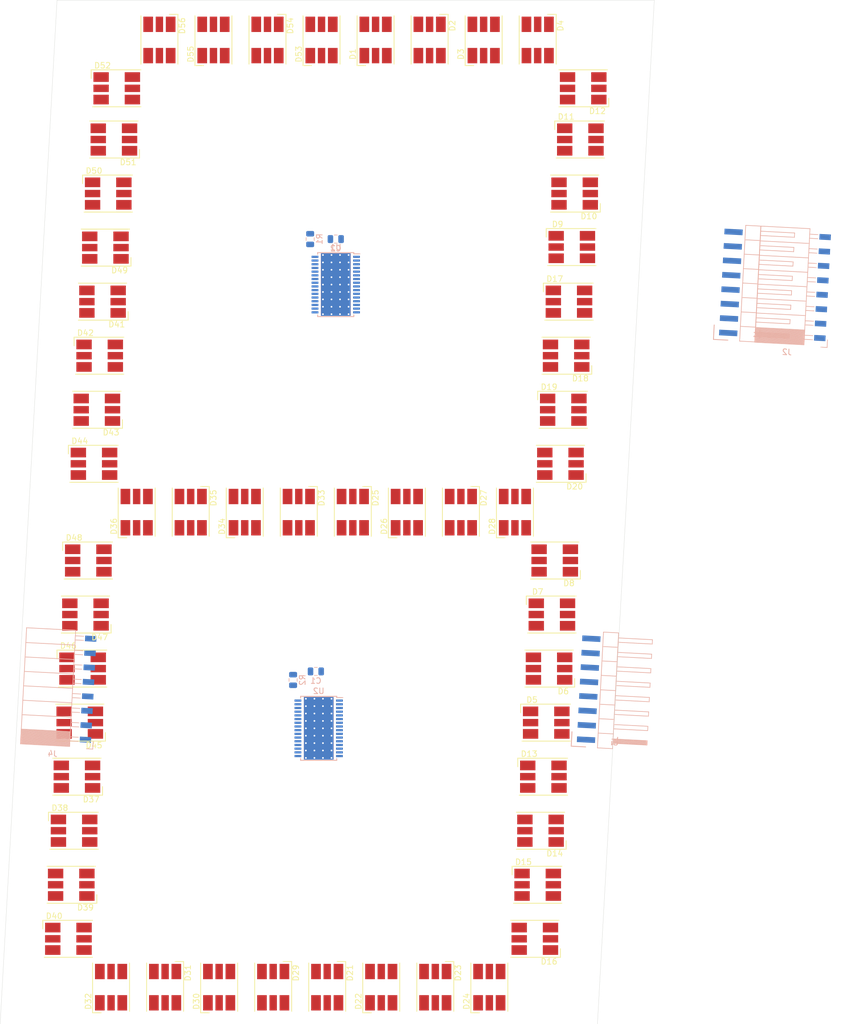
<source format=kicad_pcb>
(kicad_pcb (version 20171130) (host pcbnew "(5.1.2)-1")

  (general
    (thickness 1.6)
    (drawings 4)
    (tracks 0)
    (zones 0)
    (modules 66)
    (nets 182)
  )

  (page A4)
  (layers
    (0 F.Cu signal)
    (31 B.Cu signal)
    (32 B.Adhes user)
    (33 F.Adhes user)
    (34 B.Paste user)
    (35 F.Paste user)
    (36 B.SilkS user)
    (37 F.SilkS user)
    (38 B.Mask user)
    (39 F.Mask user)
    (40 Dwgs.User user)
    (41 Cmts.User user)
    (42 Eco1.User user)
    (43 Eco2.User user)
    (44 Edge.Cuts user)
    (45 Margin user)
    (46 B.CrtYd user)
    (47 F.CrtYd user)
    (48 B.Fab user)
    (49 F.Fab user)
  )

  (setup
    (last_trace_width 0.2)
    (trace_clearance 0.1)
    (zone_clearance 0.508)
    (zone_45_only no)
    (trace_min 0.2)
    (via_size 0.8)
    (via_drill 0.4)
    (via_min_size 0.4)
    (via_min_drill 0.3)
    (uvia_size 0.3)
    (uvia_drill 0.1)
    (uvias_allowed no)
    (uvia_min_size 0.2)
    (uvia_min_drill 0.1)
    (edge_width 0.05)
    (segment_width 0.2)
    (pcb_text_width 0.3)
    (pcb_text_size 1.5 1.5)
    (mod_edge_width 0.12)
    (mod_text_size 1 1)
    (mod_text_width 0.15)
    (pad_size 2 1)
    (pad_drill 0)
    (pad_to_mask_clearance 0.051)
    (solder_mask_min_width 0.05)
    (aux_axis_origin 0 0)
    (visible_elements 7FFFFFFF)
    (pcbplotparams
      (layerselection 0x010fc_ffffffff)
      (usegerberextensions false)
      (usegerberattributes false)
      (usegerberadvancedattributes false)
      (creategerberjobfile false)
      (excludeedgelayer true)
      (linewidth 0.100000)
      (plotframeref false)
      (viasonmask false)
      (mode 1)
      (useauxorigin false)
      (hpglpennumber 1)
      (hpglpenspeed 20)
      (hpglpendiameter 15.000000)
      (psnegative false)
      (psa4output false)
      (plotreference true)
      (plotvalue true)
      (plotinvisibletext false)
      (padsonsilk false)
      (subtractmaskfromsilk false)
      (outputformat 1)
      (mirror false)
      (drillshape 0)
      (scaleselection 1)
      (outputdirectory "Gerber/"))
  )

  (net 0 "")
  (net 1 GND)
  (net 2 VCC)
  (net 3 "Net-(D1-Pad6)")
  (net 4 "Net-(D1-Pad5)")
  (net 5 "Net-(D1-Pad4)")
  (net 6 "Net-(D1-Pad3)")
  (net 7 "Net-(D1-Pad2)")
  (net 8 "Net-(D1-Pad1)")
  (net 9 "Net-(D2-Pad6)")
  (net 10 "Net-(D2-Pad5)")
  (net 11 "Net-(D2-Pad4)")
  (net 12 "Net-(D10-Pad1)")
  (net 13 "Net-(D10-Pad2)")
  (net 14 "Net-(D10-Pad3)")
  (net 15 "Net-(D5-Pad3)")
  (net 16 "Net-(D5-Pad2)")
  (net 17 "Net-(D5-Pad1)")
  (net 18 "Net-(D13-Pad1)")
  (net 19 "Net-(D13-Pad2)")
  (net 20 "Net-(D13-Pad3)")
  (net 21 "Net-(D10-Pad6)")
  (net 22 "Net-(D10-Pad5)")
  (net 23 "Net-(D10-Pad4)")
  (net 24 "Net-(D11-Pad6)")
  (net 25 "Net-(D11-Pad5)")
  (net 26 "Net-(D11-Pad4)")
  (net 27 "Net-(D13-Pad6)")
  (net 28 "Net-(D13-Pad5)")
  (net 29 "Net-(D13-Pad4)")
  (net 30 "Net-(D14-Pad6)")
  (net 31 "Net-(D14-Pad5)")
  (net 32 "Net-(D14-Pad4)")
  (net 33 "Net-(D15-Pad6)")
  (net 34 "Net-(D15-Pad5)")
  (net 35 "Net-(D15-Pad4)")
  (net 36 "Net-(D17-Pad6)")
  (net 37 "Net-(D17-Pad5)")
  (net 38 "Net-(D17-Pad4)")
  (net 39 "Net-(D18-Pad6)")
  (net 40 "Net-(D18-Pad5)")
  (net 41 "Net-(D18-Pad4)")
  (net 42 "Net-(D19-Pad6)")
  (net 43 "Net-(D19-Pad5)")
  (net 44 "Net-(D19-Pad4)")
  (net 45 "Net-(D21-Pad6)")
  (net 46 "Net-(D21-Pad5)")
  (net 47 "Net-(D21-Pad4)")
  (net 48 Vdrive)
  (net 49 "Net-(D29-Pad6)")
  (net 50 "Net-(D29-Pad5)")
  (net 51 "Net-(D29-Pad4)")
  (net 52 "Net-(D29-Pad3)")
  (net 53 "Net-(D29-Pad2)")
  (net 54 "Net-(D29-Pad1)")
  (net 55 "Net-(D30-Pad6)")
  (net 56 "Net-(D30-Pad5)")
  (net 57 "Net-(D30-Pad4)")
  (net 58 "Net-(D31-Pad6)")
  (net 59 "Net-(D31-Pad5)")
  (net 60 "Net-(D31-Pad4)")
  (net 61 "Net-(D33-Pad6)")
  (net 62 "Net-(D33-Pad5)")
  (net 63 "Net-(D33-Pad4)")
  (net 64 "Net-(D33-Pad3)")
  (net 65 "Net-(D33-Pad2)")
  (net 66 "Net-(D33-Pad1)")
  (net 67 "Net-(D34-Pad6)")
  (net 68 "Net-(D34-Pad5)")
  (net 69 "Net-(D34-Pad4)")
  (net 70 "Net-(D35-Pad6)")
  (net 71 "Net-(D35-Pad5)")
  (net 72 "Net-(D35-Pad4)")
  (net 73 "Net-(D37-Pad6)")
  (net 74 "Net-(D37-Pad5)")
  (net 75 "Net-(D37-Pad4)")
  (net 76 "Net-(D38-Pad6)")
  (net 77 "Net-(D38-Pad5)")
  (net 78 "Net-(D38-Pad4)")
  (net 79 "Net-(D39-Pad6)")
  (net 80 "Net-(D39-Pad5)")
  (net 81 "Net-(D39-Pad4)")
  (net 82 "Net-(D41-Pad6)")
  (net 83 "Net-(D41-Pad5)")
  (net 84 "Net-(D41-Pad4)")
  (net 85 "Net-(D42-Pad6)")
  (net 86 "Net-(D42-Pad5)")
  (net 87 "Net-(D42-Pad4)")
  (net 88 "Net-(D43-Pad6)")
  (net 89 "Net-(D43-Pad5)")
  (net 90 "Net-(D43-Pad4)")
  (net 91 "Net-(D45-Pad6)")
  (net 92 "Net-(D45-Pad5)")
  (net 93 "Net-(D45-Pad4)")
  (net 94 "Net-(D46-Pad6)")
  (net 95 "Net-(D46-Pad5)")
  (net 96 "Net-(D46-Pad4)")
  (net 97 "Net-(D47-Pad6)")
  (net 98 "Net-(D47-Pad5)")
  (net 99 "Net-(D47-Pad4)")
  (net 100 "Net-(D49-Pad6)")
  (net 101 "Net-(D49-Pad5)")
  (net 102 "Net-(D49-Pad4)")
  (net 103 "Net-(R1-Pad1)")
  (net 104 "Net-(R2-Pad1)")
  (net 105 "Net-(U1-Pad33)")
  (net 106 "Net-(U1-Pad30)")
  (net 107 "Net-(U2-Pad33)")
  (net 108 "Net-(D3-Pad6)")
  (net 109 "Net-(D3-Pad5)")
  (net 110 "Net-(D3-Pad4)")
  (net 111 "Net-(D5-Pad6)")
  (net 112 "Net-(D5-Pad5)")
  (net 113 "Net-(D5-Pad4)")
  (net 114 "Net-(D6-Pad6)")
  (net 115 "Net-(D6-Pad5)")
  (net 116 "Net-(D6-Pad4)")
  (net 117 "Net-(D7-Pad6)")
  (net 118 "Net-(D7-Pad5)")
  (net 119 "Net-(D7-Pad4)")
  (net 120 "Net-(D9-Pad3)")
  (net 121 "Net-(D9-Pad2)")
  (net 122 "Net-(D9-Pad1)")
  (net 123 "Net-(D17-Pad3)")
  (net 124 "Net-(D17-Pad2)")
  (net 125 "Net-(D17-Pad1)")
  (net 126 "Net-(D21-Pad3)")
  (net 127 "Net-(D21-Pad2)")
  (net 128 "Net-(D21-Pad1)")
  (net 129 "Net-(D22-Pad6)")
  (net 130 "Net-(D22-Pad5)")
  (net 131 "Net-(D22-Pad4)")
  (net 132 "Net-(D23-Pad6)")
  (net 133 "Net-(D23-Pad5)")
  (net 134 "Net-(D23-Pad4)")
  (net 135 "Net-(D25-Pad6)")
  (net 136 "Net-(D25-Pad5)")
  (net 137 "Net-(D25-Pad4)")
  (net 138 "Net-(D25-Pad3)")
  (net 139 "Net-(D25-Pad2)")
  (net 140 "Net-(D25-Pad1)")
  (net 141 "Net-(D26-Pad6)")
  (net 142 "Net-(D26-Pad5)")
  (net 143 "Net-(D26-Pad4)")
  (net 144 "Net-(D27-Pad6)")
  (net 145 "Net-(D27-Pad5)")
  (net 146 "Net-(D27-Pad4)")
  (net 147 "Net-(D37-Pad3)")
  (net 148 "Net-(D37-Pad2)")
  (net 149 "Net-(D37-Pad1)")
  (net 150 "Net-(D41-Pad3)")
  (net 151 "Net-(D41-Pad2)")
  (net 152 "Net-(D41-Pad1)")
  (net 153 "Net-(D45-Pad3)")
  (net 154 "Net-(D45-Pad2)")
  (net 155 "Net-(D45-Pad1)")
  (net 156 "Net-(D49-Pad3)")
  (net 157 "Net-(D49-Pad2)")
  (net 158 "Net-(D49-Pad1)")
  (net 159 "Net-(D50-Pad6)")
  (net 160 "Net-(D50-Pad5)")
  (net 161 "Net-(D50-Pad4)")
  (net 162 "Net-(D51-Pad6)")
  (net 163 "Net-(D51-Pad5)")
  (net 164 "Net-(D51-Pad4)")
  (net 165 "Net-(D53-Pad6)")
  (net 166 "Net-(D53-Pad5)")
  (net 167 "Net-(D53-Pad4)")
  (net 168 "Net-(D53-Pad3)")
  (net 169 "Net-(D53-Pad2)")
  (net 170 "Net-(D53-Pad1)")
  (net 171 "Net-(D54-Pad6)")
  (net 172 "Net-(D54-Pad5)")
  (net 173 "Net-(D54-Pad4)")
  (net 174 "Net-(D55-Pad6)")
  (net 175 "Net-(D55-Pad5)")
  (net 176 "Net-(D55-Pad4)")
  (net 177 "Net-(J3-Pad8)")
  (net 178 "Net-(J3-Pad6)")
  (net 179 "Net-(J3-Pad4)")
  (net 180 "Net-(J3-Pad2)")
  (net 181 "Net-(J4-Pad2)")

  (net_class Default "Dies ist die voreingestellte Netzklasse."
    (clearance 0.1)
    (trace_width 0.2)
    (via_dia 0.8)
    (via_drill 0.4)
    (uvia_dia 0.3)
    (uvia_drill 0.1)
    (add_net GND)
    (add_net "Net-(D1-Pad1)")
    (add_net "Net-(D1-Pad2)")
    (add_net "Net-(D1-Pad3)")
    (add_net "Net-(D1-Pad4)")
    (add_net "Net-(D1-Pad5)")
    (add_net "Net-(D1-Pad6)")
    (add_net "Net-(D10-Pad1)")
    (add_net "Net-(D10-Pad2)")
    (add_net "Net-(D10-Pad3)")
    (add_net "Net-(D10-Pad4)")
    (add_net "Net-(D10-Pad5)")
    (add_net "Net-(D10-Pad6)")
    (add_net "Net-(D11-Pad4)")
    (add_net "Net-(D11-Pad5)")
    (add_net "Net-(D11-Pad6)")
    (add_net "Net-(D13-Pad1)")
    (add_net "Net-(D13-Pad2)")
    (add_net "Net-(D13-Pad3)")
    (add_net "Net-(D13-Pad4)")
    (add_net "Net-(D13-Pad5)")
    (add_net "Net-(D13-Pad6)")
    (add_net "Net-(D14-Pad4)")
    (add_net "Net-(D14-Pad5)")
    (add_net "Net-(D14-Pad6)")
    (add_net "Net-(D15-Pad4)")
    (add_net "Net-(D15-Pad5)")
    (add_net "Net-(D15-Pad6)")
    (add_net "Net-(D17-Pad1)")
    (add_net "Net-(D17-Pad2)")
    (add_net "Net-(D17-Pad3)")
    (add_net "Net-(D17-Pad4)")
    (add_net "Net-(D17-Pad5)")
    (add_net "Net-(D17-Pad6)")
    (add_net "Net-(D18-Pad4)")
    (add_net "Net-(D18-Pad5)")
    (add_net "Net-(D18-Pad6)")
    (add_net "Net-(D19-Pad4)")
    (add_net "Net-(D19-Pad5)")
    (add_net "Net-(D19-Pad6)")
    (add_net "Net-(D2-Pad4)")
    (add_net "Net-(D2-Pad5)")
    (add_net "Net-(D2-Pad6)")
    (add_net "Net-(D21-Pad1)")
    (add_net "Net-(D21-Pad2)")
    (add_net "Net-(D21-Pad3)")
    (add_net "Net-(D21-Pad4)")
    (add_net "Net-(D21-Pad5)")
    (add_net "Net-(D21-Pad6)")
    (add_net "Net-(D22-Pad4)")
    (add_net "Net-(D22-Pad5)")
    (add_net "Net-(D22-Pad6)")
    (add_net "Net-(D23-Pad4)")
    (add_net "Net-(D23-Pad5)")
    (add_net "Net-(D23-Pad6)")
    (add_net "Net-(D25-Pad1)")
    (add_net "Net-(D25-Pad2)")
    (add_net "Net-(D25-Pad3)")
    (add_net "Net-(D25-Pad4)")
    (add_net "Net-(D25-Pad5)")
    (add_net "Net-(D25-Pad6)")
    (add_net "Net-(D26-Pad4)")
    (add_net "Net-(D26-Pad5)")
    (add_net "Net-(D26-Pad6)")
    (add_net "Net-(D27-Pad4)")
    (add_net "Net-(D27-Pad5)")
    (add_net "Net-(D27-Pad6)")
    (add_net "Net-(D29-Pad1)")
    (add_net "Net-(D29-Pad2)")
    (add_net "Net-(D29-Pad3)")
    (add_net "Net-(D29-Pad4)")
    (add_net "Net-(D29-Pad5)")
    (add_net "Net-(D29-Pad6)")
    (add_net "Net-(D3-Pad4)")
    (add_net "Net-(D3-Pad5)")
    (add_net "Net-(D3-Pad6)")
    (add_net "Net-(D30-Pad4)")
    (add_net "Net-(D30-Pad5)")
    (add_net "Net-(D30-Pad6)")
    (add_net "Net-(D31-Pad4)")
    (add_net "Net-(D31-Pad5)")
    (add_net "Net-(D31-Pad6)")
    (add_net "Net-(D33-Pad1)")
    (add_net "Net-(D33-Pad2)")
    (add_net "Net-(D33-Pad3)")
    (add_net "Net-(D33-Pad4)")
    (add_net "Net-(D33-Pad5)")
    (add_net "Net-(D33-Pad6)")
    (add_net "Net-(D34-Pad4)")
    (add_net "Net-(D34-Pad5)")
    (add_net "Net-(D34-Pad6)")
    (add_net "Net-(D35-Pad4)")
    (add_net "Net-(D35-Pad5)")
    (add_net "Net-(D35-Pad6)")
    (add_net "Net-(D37-Pad1)")
    (add_net "Net-(D37-Pad2)")
    (add_net "Net-(D37-Pad3)")
    (add_net "Net-(D37-Pad4)")
    (add_net "Net-(D37-Pad5)")
    (add_net "Net-(D37-Pad6)")
    (add_net "Net-(D38-Pad4)")
    (add_net "Net-(D38-Pad5)")
    (add_net "Net-(D38-Pad6)")
    (add_net "Net-(D39-Pad4)")
    (add_net "Net-(D39-Pad5)")
    (add_net "Net-(D39-Pad6)")
    (add_net "Net-(D41-Pad1)")
    (add_net "Net-(D41-Pad2)")
    (add_net "Net-(D41-Pad3)")
    (add_net "Net-(D41-Pad4)")
    (add_net "Net-(D41-Pad5)")
    (add_net "Net-(D41-Pad6)")
    (add_net "Net-(D42-Pad4)")
    (add_net "Net-(D42-Pad5)")
    (add_net "Net-(D42-Pad6)")
    (add_net "Net-(D43-Pad4)")
    (add_net "Net-(D43-Pad5)")
    (add_net "Net-(D43-Pad6)")
    (add_net "Net-(D45-Pad1)")
    (add_net "Net-(D45-Pad2)")
    (add_net "Net-(D45-Pad3)")
    (add_net "Net-(D45-Pad4)")
    (add_net "Net-(D45-Pad5)")
    (add_net "Net-(D45-Pad6)")
    (add_net "Net-(D46-Pad4)")
    (add_net "Net-(D46-Pad5)")
    (add_net "Net-(D46-Pad6)")
    (add_net "Net-(D47-Pad4)")
    (add_net "Net-(D47-Pad5)")
    (add_net "Net-(D47-Pad6)")
    (add_net "Net-(D49-Pad1)")
    (add_net "Net-(D49-Pad2)")
    (add_net "Net-(D49-Pad3)")
    (add_net "Net-(D49-Pad4)")
    (add_net "Net-(D49-Pad5)")
    (add_net "Net-(D49-Pad6)")
    (add_net "Net-(D5-Pad1)")
    (add_net "Net-(D5-Pad2)")
    (add_net "Net-(D5-Pad3)")
    (add_net "Net-(D5-Pad4)")
    (add_net "Net-(D5-Pad5)")
    (add_net "Net-(D5-Pad6)")
    (add_net "Net-(D50-Pad4)")
    (add_net "Net-(D50-Pad5)")
    (add_net "Net-(D50-Pad6)")
    (add_net "Net-(D51-Pad4)")
    (add_net "Net-(D51-Pad5)")
    (add_net "Net-(D51-Pad6)")
    (add_net "Net-(D53-Pad1)")
    (add_net "Net-(D53-Pad2)")
    (add_net "Net-(D53-Pad3)")
    (add_net "Net-(D53-Pad4)")
    (add_net "Net-(D53-Pad5)")
    (add_net "Net-(D53-Pad6)")
    (add_net "Net-(D54-Pad4)")
    (add_net "Net-(D54-Pad5)")
    (add_net "Net-(D54-Pad6)")
    (add_net "Net-(D55-Pad4)")
    (add_net "Net-(D55-Pad5)")
    (add_net "Net-(D55-Pad6)")
    (add_net "Net-(D6-Pad4)")
    (add_net "Net-(D6-Pad5)")
    (add_net "Net-(D6-Pad6)")
    (add_net "Net-(D7-Pad4)")
    (add_net "Net-(D7-Pad5)")
    (add_net "Net-(D7-Pad6)")
    (add_net "Net-(D9-Pad1)")
    (add_net "Net-(D9-Pad2)")
    (add_net "Net-(D9-Pad3)")
    (add_net "Net-(J3-Pad2)")
    (add_net "Net-(J3-Pad4)")
    (add_net "Net-(J3-Pad6)")
    (add_net "Net-(J3-Pad8)")
    (add_net "Net-(J4-Pad2)")
    (add_net "Net-(R1-Pad1)")
    (add_net "Net-(R2-Pad1)")
    (add_net "Net-(U1-Pad30)")
    (add_net "Net-(U1-Pad33)")
    (add_net "Net-(U2-Pad10)")
    (add_net "Net-(U2-Pad33)")
    (add_net "Net-(U2-Pad5)")
    (add_net "Net-(U2-Pad6)")
    (add_net "Net-(U2-Pad7)")
    (add_net "Net-(U2-Pad8)")
    (add_net "Net-(U2-Pad9)")
    (add_net VCC)
    (add_net Vdrive)
  )

  (module ak:HARWIN_M20-7910842R (layer B.Cu) (tedit 5D6E2338) (tstamp 5D6EE6E2)
    (at 42.5 145 357)
    (descr "Through hole angled socket strip, 1x08, 2.54mm pitch, 8.51mm socket length, single row (from Kicad 4.0.7), script generated")
    (tags "Through hole angled socket strip THT 1x08 2.54mm single row")
    (path /5E56CB75)
    (fp_text reference J4 (at -5.65 2.77 177) (layer B.SilkS)
      (effects (font (size 1 1) (thickness 0.15)) (justify mirror))
    )
    (fp_text value Conn_02x04_Odd_Even (at -4.38 -20.55 177) (layer B.Fab)
      (effects (font (size 1 1) (thickness 0.15)) (justify mirror))
    )
    (fp_line (start -2.73 -18.14) (end -1.27 -18.14) (layer B.SilkS) (width 0.12))
    (fp_line (start -2.73 -17.42) (end -1.27 -17.42) (layer B.SilkS) (width 0.12))
    (fp_line (start -2.73 -15.6) (end -1.27 -15.6) (layer B.SilkS) (width 0.12))
    (fp_line (start -2.73 -14.88) (end -1.27 -14.88) (layer B.SilkS) (width 0.12))
    (fp_line (start -2.73 -13.06) (end -1.27 -13.06) (layer B.SilkS) (width 0.12))
    (fp_line (start -2.73 -12.34) (end -1.27 -12.34) (layer B.SilkS) (width 0.12))
    (fp_line (start -2.73 -10.52) (end -1.27 -10.52) (layer B.SilkS) (width 0.12))
    (fp_line (start -2.73 -9.8) (end -1.27 -9.8) (layer B.SilkS) (width 0.12))
    (fp_line (start -2.73 -7.98) (end -1.27 -7.98) (layer B.SilkS) (width 0.12))
    (fp_line (start -2.73 -7.26) (end -1.27 -7.26) (layer B.SilkS) (width 0.12))
    (fp_line (start -2.73 -5.44) (end -1.27 -5.44) (layer B.SilkS) (width 0.12))
    (fp_line (start -2.73 -4.72) (end -1.27 -4.72) (layer B.SilkS) (width 0.12))
    (fp_line (start -2.73 -2.9) (end -1.27 -2.9) (layer B.SilkS) (width 0.12))
    (fp_line (start -2.73 -2.18) (end -1.27 -2.18) (layer B.SilkS) (width 0.12))
    (fp_line (start 1.75 -19.55) (end 1.75 1.8) (layer B.CrtYd) (width 0.05))
    (fp_line (start -11.82 -19.55) (end 1.75 -19.55) (layer B.CrtYd) (width 0.05))
    (fp_line (start -11.82 1.8) (end -11.82 -19.55) (layer B.CrtYd) (width 0.05))
    (fp_line (start 1.75 1.8) (end -11.82 1.8) (layer B.CrtYd) (width 0.05))
    (fp_line (start 0.254 1.584) (end 1.364 1.584) (layer B.SilkS) (width 0.12))
    (fp_line (start 1.364 1.584) (end 1.364 0.254) (layer B.SilkS) (width 0.12))
    (fp_line (start -11.36 1.33) (end -11.36 -19.11) (layer B.SilkS) (width 0.12))
    (fp_line (start -11.36 -19.11) (end -2.73 -19.11) (layer B.SilkS) (width 0.12))
    (fp_line (start -2.73 1.33) (end -2.73 -19.11) (layer B.SilkS) (width 0.12))
    (fp_line (start -11.36 1.33) (end -2.73 1.33) (layer B.SilkS) (width 0.12))
    (fp_line (start -11.36 -16.51) (end -2.73 -16.51) (layer B.SilkS) (width 0.12))
    (fp_line (start -11.36 -13.97) (end -2.73 -13.97) (layer B.SilkS) (width 0.12))
    (fp_line (start -11.36 -11.43) (end -2.73 -11.43) (layer B.SilkS) (width 0.12))
    (fp_line (start -11.36 -8.89) (end -2.73 -8.89) (layer B.SilkS) (width 0.12))
    (fp_line (start -11.36 -6.35) (end -2.73 -6.35) (layer B.SilkS) (width 0.12))
    (fp_line (start -11.36 -3.81) (end -2.73 -3.81) (layer B.SilkS) (width 0.12))
    (fp_line (start -11.36 -1.27) (end -2.73 -1.27) (layer B.SilkS) (width 0.12))
    (fp_line (start -2.73 -0.36) (end -1.27 -0.36) (layer B.SilkS) (width 0.12))
    (fp_line (start -2.73 0.36) (end -1.27 0.36) (layer B.SilkS) (width 0.12))
    (fp_line (start -11.36 -1.1519) (end -2.73 -1.1519) (layer B.SilkS) (width 0.12))
    (fp_line (start -11.36 -1.033805) (end -2.73 -1.033805) (layer B.SilkS) (width 0.12))
    (fp_line (start -11.36 -0.91571) (end -2.73 -0.91571) (layer B.SilkS) (width 0.12))
    (fp_line (start -11.36 -0.797615) (end -2.73 -0.797615) (layer B.SilkS) (width 0.12))
    (fp_line (start -11.36 -0.67952) (end -2.73 -0.67952) (layer B.SilkS) (width 0.12))
    (fp_line (start -11.36 -0.561425) (end -2.73 -0.561425) (layer B.SilkS) (width 0.12))
    (fp_line (start -11.36 -0.44333) (end -2.73 -0.44333) (layer B.SilkS) (width 0.12))
    (fp_line (start -11.36 -0.325235) (end -2.73 -0.325235) (layer B.SilkS) (width 0.12))
    (fp_line (start -11.36 -0.20714) (end -2.73 -0.20714) (layer B.SilkS) (width 0.12))
    (fp_line (start -11.36 -0.089045) (end -2.73 -0.089045) (layer B.SilkS) (width 0.12))
    (fp_line (start -11.36 0.02905) (end -2.73 0.02905) (layer B.SilkS) (width 0.12))
    (fp_line (start -11.36 0.147145) (end -2.73 0.147145) (layer B.SilkS) (width 0.12))
    (fp_line (start -11.36 0.26524) (end -2.73 0.26524) (layer B.SilkS) (width 0.12))
    (fp_line (start -11.36 0.383335) (end -2.73 0.383335) (layer B.SilkS) (width 0.12))
    (fp_line (start -11.36 0.50143) (end -2.73 0.50143) (layer B.SilkS) (width 0.12))
    (fp_line (start -11.36 0.619525) (end -2.73 0.619525) (layer B.SilkS) (width 0.12))
    (fp_line (start -11.36 0.73762) (end -2.73 0.73762) (layer B.SilkS) (width 0.12))
    (fp_line (start -11.36 0.855715) (end -2.73 0.855715) (layer B.SilkS) (width 0.12))
    (fp_line (start -11.36 0.97381) (end -2.73 0.97381) (layer B.SilkS) (width 0.12))
    (fp_line (start -11.36 1.091905) (end -2.73 1.091905) (layer B.SilkS) (width 0.12))
    (fp_line (start -11.36 1.21) (end -2.73 1.21) (layer B.SilkS) (width 0.12))
    (pad 8 smd rect (at 0 -17.78 357) (size 2 1) (layers B.Cu B.Paste B.Mask)
      (net 177 "Net-(J3-Pad8)"))
    (pad 7 smd rect (at 0 -15.24 357) (size 2 1) (layers B.Cu B.Paste B.Mask)
      (net 1 GND))
    (pad 6 smd rect (at 0 -12.7 357) (size 2 1) (layers B.Cu B.Paste B.Mask)
      (net 178 "Net-(J3-Pad6)"))
    (pad 5 smd rect (at 0 -10.16 357) (size 2 1) (layers B.Cu B.Paste B.Mask)
      (net 1 GND))
    (pad 4 smd rect (at 0 -7.62 357) (size 2 1) (layers B.Cu B.Paste B.Mask)
      (net 179 "Net-(J3-Pad4)"))
    (pad 3 smd rect (at 0 -5.08 357) (size 2 1) (layers B.Cu B.Paste B.Mask)
      (net 1 GND))
    (pad 2 smd rect (at 0 -2.54 357) (size 2 1) (layers B.Cu B.Paste B.Mask)
      (net 181 "Net-(J4-Pad2)"))
    (pad 1 smd rect (at 0 0 357) (size 2 1) (layers B.Cu B.Paste B.Mask)
      (net 1 GND))
    (model ${KIUSER3DMOD}/m20-7910842_asm.stp
      (offset (xyz -7 -8.9 0))
      (scale (xyz 1 1 1))
      (rotate (xyz 90 90 180))
    )
  )

  (module ak:HARWIN_M20-8890845 (layer B.Cu) (tedit 5D6E3DF4) (tstamp 5D70775D)
    (at 130.5 145 87)
    (path /5DE88AD3)
    (fp_text reference J3 (at 0 5.08 87) (layer B.SilkS)
      (effects (font (size 1 1) (thickness 0.15)) (justify mirror))
    )
    (fp_text value Conn_02x04_Odd_Even (at 0 7.62 87) (layer B.Fab)
      (effects (font (size 1 1) (thickness 0.15)) (justify mirror))
    )
    (fp_line (start -1.27 -2.54) (end -1.27 11.43) (layer B.CrtYd) (width 0.12))
    (fp_line (start 19.05 -2.54) (end -1.27 -2.54) (layer B.CrtYd) (width 0.12))
    (fp_line (start 19.05 11.43) (end 19.05 -2.54) (layer B.CrtYd) (width 0.12))
    (fp_line (start -1.27 11.43) (end 19.05 11.43) (layer B.CrtYd) (width 0.12))
    (fp_line (start -1.27 -2.54) (end 1.27 -2.54) (layer B.SilkS) (width 0.15))
    (fp_line (start -1.27 0) (end -1.27 -2.54) (layer B.SilkS) (width 0.15))
    (fp_line (start -1.33 2.075) (end 19.05 2.075) (layer B.SilkS) (width 0.12))
    (fp_line (start -1.33 4.735) (end 19.05 4.735) (layer B.SilkS) (width 0.12))
    (fp_line (start 9.78 4.735) (end 9.78 10.735) (layer B.SilkS) (width 0.12))
    (fp_line (start -0.38 10.735) (end 0.38 10.735) (layer B.SilkS) (width 0.12))
    (fp_line (start 10.54 10.735) (end 10.54 4.735) (layer B.SilkS) (width 0.12))
    (fp_line (start 4.7 4.735) (end 4.7 10.735) (layer B.SilkS) (width 0.12))
    (fp_line (start 13.97 2.075) (end 13.97 4.735) (layer B.SilkS) (width 0.12))
    (fp_line (start 17.4 4.735) (end 17.4 10.735) (layer B.SilkS) (width 0.12))
    (fp_line (start 11.43 2.075) (end 11.43 4.735) (layer B.SilkS) (width 0.12))
    (fp_line (start 19.05 2.075) (end 19.05 4.735) (layer B.SilkS) (width 0.12))
    (fp_line (start 8.89 2.075) (end 8.89 4.735) (layer B.SilkS) (width 0.12))
    (fp_line (start 6.35 2.075) (end 6.35 4.735) (layer B.SilkS) (width 0.12))
    (fp_line (start -0.38 4.735) (end -0.38 10.735) (layer B.SilkS) (width 0.12))
    (fp_line (start 15.62 10.735) (end 15.62 4.735) (layer B.SilkS) (width 0.12))
    (fp_line (start -0.2 4.735) (end -0.2 10.735) (layer B.SilkS) (width 0.12))
    (fp_line (start 2.16 10.735) (end 2.92 10.735) (layer B.SilkS) (width 0.12))
    (fp_line (start 3.81 2.075) (end 3.81 4.735) (layer B.SilkS) (width 0.12))
    (fp_line (start 18.16 10.735) (end 18.16 4.735) (layer B.SilkS) (width 0.12))
    (fp_line (start -0.08 4.735) (end -0.08 10.735) (layer B.SilkS) (width 0.12))
    (fp_line (start 1.27 2.075) (end 1.27 4.735) (layer B.SilkS) (width 0.12))
    (fp_line (start -0.32 4.735) (end -0.32 10.735) (layer B.SilkS) (width 0.12))
    (fp_line (start 17.4 10.735) (end 18.16 10.735) (layer B.SilkS) (width 0.12))
    (fp_line (start 9.78 10.735) (end 10.54 10.735) (layer B.SilkS) (width 0.12))
    (fp_line (start 14.86 4.735) (end 14.86 10.735) (layer B.SilkS) (width 0.12))
    (fp_line (start 2.16 4.735) (end 2.16 10.735) (layer B.SilkS) (width 0.12))
    (fp_line (start 13.08 10.735) (end 13.08 4.735) (layer B.SilkS) (width 0.12))
    (fp_line (start 2.92 10.735) (end 2.92 4.735) (layer B.SilkS) (width 0.12))
    (fp_line (start 12.32 10.735) (end 13.08 10.735) (layer B.SilkS) (width 0.12))
    (fp_line (start 4.7 10.735) (end 5.46 10.735) (layer B.SilkS) (width 0.12))
    (fp_line (start 7.24 4.735) (end 7.24 10.735) (layer B.SilkS) (width 0.12))
    (fp_line (start 0.04 4.735) (end 0.04 10.735) (layer B.SilkS) (width 0.12))
    (fp_line (start 12.32 4.735) (end 12.32 10.735) (layer B.SilkS) (width 0.12))
    (fp_line (start 14.86 10.735) (end 15.62 10.735) (layer B.SilkS) (width 0.12))
    (fp_line (start 7.24 10.735) (end 8 10.735) (layer B.SilkS) (width 0.12))
    (fp_line (start 0.28 4.735) (end 0.28 10.735) (layer B.SilkS) (width 0.12))
    (fp_line (start 8 10.735) (end 8 4.735) (layer B.SilkS) (width 0.12))
    (fp_line (start 5.46 10.735) (end 5.46 4.735) (layer B.SilkS) (width 0.12))
    (fp_line (start 16.51 2.075) (end 16.51 4.735) (layer B.SilkS) (width 0.12))
    (fp_line (start 0.38 10.735) (end 0.38 4.735) (layer B.SilkS) (width 0.12))
    (fp_line (start 0.16 4.735) (end 0.16 10.735) (layer B.SilkS) (width 0.12))
    (fp_line (start -1.33 4.735) (end -1.33 2.075) (layer B.SilkS) (width 0.12))
    (pad 8 smd rect (at 17.78 0 87) (size 1 3.2) (layers B.Cu B.Paste B.Mask)
      (net 177 "Net-(J3-Pad8)"))
    (pad 7 smd rect (at 15.24 0 87) (size 1 3.2) (layers B.Cu B.Paste B.Mask)
      (net 1 GND))
    (pad 6 smd rect (at 12.7 0 87) (size 1 3.2) (layers B.Cu B.Paste B.Mask)
      (net 178 "Net-(J3-Pad6)"))
    (pad 5 smd rect (at 10.16 0 87) (size 1 3.2) (layers B.Cu B.Paste B.Mask)
      (net 1 GND))
    (pad 4 smd rect (at 7.62 0 87) (size 1 3.2) (layers B.Cu B.Paste B.Mask)
      (net 179 "Net-(J3-Pad4)"))
    (pad 3 smd rect (at 5.08 0 87) (size 1 3.2) (layers B.Cu B.Paste B.Mask)
      (net 1 GND))
    (pad 2 smd rect (at 2.54 0 87) (size 1 3.2) (layers B.Cu B.Paste B.Mask)
      (net 180 "Net-(J3-Pad2)"))
    (pad 1 smd rect (at 0 0 87) (size 1 3.2) (layers B.Cu B.Paste B.Mask)
      (net 1 GND))
    (model ${KIUSER3DMOD}/m20-8890845_asm.stp
      (offset (xyz 17.78 3.4 2.5))
      (scale (xyz 1 1 1))
      (rotate (xyz 0 180 0))
    )
  )

  (module ak:HARWIN_M20-7910842R (layer B.Cu) (tedit 5D6E2338) (tstamp 5D6EE666)
    (at 171.6 74.4 357)
    (descr "Through hole angled socket strip, 1x08, 2.54mm pitch, 8.51mm socket length, single row (from Kicad 4.0.7), script generated")
    (tags "Through hole angled socket strip THT 1x08 2.54mm single row")
    (path /5EBFCED6)
    (fp_text reference J2 (at -5.65 2.77 177) (layer B.SilkS)
      (effects (font (size 1 1) (thickness 0.15)) (justify mirror))
    )
    (fp_text value Conn_02x04_Odd_Even (at -4.38 -20.55 177) (layer B.Fab)
      (effects (font (size 1 1) (thickness 0.15)) (justify mirror))
    )
    (fp_line (start -2.73 -18.14) (end -1.27 -18.14) (layer B.SilkS) (width 0.12))
    (fp_line (start -2.73 -17.42) (end -1.27 -17.42) (layer B.SilkS) (width 0.12))
    (fp_line (start -2.73 -15.6) (end -1.27 -15.6) (layer B.SilkS) (width 0.12))
    (fp_line (start -2.73 -14.88) (end -1.27 -14.88) (layer B.SilkS) (width 0.12))
    (fp_line (start -2.73 -13.06) (end -1.27 -13.06) (layer B.SilkS) (width 0.12))
    (fp_line (start -2.73 -12.34) (end -1.27 -12.34) (layer B.SilkS) (width 0.12))
    (fp_line (start -2.73 -10.52) (end -1.27 -10.52) (layer B.SilkS) (width 0.12))
    (fp_line (start -2.73 -9.8) (end -1.27 -9.8) (layer B.SilkS) (width 0.12))
    (fp_line (start -2.73 -7.98) (end -1.27 -7.98) (layer B.SilkS) (width 0.12))
    (fp_line (start -2.73 -7.26) (end -1.27 -7.26) (layer B.SilkS) (width 0.12))
    (fp_line (start -2.73 -5.44) (end -1.27 -5.44) (layer B.SilkS) (width 0.12))
    (fp_line (start -2.73 -4.72) (end -1.27 -4.72) (layer B.SilkS) (width 0.12))
    (fp_line (start -2.73 -2.9) (end -1.27 -2.9) (layer B.SilkS) (width 0.12))
    (fp_line (start -2.73 -2.18) (end -1.27 -2.18) (layer B.SilkS) (width 0.12))
    (fp_line (start 1.75 -19.55) (end 1.75 1.8) (layer B.CrtYd) (width 0.05))
    (fp_line (start -11.82 -19.55) (end 1.75 -19.55) (layer B.CrtYd) (width 0.05))
    (fp_line (start -11.82 1.8) (end -11.82 -19.55) (layer B.CrtYd) (width 0.05))
    (fp_line (start 1.75 1.8) (end -11.82 1.8) (layer B.CrtYd) (width 0.05))
    (fp_line (start 0.254 1.584) (end 1.364 1.584) (layer B.SilkS) (width 0.12))
    (fp_line (start 1.364 1.584) (end 1.364 0.254) (layer B.SilkS) (width 0.12))
    (fp_line (start -11.36 1.33) (end -11.36 -19.11) (layer B.SilkS) (width 0.12))
    (fp_line (start -11.36 -19.11) (end -2.73 -19.11) (layer B.SilkS) (width 0.12))
    (fp_line (start -2.73 1.33) (end -2.73 -19.11) (layer B.SilkS) (width 0.12))
    (fp_line (start -11.36 1.33) (end -2.73 1.33) (layer B.SilkS) (width 0.12))
    (fp_line (start -11.36 -16.51) (end -2.73 -16.51) (layer B.SilkS) (width 0.12))
    (fp_line (start -11.36 -13.97) (end -2.73 -13.97) (layer B.SilkS) (width 0.12))
    (fp_line (start -11.36 -11.43) (end -2.73 -11.43) (layer B.SilkS) (width 0.12))
    (fp_line (start -11.36 -8.89) (end -2.73 -8.89) (layer B.SilkS) (width 0.12))
    (fp_line (start -11.36 -6.35) (end -2.73 -6.35) (layer B.SilkS) (width 0.12))
    (fp_line (start -11.36 -3.81) (end -2.73 -3.81) (layer B.SilkS) (width 0.12))
    (fp_line (start -11.36 -1.27) (end -2.73 -1.27) (layer B.SilkS) (width 0.12))
    (fp_line (start -2.73 -0.36) (end -1.27 -0.36) (layer B.SilkS) (width 0.12))
    (fp_line (start -2.73 0.36) (end -1.27 0.36) (layer B.SilkS) (width 0.12))
    (fp_line (start -11.36 -1.1519) (end -2.73 -1.1519) (layer B.SilkS) (width 0.12))
    (fp_line (start -11.36 -1.033805) (end -2.73 -1.033805) (layer B.SilkS) (width 0.12))
    (fp_line (start -11.36 -0.91571) (end -2.73 -0.91571) (layer B.SilkS) (width 0.12))
    (fp_line (start -11.36 -0.797615) (end -2.73 -0.797615) (layer B.SilkS) (width 0.12))
    (fp_line (start -11.36 -0.67952) (end -2.73 -0.67952) (layer B.SilkS) (width 0.12))
    (fp_line (start -11.36 -0.561425) (end -2.73 -0.561425) (layer B.SilkS) (width 0.12))
    (fp_line (start -11.36 -0.44333) (end -2.73 -0.44333) (layer B.SilkS) (width 0.12))
    (fp_line (start -11.36 -0.325235) (end -2.73 -0.325235) (layer B.SilkS) (width 0.12))
    (fp_line (start -11.36 -0.20714) (end -2.73 -0.20714) (layer B.SilkS) (width 0.12))
    (fp_line (start -11.36 -0.089045) (end -2.73 -0.089045) (layer B.SilkS) (width 0.12))
    (fp_line (start -11.36 0.02905) (end -2.73 0.02905) (layer B.SilkS) (width 0.12))
    (fp_line (start -11.36 0.147145) (end -2.73 0.147145) (layer B.SilkS) (width 0.12))
    (fp_line (start -11.36 0.26524) (end -2.73 0.26524) (layer B.SilkS) (width 0.12))
    (fp_line (start -11.36 0.383335) (end -2.73 0.383335) (layer B.SilkS) (width 0.12))
    (fp_line (start -11.36 0.50143) (end -2.73 0.50143) (layer B.SilkS) (width 0.12))
    (fp_line (start -11.36 0.619525) (end -2.73 0.619525) (layer B.SilkS) (width 0.12))
    (fp_line (start -11.36 0.73762) (end -2.73 0.73762) (layer B.SilkS) (width 0.12))
    (fp_line (start -11.36 0.855715) (end -2.73 0.855715) (layer B.SilkS) (width 0.12))
    (fp_line (start -11.36 0.97381) (end -2.73 0.97381) (layer B.SilkS) (width 0.12))
    (fp_line (start -11.36 1.091905) (end -2.73 1.091905) (layer B.SilkS) (width 0.12))
    (fp_line (start -11.36 1.21) (end -2.73 1.21) (layer B.SilkS) (width 0.12))
    (pad 8 smd rect (at 0 -17.78 357) (size 2 1) (layers B.Cu B.Paste B.Mask)
      (net 2 VCC))
    (pad 7 smd rect (at 0 -15.24 357) (size 2 1) (layers B.Cu B.Paste B.Mask)
      (net 1 GND))
    (pad 6 smd rect (at 0 -12.7 357) (size 2 1) (layers B.Cu B.Paste B.Mask)
      (net 2 VCC))
    (pad 5 smd rect (at 0 -10.16 357) (size 2 1) (layers B.Cu B.Paste B.Mask)
      (net 1 GND))
    (pad 4 smd rect (at 0 -7.62 357) (size 2 1) (layers B.Cu B.Paste B.Mask)
      (net 48 Vdrive))
    (pad 3 smd rect (at 0 -5.08 357) (size 2 1) (layers B.Cu B.Paste B.Mask)
      (net 1 GND))
    (pad 2 smd rect (at 0 -2.54 357) (size 2 1) (layers B.Cu B.Paste B.Mask)
      (net 48 Vdrive))
    (pad 1 smd rect (at 0 0 357) (size 2 1) (layers B.Cu B.Paste B.Mask)
      (net 1 GND))
    (model ${KIUSER3DMOD}/m20-7910842_asm.stp
      (offset (xyz -7 -8.9 0))
      (scale (xyz 1 1 1))
      (rotate (xyz 90 90 180))
    )
  )

  (module ak:HARWIN_M20-8890845 (layer B.Cu) (tedit 5D6E3DF4) (tstamp 5D6EF253)
    (at 155.5 73.5 87)
    (path /5DED1B6C)
    (fp_text reference J1 (at 0 5.08 87) (layer B.SilkS)
      (effects (font (size 1 1) (thickness 0.15)) (justify mirror))
    )
    (fp_text value Conn_02x04_Odd_Even (at 0 7.62 87) (layer B.Fab)
      (effects (font (size 1 1) (thickness 0.15)) (justify mirror))
    )
    (fp_line (start -1.27 -2.54) (end -1.27 11.43) (layer B.CrtYd) (width 0.12))
    (fp_line (start 19.05 -2.54) (end -1.27 -2.54) (layer B.CrtYd) (width 0.12))
    (fp_line (start 19.05 11.43) (end 19.05 -2.54) (layer B.CrtYd) (width 0.12))
    (fp_line (start -1.27 11.43) (end 19.05 11.43) (layer B.CrtYd) (width 0.12))
    (fp_line (start -1.27 -2.54) (end 1.27 -2.54) (layer B.SilkS) (width 0.15))
    (fp_line (start -1.27 0) (end -1.27 -2.54) (layer B.SilkS) (width 0.15))
    (fp_line (start -1.33 2.075) (end 19.05 2.075) (layer B.SilkS) (width 0.12))
    (fp_line (start -1.33 4.735) (end 19.05 4.735) (layer B.SilkS) (width 0.12))
    (fp_line (start 9.78 4.735) (end 9.78 10.735) (layer B.SilkS) (width 0.12))
    (fp_line (start -0.38 10.735) (end 0.38 10.735) (layer B.SilkS) (width 0.12))
    (fp_line (start 10.54 10.735) (end 10.54 4.735) (layer B.SilkS) (width 0.12))
    (fp_line (start 4.7 4.735) (end 4.7 10.735) (layer B.SilkS) (width 0.12))
    (fp_line (start 13.97 2.075) (end 13.97 4.735) (layer B.SilkS) (width 0.12))
    (fp_line (start 17.4 4.735) (end 17.4 10.735) (layer B.SilkS) (width 0.12))
    (fp_line (start 11.43 2.075) (end 11.43 4.735) (layer B.SilkS) (width 0.12))
    (fp_line (start 19.05 2.075) (end 19.05 4.735) (layer B.SilkS) (width 0.12))
    (fp_line (start 8.89 2.075) (end 8.89 4.735) (layer B.SilkS) (width 0.12))
    (fp_line (start 6.35 2.075) (end 6.35 4.735) (layer B.SilkS) (width 0.12))
    (fp_line (start -0.38 4.735) (end -0.38 10.735) (layer B.SilkS) (width 0.12))
    (fp_line (start 15.62 10.735) (end 15.62 4.735) (layer B.SilkS) (width 0.12))
    (fp_line (start -0.2 4.735) (end -0.2 10.735) (layer B.SilkS) (width 0.12))
    (fp_line (start 2.16 10.735) (end 2.92 10.735) (layer B.SilkS) (width 0.12))
    (fp_line (start 3.81 2.075) (end 3.81 4.735) (layer B.SilkS) (width 0.12))
    (fp_line (start 18.16 10.735) (end 18.16 4.735) (layer B.SilkS) (width 0.12))
    (fp_line (start -0.08 4.735) (end -0.08 10.735) (layer B.SilkS) (width 0.12))
    (fp_line (start 1.27 2.075) (end 1.27 4.735) (layer B.SilkS) (width 0.12))
    (fp_line (start -0.32 4.735) (end -0.32 10.735) (layer B.SilkS) (width 0.12))
    (fp_line (start 17.4 10.735) (end 18.16 10.735) (layer B.SilkS) (width 0.12))
    (fp_line (start 9.78 10.735) (end 10.54 10.735) (layer B.SilkS) (width 0.12))
    (fp_line (start 14.86 4.735) (end 14.86 10.735) (layer B.SilkS) (width 0.12))
    (fp_line (start 2.16 4.735) (end 2.16 10.735) (layer B.SilkS) (width 0.12))
    (fp_line (start 13.08 10.735) (end 13.08 4.735) (layer B.SilkS) (width 0.12))
    (fp_line (start 2.92 10.735) (end 2.92 4.735) (layer B.SilkS) (width 0.12))
    (fp_line (start 12.32 10.735) (end 13.08 10.735) (layer B.SilkS) (width 0.12))
    (fp_line (start 4.7 10.735) (end 5.46 10.735) (layer B.SilkS) (width 0.12))
    (fp_line (start 7.24 4.735) (end 7.24 10.735) (layer B.SilkS) (width 0.12))
    (fp_line (start 0.04 4.735) (end 0.04 10.735) (layer B.SilkS) (width 0.12))
    (fp_line (start 12.32 4.735) (end 12.32 10.735) (layer B.SilkS) (width 0.12))
    (fp_line (start 14.86 10.735) (end 15.62 10.735) (layer B.SilkS) (width 0.12))
    (fp_line (start 7.24 10.735) (end 8 10.735) (layer B.SilkS) (width 0.12))
    (fp_line (start 0.28 4.735) (end 0.28 10.735) (layer B.SilkS) (width 0.12))
    (fp_line (start 8 10.735) (end 8 4.735) (layer B.SilkS) (width 0.12))
    (fp_line (start 5.46 10.735) (end 5.46 4.735) (layer B.SilkS) (width 0.12))
    (fp_line (start 16.51 2.075) (end 16.51 4.735) (layer B.SilkS) (width 0.12))
    (fp_line (start 0.38 10.735) (end 0.38 4.735) (layer B.SilkS) (width 0.12))
    (fp_line (start 0.16 4.735) (end 0.16 10.735) (layer B.SilkS) (width 0.12))
    (fp_line (start -1.33 4.735) (end -1.33 2.075) (layer B.SilkS) (width 0.12))
    (pad 8 smd rect (at 17.78 0 87) (size 1 3.2) (layers B.Cu B.Paste B.Mask)
      (net 2 VCC))
    (pad 7 smd rect (at 15.24 0 87) (size 1 3.2) (layers B.Cu B.Paste B.Mask)
      (net 1 GND))
    (pad 6 smd rect (at 12.7 0 87) (size 1 3.2) (layers B.Cu B.Paste B.Mask)
      (net 2 VCC))
    (pad 5 smd rect (at 10.16 0 87) (size 1 3.2) (layers B.Cu B.Paste B.Mask)
      (net 1 GND))
    (pad 4 smd rect (at 7.62 0 87) (size 1 3.2) (layers B.Cu B.Paste B.Mask)
      (net 48 Vdrive))
    (pad 3 smd rect (at 5.08 0 87) (size 1 3.2) (layers B.Cu B.Paste B.Mask)
      (net 1 GND))
    (pad 2 smd rect (at 2.54 0 87) (size 1 3.2) (layers B.Cu B.Paste B.Mask)
      (net 48 Vdrive))
    (pad 1 smd rect (at 0 0 87) (size 1 3.2) (layers B.Cu B.Paste B.Mask)
      (net 1 GND))
    (model ${KIUSER3DMOD}/m20-8890845_asm.stp
      (offset (xyz 17.78 3.4 2.5))
      (scale (xyz 1 1 1))
      (rotate (xyz 0 180 0))
    )
  )

  (module Resistor_SMD:R_0805_2012Metric (layer B.Cu) (tedit 5B36C52B) (tstamp 5D6D07FF)
    (at 82 57 90)
    (descr "Resistor SMD 0805 (2012 Metric), square (rectangular) end terminal, IPC_7351 nominal, (Body size source: https://docs.google.com/spreadsheets/d/1BsfQQcO9C6DZCsRaXUlFlo91Tg2WpOkGARC1WS5S8t0/edit?usp=sharing), generated with kicad-footprint-generator")
    (tags resistor)
    (path /5DE16A67)
    (attr smd)
    (fp_text reference R1 (at 0 1.65 270) (layer B.SilkS)
      (effects (font (size 1 1) (thickness 0.15)) (justify mirror))
    )
    (fp_text value R_Small (at 0 -1.65 270) (layer B.Fab) hide
      (effects (font (size 1 1) (thickness 0.15)) (justify mirror))
    )
    (fp_text user %R (at 0 0 270) (layer B.Fab) hide
      (effects (font (size 0.5 0.5) (thickness 0.08)) (justify mirror))
    )
    (fp_line (start 1.68 -0.95) (end -1.68 -0.95) (layer B.CrtYd) (width 0.05))
    (fp_line (start 1.68 0.95) (end 1.68 -0.95) (layer B.CrtYd) (width 0.05))
    (fp_line (start -1.68 0.95) (end 1.68 0.95) (layer B.CrtYd) (width 0.05))
    (fp_line (start -1.68 -0.95) (end -1.68 0.95) (layer B.CrtYd) (width 0.05))
    (fp_line (start -0.258578 -0.71) (end 0.258578 -0.71) (layer B.SilkS) (width 0.12))
    (fp_line (start -0.258578 0.71) (end 0.258578 0.71) (layer B.SilkS) (width 0.12))
    (fp_line (start 1 -0.6) (end -1 -0.6) (layer B.Fab) (width 0.1))
    (fp_line (start 1 0.6) (end 1 -0.6) (layer B.Fab) (width 0.1))
    (fp_line (start -1 0.6) (end 1 0.6) (layer B.Fab) (width 0.1))
    (fp_line (start -1 -0.6) (end -1 0.6) (layer B.Fab) (width 0.1))
    (pad 2 smd roundrect (at 0.9375 0 90) (size 0.975 1.4) (layers B.Cu B.Paste B.Mask) (roundrect_rratio 0.25)
      (net 1 GND))
    (pad 1 smd roundrect (at -0.9375 0 90) (size 0.975 1.4) (layers B.Cu B.Paste B.Mask) (roundrect_rratio 0.25)
      (net 103 "Net-(R1-Pad1)"))
    (model ${KISYS3DMOD}/Resistor_SMD.3dshapes/R_0805_2012Metric.wrl
      (at (xyz 0 0 0))
      (scale (xyz 1 1 1))
      (rotate (xyz 0 0 0))
    )
  )

  (module Resistor_SMD:R_0805_2012Metric (layer B.Cu) (tedit 5B36C52B) (tstamp 5D6F297F)
    (at 79 134.5 90)
    (descr "Resistor SMD 0805 (2012 Metric), square (rectangular) end terminal, IPC_7351 nominal, (Body size source: https://docs.google.com/spreadsheets/d/1BsfQQcO9C6DZCsRaXUlFlo91Tg2WpOkGARC1WS5S8t0/edit?usp=sharing), generated with kicad-footprint-generator")
    (tags resistor)
    (path /5E0458A4)
    (attr smd)
    (fp_text reference R2 (at 0 1.65 270) (layer B.SilkS)
      (effects (font (size 1 1) (thickness 0.15)) (justify mirror))
    )
    (fp_text value R_Small (at 0 -1.65 270) (layer B.Fab) hide
      (effects (font (size 1 1) (thickness 0.15)) (justify mirror))
    )
    (fp_text user %R (at 0 0 270) (layer B.Fab) hide
      (effects (font (size 0.5 0.5) (thickness 0.08)) (justify mirror))
    )
    (fp_line (start 1.68 -0.95) (end -1.68 -0.95) (layer B.CrtYd) (width 0.05))
    (fp_line (start 1.68 0.95) (end 1.68 -0.95) (layer B.CrtYd) (width 0.05))
    (fp_line (start -1.68 0.95) (end 1.68 0.95) (layer B.CrtYd) (width 0.05))
    (fp_line (start -1.68 -0.95) (end -1.68 0.95) (layer B.CrtYd) (width 0.05))
    (fp_line (start -0.258578 -0.71) (end 0.258578 -0.71) (layer B.SilkS) (width 0.12))
    (fp_line (start -0.258578 0.71) (end 0.258578 0.71) (layer B.SilkS) (width 0.12))
    (fp_line (start 1 -0.6) (end -1 -0.6) (layer B.Fab) (width 0.1))
    (fp_line (start 1 0.6) (end 1 -0.6) (layer B.Fab) (width 0.1))
    (fp_line (start -1 0.6) (end 1 0.6) (layer B.Fab) (width 0.1))
    (fp_line (start -1 -0.6) (end -1 0.6) (layer B.Fab) (width 0.1))
    (pad 2 smd roundrect (at 0.9375 0 90) (size 0.975 1.4) (layers B.Cu B.Paste B.Mask) (roundrect_rratio 0.25)
      (net 1 GND))
    (pad 1 smd roundrect (at -0.9375 0 90) (size 0.975 1.4) (layers B.Cu B.Paste B.Mask) (roundrect_rratio 0.25)
      (net 104 "Net-(R2-Pad1)"))
    (model ${KISYS3DMOD}/Resistor_SMD.3dshapes/R_0805_2012Metric.wrl
      (at (xyz 0 0 0))
      (scale (xyz 1 1 1))
      (rotate (xyz 0 0 0))
    )
  )

  (module Package_SO:HTSSOP-32-1EP_6.1x11mm_P0.65mm_EP5.2x11mm_Mask4.11x4.36mm_ThermalVias (layer B.Cu) (tedit 5A671D40) (tstamp 5D6D0A1B)
    (at 86.5 65 180)
    (descr "HTSSOP32: plastic thin shrink small outline package; 32 leads; body width 6.1 mm; lead pitch 0.65 mm (see NXP SSOP-TSSOP-VSO-REFLOW.pdf and sot487-1_po.pdf)")
    (tags "SSOP 0.65 PowerPAD")
    (path /5D9B001C)
    (attr smd)
    (fp_text reference U1 (at 0 6.55) (layer B.SilkS)
      (effects (font (size 1 1) (thickness 0.15)) (justify mirror))
    )
    (fp_text value TLC5952 (at 0 -6.55) (layer B.Fab) hide
      (effects (font (size 1 1) (thickness 0.15)) (justify mirror))
    )
    (fp_text user %R (at 0 0) (layer B.Fab) hide
      (effects (font (size 0.8 0.8) (thickness 0.15)) (justify mirror))
    )
    (fp_line (start 3.175 -5.625) (end 3.175 -5.3) (layer B.SilkS) (width 0.15))
    (fp_line (start -3.175 -5.625) (end 3.175 -5.625) (layer B.SilkS) (width 0.15))
    (fp_line (start -3.175 -5.3) (end -3.175 -5.625) (layer B.SilkS) (width 0.15))
    (fp_line (start 3.175 5.625) (end 3.175 5.3) (layer B.SilkS) (width 0.15))
    (fp_line (start -3.175 5.625) (end 3.175 5.625) (layer B.SilkS) (width 0.15))
    (fp_line (start -3.175 5.4) (end -3.175 5.625) (layer B.SilkS) (width 0.15))
    (fp_line (start -4.25 5.4) (end -3.175 5.4) (layer B.SilkS) (width 0.15))
    (fp_line (start 4.5 5.8) (end -4.5 5.8) (layer B.CrtYd) (width 0.05))
    (fp_line (start 4.5 -5.8) (end 4.5 5.8) (layer B.CrtYd) (width 0.05))
    (fp_line (start -4.5 -5.8) (end 4.5 -5.8) (layer B.CrtYd) (width 0.05))
    (fp_line (start -4.5 5.8) (end -4.5 -5.8) (layer B.CrtYd) (width 0.05))
    (fp_line (start 3.05 5.5) (end 3.05 -5.5) (layer B.Fab) (width 0.15))
    (fp_line (start -2.05 5.5) (end 3.05 5.5) (layer B.Fab) (width 0.15))
    (fp_line (start -3.05 4.5) (end -2.05 5.5) (layer B.Fab) (width 0.15))
    (fp_line (start -3.05 -5.5) (end -3.05 4.5) (layer B.Fab) (width 0.15))
    (fp_line (start 3.05 -5.5) (end -3.05 -5.5) (layer B.Fab) (width 0.15))
    (pad 33 smd rect (at 0 0 180) (size 5.2 11) (layers F.Cu)
      (net 105 "Net-(U1-Pad33)"))
    (pad "" smd rect (at -1.365 1.725 180) (size 0.93 0.55) (layers B.Paste))
    (pad "" smd rect (at -1.365 -1.725 180) (size 0.93 0.55) (layers B.Paste))
    (pad "" smd rect (at 1.365 -1.725 180) (size 0.93 0.55) (layers B.Paste))
    (pad "" smd rect (at 1.365 1.725 180) (size 0.93 0.55) (layers B.Paste))
    (pad "" smd rect (at 1.365 0.65 180) (size 0.93 1) (layers B.Paste))
    (pad "" smd rect (at 1.365 -0.65 180) (size 0.93 1) (layers B.Paste))
    (pad "" smd rect (at -1.365 -0.65 180) (size 0.93 1) (layers B.Paste))
    (pad "" smd rect (at -1.365 0.65 180) (size 0.93 1) (layers B.Paste))
    (pad "" smd rect (at 0 1.725 180) (size 1.2 0.55) (layers B.Paste))
    (pad "" smd rect (at 0 -1.725 180) (size 1.2 0.55) (layers B.Paste))
    (pad "" smd rect (at 0 -0.65 180) (size 1.2 1) (layers B.Paste))
    (pad "" smd rect (at 0 0.65 180) (size 1.2 1) (layers B.Paste))
    (pad 33 thru_hole circle (at 0.75 -5.2 180) (size 0.6 0.6) (drill 0.3) (layers *.Cu)
      (net 105 "Net-(U1-Pad33)"))
    (pad 33 thru_hole circle (at 2.25 -5.2 180) (size 0.6 0.6) (drill 0.3) (layers *.Cu)
      (net 105 "Net-(U1-Pad33)"))
    (pad 33 thru_hole circle (at -2.25 -5.2 180) (size 0.6 0.6) (drill 0.3) (layers *.Cu)
      (net 105 "Net-(U1-Pad33)"))
    (pad 33 thru_hole circle (at -0.75 -5.2 180) (size 0.6 0.6) (drill 0.3) (layers *.Cu)
      (net 105 "Net-(U1-Pad33)"))
    (pad 33 thru_hole circle (at 0.75 -3.9 180) (size 0.6 0.6) (drill 0.3) (layers *.Cu)
      (net 105 "Net-(U1-Pad33)"))
    (pad 33 thru_hole circle (at 0.75 -2.6 180) (size 0.6 0.6) (drill 0.3) (layers *.Cu)
      (net 105 "Net-(U1-Pad33)"))
    (pad 33 thru_hole circle (at -0.75 -2.6 180) (size 0.6 0.6) (drill 0.3) (layers *.Cu)
      (net 105 "Net-(U1-Pad33)"))
    (pad 33 thru_hole circle (at -2.25 -2.6 180) (size 0.6 0.6) (drill 0.3) (layers *.Cu)
      (net 105 "Net-(U1-Pad33)"))
    (pad 33 thru_hole circle (at -0.75 -3.9 180) (size 0.6 0.6) (drill 0.3) (layers *.Cu)
      (net 105 "Net-(U1-Pad33)"))
    (pad 33 thru_hole circle (at 2.25 -3.9 180) (size 0.6 0.6) (drill 0.3) (layers *.Cu)
      (net 105 "Net-(U1-Pad33)"))
    (pad 33 thru_hole circle (at -2.25 -3.9 180) (size 0.6 0.6) (drill 0.3) (layers *.Cu)
      (net 105 "Net-(U1-Pad33)"))
    (pad 33 thru_hole circle (at 2.25 -2.6 180) (size 0.6 0.6) (drill 0.3) (layers *.Cu)
      (net 105 "Net-(U1-Pad33)"))
    (pad 33 thru_hole circle (at 0.75 -1.3 180) (size 0.6 0.6) (drill 0.3) (layers *.Cu)
      (net 105 "Net-(U1-Pad33)"))
    (pad 33 thru_hole circle (at 0.75 0 180) (size 0.6 0.6) (drill 0.3) (layers *.Cu)
      (net 105 "Net-(U1-Pad33)"))
    (pad 33 thru_hole circle (at -0.75 0 180) (size 0.6 0.6) (drill 0.3) (layers *.Cu)
      (net 105 "Net-(U1-Pad33)"))
    (pad 33 thru_hole circle (at -2.25 0 180) (size 0.6 0.6) (drill 0.3) (layers *.Cu)
      (net 105 "Net-(U1-Pad33)"))
    (pad 33 thru_hole circle (at -0.75 -1.3 180) (size 0.6 0.6) (drill 0.3) (layers *.Cu)
      (net 105 "Net-(U1-Pad33)"))
    (pad 33 thru_hole circle (at 2.25 -1.3 180) (size 0.6 0.6) (drill 0.3) (layers *.Cu)
      (net 105 "Net-(U1-Pad33)"))
    (pad 33 thru_hole circle (at -2.25 -1.3 180) (size 0.6 0.6) (drill 0.3) (layers *.Cu)
      (net 105 "Net-(U1-Pad33)"))
    (pad 33 thru_hole circle (at 2.25 0 180) (size 0.6 0.6) (drill 0.3) (layers *.Cu)
      (net 105 "Net-(U1-Pad33)"))
    (pad 33 thru_hole circle (at 0.75 1.3 180) (size 0.6 0.6) (drill 0.3) (layers *.Cu)
      (net 105 "Net-(U1-Pad33)"))
    (pad 33 thru_hole circle (at 0.75 2.6 180) (size 0.6 0.6) (drill 0.3) (layers *.Cu)
      (net 105 "Net-(U1-Pad33)"))
    (pad 33 thru_hole circle (at -0.75 2.6 180) (size 0.6 0.6) (drill 0.3) (layers *.Cu)
      (net 105 "Net-(U1-Pad33)"))
    (pad 33 thru_hole circle (at -2.25 2.6 180) (size 0.6 0.6) (drill 0.3) (layers *.Cu)
      (net 105 "Net-(U1-Pad33)"))
    (pad 33 thru_hole circle (at -0.75 1.3 180) (size 0.6 0.6) (drill 0.3) (layers *.Cu)
      (net 105 "Net-(U1-Pad33)"))
    (pad 33 thru_hole circle (at 2.25 1.3 180) (size 0.6 0.6) (drill 0.3) (layers *.Cu)
      (net 105 "Net-(U1-Pad33)"))
    (pad 33 thru_hole circle (at -2.25 1.3 180) (size 0.6 0.6) (drill 0.3) (layers *.Cu)
      (net 105 "Net-(U1-Pad33)"))
    (pad 33 thru_hole circle (at 2.25 2.6 180) (size 0.6 0.6) (drill 0.3) (layers *.Cu)
      (net 105 "Net-(U1-Pad33)"))
    (pad 33 thru_hole circle (at 2.25 3.9 180) (size 0.6 0.6) (drill 0.3) (layers *.Cu)
      (net 105 "Net-(U1-Pad33)"))
    (pad 33 thru_hole circle (at 0.75 3.9 180) (size 0.6 0.6) (drill 0.3) (layers *.Cu)
      (net 105 "Net-(U1-Pad33)"))
    (pad 33 thru_hole circle (at -0.75 3.9 180) (size 0.6 0.6) (drill 0.3) (layers *.Cu)
      (net 105 "Net-(U1-Pad33)"))
    (pad 33 thru_hole circle (at -2.25 3.9 180) (size 0.6 0.6) (drill 0.3) (layers *.Cu)
      (net 105 "Net-(U1-Pad33)"))
    (pad 33 thru_hole circle (at 2.25 5.2 180) (size 0.6 0.6) (drill 0.3) (layers *.Cu)
      (net 105 "Net-(U1-Pad33)"))
    (pad 33 thru_hole circle (at 0.75 5.2 180) (size 0.6 0.6) (drill 0.3) (layers *.Cu)
      (net 105 "Net-(U1-Pad33)"))
    (pad 33 thru_hole circle (at -0.75 5.2 180) (size 0.6 0.6) (drill 0.3) (layers *.Cu)
      (net 105 "Net-(U1-Pad33)"))
    (pad 33 thru_hole circle (at -2.25 5.2 180) (size 0.6 0.6) (drill 0.3) (layers *.Cu)
      (net 105 "Net-(U1-Pad33)"))
    (pad "" smd rect (at 0 0 180) (size 4.11 4.36) (layers B.Mask))
    (pad 33 smd rect (at 0 0 180) (size 5.2 11) (layers B.Cu)
      (net 105 "Net-(U1-Pad33)"))
    (pad 32 smd rect (at 3.65 4.875 180) (size 1.2 0.4) (layers B.Cu B.Paste B.Mask)
      (net 103 "Net-(R1-Pad1)"))
    (pad 31 smd rect (at 3.65 4.225 180) (size 1.2 0.4) (layers B.Cu B.Paste B.Mask)
      (net 2 VCC))
    (pad 30 smd rect (at 3.65 3.575 180) (size 1.2 0.4) (layers B.Cu B.Paste B.Mask)
      (net 106 "Net-(U1-Pad30)"))
    (pad 29 smd rect (at 3.65 2.925 180) (size 1.2 0.4) (layers B.Cu B.Paste B.Mask)
      (net 177 "Net-(J3-Pad8)"))
    (pad 28 smd rect (at 3.65 2.275 180) (size 1.2 0.4) (layers B.Cu B.Paste B.Mask)
      (net 170 "Net-(D53-Pad1)"))
    (pad 27 smd rect (at 3.65 1.625 180) (size 1.2 0.4) (layers B.Cu B.Paste B.Mask)
      (net 169 "Net-(D53-Pad2)"))
    (pad 26 smd rect (at 3.65 0.975 180) (size 1.2 0.4) (layers B.Cu B.Paste B.Mask)
      (net 168 "Net-(D53-Pad3)"))
    (pad 25 smd rect (at 3.65 0.325 180) (size 1.2 0.4) (layers B.Cu B.Paste B.Mask)
      (net 158 "Net-(D49-Pad1)"))
    (pad 24 smd rect (at 3.65 -0.325 180) (size 1.2 0.4) (layers B.Cu B.Paste B.Mask)
      (net 157 "Net-(D49-Pad2)"))
    (pad 23 smd rect (at 3.65 -0.975 180) (size 1.2 0.4) (layers B.Cu B.Paste B.Mask)
      (net 156 "Net-(D49-Pad3)"))
    (pad 22 smd rect (at 3.65 -1.625 180) (size 1.2 0.4) (layers B.Cu B.Paste B.Mask)
      (net 152 "Net-(D41-Pad1)"))
    (pad 21 smd rect (at 3.65 -2.275 180) (size 1.2 0.4) (layers B.Cu B.Paste B.Mask)
      (net 151 "Net-(D41-Pad2)"))
    (pad 20 smd rect (at 3.65 -2.925 180) (size 1.2 0.4) (layers B.Cu B.Paste B.Mask)
      (net 150 "Net-(D41-Pad3)"))
    (pad 19 smd rect (at 3.65 -3.575 180) (size 1.2 0.4) (layers B.Cu B.Paste B.Mask)
      (net 66 "Net-(D33-Pad1)"))
    (pad 18 smd rect (at 3.65 -4.225 180) (size 1.2 0.4) (layers B.Cu B.Paste B.Mask)
      (net 65 "Net-(D33-Pad2)"))
    (pad 17 smd rect (at 3.65 -4.875 180) (size 1.2 0.4) (layers B.Cu B.Paste B.Mask)
      (net 64 "Net-(D33-Pad3)"))
    (pad 16 smd rect (at -3.65 -4.875 180) (size 1.2 0.4) (layers B.Cu B.Paste B.Mask)
      (net 140 "Net-(D25-Pad1)"))
    (pad 15 smd rect (at -3.65 -4.225 180) (size 1.2 0.4) (layers B.Cu B.Paste B.Mask)
      (net 139 "Net-(D25-Pad2)"))
    (pad 14 smd rect (at -3.65 -3.575 180) (size 1.2 0.4) (layers B.Cu B.Paste B.Mask)
      (net 138 "Net-(D25-Pad3)"))
    (pad 13 smd rect (at -3.65 -2.925 180) (size 1.2 0.4) (layers B.Cu B.Paste B.Mask)
      (net 125 "Net-(D17-Pad1)"))
    (pad 12 smd rect (at -3.65 -2.275 180) (size 1.2 0.4) (layers B.Cu B.Paste B.Mask)
      (net 124 "Net-(D17-Pad2)"))
    (pad 11 smd rect (at -3.65 -1.625 180) (size 1.2 0.4) (layers B.Cu B.Paste B.Mask)
      (net 123 "Net-(D17-Pad3)"))
    (pad 10 smd rect (at -3.65 -0.975 180) (size 1.2 0.4) (layers B.Cu B.Paste B.Mask)
      (net 122 "Net-(D9-Pad1)"))
    (pad 9 smd rect (at -3.65 -0.325 180) (size 1.2 0.4) (layers B.Cu B.Paste B.Mask)
      (net 121 "Net-(D9-Pad2)"))
    (pad 8 smd rect (at -3.65 0.325 180) (size 1.2 0.4) (layers B.Cu B.Paste B.Mask)
      (net 120 "Net-(D9-Pad3)"))
    (pad 7 smd rect (at -3.65 0.975 180) (size 1.2 0.4) (layers B.Cu B.Paste B.Mask)
      (net 8 "Net-(D1-Pad1)"))
    (pad 6 smd rect (at -3.65 1.625 180) (size 1.2 0.4) (layers B.Cu B.Paste B.Mask)
      (net 7 "Net-(D1-Pad2)"))
    (pad 5 smd rect (at -3.65 2.275 180) (size 1.2 0.4) (layers B.Cu B.Paste B.Mask)
      (net 6 "Net-(D1-Pad3)"))
    (pad 4 smd rect (at -3.65 2.925 180) (size 1.2 0.4) (layers B.Cu B.Paste B.Mask)
      (net 178 "Net-(J3-Pad6)"))
    (pad 3 smd rect (at -3.65 3.575 180) (size 1.2 0.4) (layers B.Cu B.Paste B.Mask)
      (net 179 "Net-(J3-Pad4)"))
    (pad 2 smd rect (at -3.65 4.225 180) (size 1.2 0.4) (layers B.Cu B.Paste B.Mask)
      (net 180 "Net-(J3-Pad2)"))
    (pad 1 smd rect (at -3.65 4.875 180) (size 1.2 0.4) (layers B.Cu B.Paste B.Mask)
      (net 1 GND))
    (model ${KISYS3DMOD}/Package_SO.3dshapes/HTSSOP-32-1EP_6.1x11mm_P0.65mm_EP5.2x11mm.wrl
      (at (xyz 0 0 0))
      (scale (xyz 1 1 1))
      (rotate (xyz 0 0 0))
    )
  )

  (module Package_SO:HTSSOP-32-1EP_6.1x11mm_P0.65mm_EP5.2x11mm_Mask4.11x4.36mm_ThermalVias (layer B.Cu) (tedit 5A671D40) (tstamp 5D6F2A36)
    (at 83.5 143 180)
    (descr "HTSSOP32: plastic thin shrink small outline package; 32 leads; body width 6.1 mm; lead pitch 0.65 mm (see NXP SSOP-TSSOP-VSO-REFLOW.pdf and sot487-1_po.pdf)")
    (tags "SSOP 0.65 PowerPAD")
    (path /5E045839)
    (attr smd)
    (fp_text reference U2 (at 0 6.55) (layer B.SilkS)
      (effects (font (size 1 1) (thickness 0.15)) (justify mirror))
    )
    (fp_text value TLC5952 (at 0 -6.55) (layer B.Fab) hide
      (effects (font (size 1 1) (thickness 0.15)) (justify mirror))
    )
    (fp_text user %R (at 0 0) (layer B.Fab) hide
      (effects (font (size 0.8 0.8) (thickness 0.15)) (justify mirror))
    )
    (fp_line (start 3.175 -5.625) (end 3.175 -5.3) (layer B.SilkS) (width 0.15))
    (fp_line (start -3.175 -5.625) (end 3.175 -5.625) (layer B.SilkS) (width 0.15))
    (fp_line (start -3.175 -5.3) (end -3.175 -5.625) (layer B.SilkS) (width 0.15))
    (fp_line (start 3.175 5.625) (end 3.175 5.3) (layer B.SilkS) (width 0.15))
    (fp_line (start -3.175 5.625) (end 3.175 5.625) (layer B.SilkS) (width 0.15))
    (fp_line (start -3.175 5.4) (end -3.175 5.625) (layer B.SilkS) (width 0.15))
    (fp_line (start -4.25 5.4) (end -3.175 5.4) (layer B.SilkS) (width 0.15))
    (fp_line (start 4.5 5.8) (end -4.5 5.8) (layer B.CrtYd) (width 0.05))
    (fp_line (start 4.5 -5.8) (end 4.5 5.8) (layer B.CrtYd) (width 0.05))
    (fp_line (start -4.5 -5.8) (end 4.5 -5.8) (layer B.CrtYd) (width 0.05))
    (fp_line (start -4.5 5.8) (end -4.5 -5.8) (layer B.CrtYd) (width 0.05))
    (fp_line (start 3.05 5.5) (end 3.05 -5.5) (layer B.Fab) (width 0.15))
    (fp_line (start -2.05 5.5) (end 3.05 5.5) (layer B.Fab) (width 0.15))
    (fp_line (start -3.05 4.5) (end -2.05 5.5) (layer B.Fab) (width 0.15))
    (fp_line (start -3.05 -5.5) (end -3.05 4.5) (layer B.Fab) (width 0.15))
    (fp_line (start 3.05 -5.5) (end -3.05 -5.5) (layer B.Fab) (width 0.15))
    (pad 33 smd rect (at 0 0 180) (size 5.2 11) (layers F.Cu)
      (net 107 "Net-(U2-Pad33)"))
    (pad "" smd rect (at -1.365 1.725 180) (size 0.93 0.55) (layers B.Paste))
    (pad "" smd rect (at -1.365 -1.725 180) (size 0.93 0.55) (layers B.Paste))
    (pad "" smd rect (at 1.365 -1.725 180) (size 0.93 0.55) (layers B.Paste))
    (pad "" smd rect (at 1.365 1.725 180) (size 0.93 0.55) (layers B.Paste))
    (pad "" smd rect (at 1.365 0.65 180) (size 0.93 1) (layers B.Paste))
    (pad "" smd rect (at 1.365 -0.65 180) (size 0.93 1) (layers B.Paste))
    (pad "" smd rect (at -1.365 -0.65 180) (size 0.93 1) (layers B.Paste))
    (pad "" smd rect (at -1.365 0.65 180) (size 0.93 1) (layers B.Paste))
    (pad "" smd rect (at 0 1.725 180) (size 1.2 0.55) (layers B.Paste))
    (pad "" smd rect (at 0 -1.725 180) (size 1.2 0.55) (layers B.Paste))
    (pad "" smd rect (at 0 -0.65 180) (size 1.2 1) (layers B.Paste))
    (pad "" smd rect (at 0 0.65 180) (size 1.2 1) (layers B.Paste))
    (pad 33 thru_hole circle (at 0.75 -5.2 180) (size 0.6 0.6) (drill 0.3) (layers *.Cu)
      (net 107 "Net-(U2-Pad33)"))
    (pad 33 thru_hole circle (at 2.25 -5.2 180) (size 0.6 0.6) (drill 0.3) (layers *.Cu)
      (net 107 "Net-(U2-Pad33)"))
    (pad 33 thru_hole circle (at -2.25 -5.2 180) (size 0.6 0.6) (drill 0.3) (layers *.Cu)
      (net 107 "Net-(U2-Pad33)"))
    (pad 33 thru_hole circle (at -0.75 -5.2 180) (size 0.6 0.6) (drill 0.3) (layers *.Cu)
      (net 107 "Net-(U2-Pad33)"))
    (pad 33 thru_hole circle (at 0.75 -3.9 180) (size 0.6 0.6) (drill 0.3) (layers *.Cu)
      (net 107 "Net-(U2-Pad33)"))
    (pad 33 thru_hole circle (at 0.75 -2.6 180) (size 0.6 0.6) (drill 0.3) (layers *.Cu)
      (net 107 "Net-(U2-Pad33)"))
    (pad 33 thru_hole circle (at -0.75 -2.6 180) (size 0.6 0.6) (drill 0.3) (layers *.Cu)
      (net 107 "Net-(U2-Pad33)"))
    (pad 33 thru_hole circle (at -2.25 -2.6 180) (size 0.6 0.6) (drill 0.3) (layers *.Cu)
      (net 107 "Net-(U2-Pad33)"))
    (pad 33 thru_hole circle (at -0.75 -3.9 180) (size 0.6 0.6) (drill 0.3) (layers *.Cu)
      (net 107 "Net-(U2-Pad33)"))
    (pad 33 thru_hole circle (at 2.25 -3.9 180) (size 0.6 0.6) (drill 0.3) (layers *.Cu)
      (net 107 "Net-(U2-Pad33)"))
    (pad 33 thru_hole circle (at -2.25 -3.9 180) (size 0.6 0.6) (drill 0.3) (layers *.Cu)
      (net 107 "Net-(U2-Pad33)"))
    (pad 33 thru_hole circle (at 2.25 -2.6 180) (size 0.6 0.6) (drill 0.3) (layers *.Cu)
      (net 107 "Net-(U2-Pad33)"))
    (pad 33 thru_hole circle (at 0.75 -1.3 180) (size 0.6 0.6) (drill 0.3) (layers *.Cu)
      (net 107 "Net-(U2-Pad33)"))
    (pad 33 thru_hole circle (at 0.75 0 180) (size 0.6 0.6) (drill 0.3) (layers *.Cu)
      (net 107 "Net-(U2-Pad33)"))
    (pad 33 thru_hole circle (at -0.75 0 180) (size 0.6 0.6) (drill 0.3) (layers *.Cu)
      (net 107 "Net-(U2-Pad33)"))
    (pad 33 thru_hole circle (at -2.25 0 180) (size 0.6 0.6) (drill 0.3) (layers *.Cu)
      (net 107 "Net-(U2-Pad33)"))
    (pad 33 thru_hole circle (at -0.75 -1.3 180) (size 0.6 0.6) (drill 0.3) (layers *.Cu)
      (net 107 "Net-(U2-Pad33)"))
    (pad 33 thru_hole circle (at 2.25 -1.3 180) (size 0.6 0.6) (drill 0.3) (layers *.Cu)
      (net 107 "Net-(U2-Pad33)"))
    (pad 33 thru_hole circle (at -2.25 -1.3 180) (size 0.6 0.6) (drill 0.3) (layers *.Cu)
      (net 107 "Net-(U2-Pad33)"))
    (pad 33 thru_hole circle (at 2.25 0 180) (size 0.6 0.6) (drill 0.3) (layers *.Cu)
      (net 107 "Net-(U2-Pad33)"))
    (pad 33 thru_hole circle (at 0.75 1.3 180) (size 0.6 0.6) (drill 0.3) (layers *.Cu)
      (net 107 "Net-(U2-Pad33)"))
    (pad 33 thru_hole circle (at 0.75 2.6 180) (size 0.6 0.6) (drill 0.3) (layers *.Cu)
      (net 107 "Net-(U2-Pad33)"))
    (pad 33 thru_hole circle (at -0.75 2.6 180) (size 0.6 0.6) (drill 0.3) (layers *.Cu)
      (net 107 "Net-(U2-Pad33)"))
    (pad 33 thru_hole circle (at -2.25 2.6 180) (size 0.6 0.6) (drill 0.3) (layers *.Cu)
      (net 107 "Net-(U2-Pad33)"))
    (pad 33 thru_hole circle (at -0.75 1.3 180) (size 0.6 0.6) (drill 0.3) (layers *.Cu)
      (net 107 "Net-(U2-Pad33)"))
    (pad 33 thru_hole circle (at 2.25 1.3 180) (size 0.6 0.6) (drill 0.3) (layers *.Cu)
      (net 107 "Net-(U2-Pad33)"))
    (pad 33 thru_hole circle (at -2.25 1.3 180) (size 0.6 0.6) (drill 0.3) (layers *.Cu)
      (net 107 "Net-(U2-Pad33)"))
    (pad 33 thru_hole circle (at 2.25 2.6 180) (size 0.6 0.6) (drill 0.3) (layers *.Cu)
      (net 107 "Net-(U2-Pad33)"))
    (pad 33 thru_hole circle (at 2.25 3.9 180) (size 0.6 0.6) (drill 0.3) (layers *.Cu)
      (net 107 "Net-(U2-Pad33)"))
    (pad 33 thru_hole circle (at 0.75 3.9 180) (size 0.6 0.6) (drill 0.3) (layers *.Cu)
      (net 107 "Net-(U2-Pad33)"))
    (pad 33 thru_hole circle (at -0.75 3.9 180) (size 0.6 0.6) (drill 0.3) (layers *.Cu)
      (net 107 "Net-(U2-Pad33)"))
    (pad 33 thru_hole circle (at -2.25 3.9 180) (size 0.6 0.6) (drill 0.3) (layers *.Cu)
      (net 107 "Net-(U2-Pad33)"))
    (pad 33 thru_hole circle (at 2.25 5.2 180) (size 0.6 0.6) (drill 0.3) (layers *.Cu)
      (net 107 "Net-(U2-Pad33)"))
    (pad 33 thru_hole circle (at 0.75 5.2 180) (size 0.6 0.6) (drill 0.3) (layers *.Cu)
      (net 107 "Net-(U2-Pad33)"))
    (pad 33 thru_hole circle (at -0.75 5.2 180) (size 0.6 0.6) (drill 0.3) (layers *.Cu)
      (net 107 "Net-(U2-Pad33)"))
    (pad 33 thru_hole circle (at -2.25 5.2 180) (size 0.6 0.6) (drill 0.3) (layers *.Cu)
      (net 107 "Net-(U2-Pad33)"))
    (pad "" smd rect (at 0 0 180) (size 4.11 4.36) (layers B.Mask))
    (pad 33 smd rect (at 0 0 180) (size 5.2 11) (layers B.Cu)
      (net 107 "Net-(U2-Pad33)"))
    (pad 32 smd rect (at 3.65 4.875 180) (size 1.2 0.4) (layers B.Cu B.Paste B.Mask)
      (net 104 "Net-(R2-Pad1)"))
    (pad 31 smd rect (at 3.65 4.225 180) (size 1.2 0.4) (layers B.Cu B.Paste B.Mask)
      (net 2 VCC))
    (pad 30 smd rect (at 3.65 3.575 180) (size 1.2 0.4) (layers B.Cu B.Paste B.Mask)
      (net 181 "Net-(J4-Pad2)"))
    (pad 29 smd rect (at 3.65 2.925 180) (size 1.2 0.4) (layers B.Cu B.Paste B.Mask)
      (net 177 "Net-(J3-Pad8)"))
    (pad 28 smd rect (at 3.65 2.275 180) (size 1.2 0.4) (layers B.Cu B.Paste B.Mask)
      (net 155 "Net-(D45-Pad1)"))
    (pad 27 smd rect (at 3.65 1.625 180) (size 1.2 0.4) (layers B.Cu B.Paste B.Mask)
      (net 154 "Net-(D45-Pad2)"))
    (pad 26 smd rect (at 3.65 0.975 180) (size 1.2 0.4) (layers B.Cu B.Paste B.Mask)
      (net 153 "Net-(D45-Pad3)"))
    (pad 25 smd rect (at 3.65 0.325 180) (size 1.2 0.4) (layers B.Cu B.Paste B.Mask)
      (net 149 "Net-(D37-Pad1)"))
    (pad 24 smd rect (at 3.65 -0.325 180) (size 1.2 0.4) (layers B.Cu B.Paste B.Mask)
      (net 148 "Net-(D37-Pad2)"))
    (pad 23 smd rect (at 3.65 -0.975 180) (size 1.2 0.4) (layers B.Cu B.Paste B.Mask)
      (net 147 "Net-(D37-Pad3)"))
    (pad 22 smd rect (at 3.65 -1.625 180) (size 1.2 0.4) (layers B.Cu B.Paste B.Mask)
      (net 54 "Net-(D29-Pad1)"))
    (pad 21 smd rect (at 3.65 -2.275 180) (size 1.2 0.4) (layers B.Cu B.Paste B.Mask)
      (net 53 "Net-(D29-Pad2)"))
    (pad 20 smd rect (at 3.65 -2.925 180) (size 1.2 0.4) (layers B.Cu B.Paste B.Mask)
      (net 52 "Net-(D29-Pad3)"))
    (pad 19 smd rect (at 3.65 -3.575 180) (size 1.2 0.4) (layers B.Cu B.Paste B.Mask)
      (net 128 "Net-(D21-Pad1)"))
    (pad 18 smd rect (at 3.65 -4.225 180) (size 1.2 0.4) (layers B.Cu B.Paste B.Mask)
      (net 127 "Net-(D21-Pad2)"))
    (pad 17 smd rect (at 3.65 -4.875 180) (size 1.2 0.4) (layers B.Cu B.Paste B.Mask)
      (net 126 "Net-(D21-Pad3)"))
    (pad 16 smd rect (at -3.65 -4.875 180) (size 1.2 0.4) (layers B.Cu B.Paste B.Mask)
      (net 18 "Net-(D13-Pad1)"))
    (pad 15 smd rect (at -3.65 -4.225 180) (size 1.2 0.4) (layers B.Cu B.Paste B.Mask)
      (net 19 "Net-(D13-Pad2)"))
    (pad 14 smd rect (at -3.65 -3.575 180) (size 1.2 0.4) (layers B.Cu B.Paste B.Mask)
      (net 20 "Net-(D13-Pad3)"))
    (pad 13 smd rect (at -3.65 -2.925 180) (size 1.2 0.4) (layers B.Cu B.Paste B.Mask)
      (net 17 "Net-(D5-Pad1)"))
    (pad 12 smd rect (at -3.65 -2.275 180) (size 1.2 0.4) (layers B.Cu B.Paste B.Mask)
      (net 16 "Net-(D5-Pad2)"))
    (pad 11 smd rect (at -3.65 -1.625 180) (size 1.2 0.4) (layers B.Cu B.Paste B.Mask)
      (net 15 "Net-(D5-Pad3)"))
    (pad 10 smd rect (at -3.65 -0.975 180) (size 1.2 0.4) (layers B.Cu B.Paste B.Mask))
    (pad 9 smd rect (at -3.65 -0.325 180) (size 1.2 0.4) (layers B.Cu B.Paste B.Mask))
    (pad 8 smd rect (at -3.65 0.325 180) (size 1.2 0.4) (layers B.Cu B.Paste B.Mask))
    (pad 7 smd rect (at -3.65 0.975 180) (size 1.2 0.4) (layers B.Cu B.Paste B.Mask))
    (pad 6 smd rect (at -3.65 1.625 180) (size 1.2 0.4) (layers B.Cu B.Paste B.Mask))
    (pad 5 smd rect (at -3.65 2.275 180) (size 1.2 0.4) (layers B.Cu B.Paste B.Mask))
    (pad 4 smd rect (at -3.65 2.925 180) (size 1.2 0.4) (layers B.Cu B.Paste B.Mask)
      (net 178 "Net-(J3-Pad6)"))
    (pad 3 smd rect (at -3.65 3.575 180) (size 1.2 0.4) (layers B.Cu B.Paste B.Mask)
      (net 179 "Net-(J3-Pad4)"))
    (pad 2 smd rect (at -3.65 4.225 180) (size 1.2 0.4) (layers B.Cu B.Paste B.Mask)
      (net 106 "Net-(U1-Pad30)"))
    (pad 1 smd rect (at -3.65 4.875 180) (size 1.2 0.4) (layers B.Cu B.Paste B.Mask)
      (net 1 GND))
    (model ${KISYS3DMOD}/Package_SO.3dshapes/HTSSOP-32-1EP_6.1x11mm_P0.65mm_EP5.2x11mm.wrl
      (at (xyz 0 0 0))
      (scale (xyz 1 1 1))
      (rotate (xyz 0 0 0))
    )
  )

  (module Capacitor_SMD:C_0805_2012Metric (layer B.Cu) (tedit 5B36C52B) (tstamp 5D6F29AF)
    (at 83 133)
    (descr "Capacitor SMD 0805 (2012 Metric), square (rectangular) end terminal, IPC_7351 nominal, (Body size source: https://docs.google.com/spreadsheets/d/1BsfQQcO9C6DZCsRaXUlFlo91Tg2WpOkGARC1WS5S8t0/edit?usp=sharing), generated with kicad-footprint-generator")
    (tags capacitor)
    (path /5DDFB996)
    (attr smd)
    (fp_text reference C1 (at 0 1.65) (layer B.SilkS)
      (effects (font (size 1 1) (thickness 0.15)) (justify mirror))
    )
    (fp_text value C_Small (at 0 -1.65) (layer B.Fab) hide
      (effects (font (size 1 1) (thickness 0.15)) (justify mirror))
    )
    (fp_text user %R (at 0 0) (layer B.Fab) hide
      (effects (font (size 0.5 0.5) (thickness 0.08)) (justify mirror))
    )
    (fp_line (start 1.68 -0.95) (end -1.68 -0.95) (layer B.CrtYd) (width 0.05))
    (fp_line (start 1.68 0.95) (end 1.68 -0.95) (layer B.CrtYd) (width 0.05))
    (fp_line (start -1.68 0.95) (end 1.68 0.95) (layer B.CrtYd) (width 0.05))
    (fp_line (start -1.68 -0.95) (end -1.68 0.95) (layer B.CrtYd) (width 0.05))
    (fp_line (start -0.258578 -0.71) (end 0.258578 -0.71) (layer B.SilkS) (width 0.12))
    (fp_line (start -0.258578 0.71) (end 0.258578 0.71) (layer B.SilkS) (width 0.12))
    (fp_line (start 1 -0.6) (end -1 -0.6) (layer B.Fab) (width 0.1))
    (fp_line (start 1 0.6) (end 1 -0.6) (layer B.Fab) (width 0.1))
    (fp_line (start -1 0.6) (end 1 0.6) (layer B.Fab) (width 0.1))
    (fp_line (start -1 -0.6) (end -1 0.6) (layer B.Fab) (width 0.1))
    (pad 2 smd roundrect (at 0.9375 0) (size 0.975 1.4) (layers B.Cu B.Paste B.Mask) (roundrect_rratio 0.25)
      (net 1 GND))
    (pad 1 smd roundrect (at -0.9375 0) (size 0.975 1.4) (layers B.Cu B.Paste B.Mask) (roundrect_rratio 0.25)
      (net 2 VCC))
    (model ${KISYS3DMOD}/Capacitor_SMD.3dshapes/C_0805_2012Metric.wrl
      (at (xyz 0 0 0))
      (scale (xyz 1 1 1))
      (rotate (xyz 0 0 0))
    )
  )

  (module Capacitor_SMD:C_0805_2012Metric (layer B.Cu) (tedit 5B36C52B) (tstamp 5D6D082F)
    (at 86.5 57)
    (descr "Capacitor SMD 0805 (2012 Metric), square (rectangular) end terminal, IPC_7351 nominal, (Body size source: https://docs.google.com/spreadsheets/d/1BsfQQcO9C6DZCsRaXUlFlo91Tg2WpOkGARC1WS5S8t0/edit?usp=sharing), generated with kicad-footprint-generator")
    (tags capacitor)
    (path /5E045893)
    (attr smd)
    (fp_text reference C2 (at 0 1.65) (layer B.SilkS)
      (effects (font (size 1 1) (thickness 0.15)) (justify mirror))
    )
    (fp_text value C_Small (at 0 -1.65) (layer B.Fab) hide
      (effects (font (size 1 1) (thickness 0.15)) (justify mirror))
    )
    (fp_text user %R (at 0 0) (layer B.Fab) hide
      (effects (font (size 0.5 0.5) (thickness 0.08)) (justify mirror))
    )
    (fp_line (start 1.68 -0.95) (end -1.68 -0.95) (layer B.CrtYd) (width 0.05))
    (fp_line (start 1.68 0.95) (end 1.68 -0.95) (layer B.CrtYd) (width 0.05))
    (fp_line (start -1.68 0.95) (end 1.68 0.95) (layer B.CrtYd) (width 0.05))
    (fp_line (start -1.68 -0.95) (end -1.68 0.95) (layer B.CrtYd) (width 0.05))
    (fp_line (start -0.258578 -0.71) (end 0.258578 -0.71) (layer B.SilkS) (width 0.12))
    (fp_line (start -0.258578 0.71) (end 0.258578 0.71) (layer B.SilkS) (width 0.12))
    (fp_line (start 1 -0.6) (end -1 -0.6) (layer B.Fab) (width 0.1))
    (fp_line (start 1 0.6) (end 1 -0.6) (layer B.Fab) (width 0.1))
    (fp_line (start -1 0.6) (end 1 0.6) (layer B.Fab) (width 0.1))
    (fp_line (start -1 -0.6) (end -1 0.6) (layer B.Fab) (width 0.1))
    (pad 2 smd roundrect (at 0.9375 0) (size 0.975 1.4) (layers B.Cu B.Paste B.Mask) (roundrect_rratio 0.25)
      (net 1 GND))
    (pad 1 smd roundrect (at -0.9375 0) (size 0.975 1.4) (layers B.Cu B.Paste B.Mask) (roundrect_rratio 0.25)
      (net 2 VCC))
    (model ${KISYS3DMOD}/Capacitor_SMD.3dshapes/C_0805_2012Metric.wrl
      (at (xyz 0 0 0))
      (scale (xyz 1 1 1))
      (rotate (xyz 0 0 0))
    )
  )

  (module ak:CREE_PLCC6_5.5x5.5 (layer F.Cu) (tedit 5D6CDCC1) (tstamp 5D6BA61F)
    (at 93.5 22 90)
    (path /5D6B9DF6)
    (fp_text reference D1 (at -2.5 -4 90) (layer F.SilkS)
      (effects (font (size 1 1) (thickness 0.15)))
    )
    (fp_text value LED_RGB (at 0 4.25 90) (layer F.Fab) hide
      (effects (font (size 1 1) (thickness 0.15)))
    )
    (fp_line (start -4.25 3.25) (end 4.25 3.25) (layer F.SilkS) (width 0.15))
    (fp_line (start -4.5 -3.25) (end 4.25 -3.25) (layer F.SilkS) (width 0.15))
    (fp_line (start -4.5 -1.75) (end -4.5 -3.25) (layer F.SilkS) (width 0.15))
    (fp_circle (center 0 0) (end 1.25 -0.75) (layer F.Fab) (width 0.12))
    (fp_circle (center 0 0) (end 1.75 -1) (layer F.Fab) (width 0.12))
    (fp_line (start -2 -2.75) (end -2.75 -2) (layer F.Fab) (width 0.12))
    (fp_line (start -2.75 2.75) (end -2.75 -2.75) (layer F.Fab) (width 0.12))
    (fp_line (start 2.75 2.75) (end -2.75 2.75) (layer F.Fab) (width 0.12))
    (fp_line (start 2.75 -2.75) (end 2.75 2.75) (layer F.Fab) (width 0.12))
    (fp_line (start -2.75 -2.75) (end 2.75 -2.75) (layer F.Fab) (width 0.12))
    (fp_line (start -4.25 3) (end -4.25 -3) (layer F.CrtYd) (width 0.12))
    (fp_line (start 4.25 3) (end -4.25 3) (layer F.CrtYd) (width 0.12))
    (fp_line (start 4.25 -3) (end 4.25 3) (layer F.CrtYd) (width 0.12))
    (fp_line (start -4.25 -3) (end 4.25 -3) (layer F.CrtYd) (width 0.12))
    (pad 6 smd rect (at 2.75 -1.975 90) (size 2.7 1.7) (layers F.Cu F.Paste F.Mask)
      (net 3 "Net-(D1-Pad6)"))
    (pad 5 smd rect (at 2.75 0 90) (size 2.7 1.3) (layers F.Cu F.Paste F.Mask)
      (net 4 "Net-(D1-Pad5)"))
    (pad 4 smd rect (at 2.75 1.975 90) (size 2.7 1.7) (layers F.Cu F.Paste F.Mask)
      (net 5 "Net-(D1-Pad4)"))
    (pad 3 smd rect (at -2.75 1.975 90) (size 2.7 1.7) (layers F.Cu F.Paste F.Mask)
      (net 6 "Net-(D1-Pad3)"))
    (pad 2 smd rect (at -2.75 0 90) (size 2.7 1.3) (layers F.Cu F.Paste F.Mask)
      (net 7 "Net-(D1-Pad2)"))
    (pad 1 smd rect (at -2.75 -1.975 90) (size 2.7 1.7) (layers F.Cu F.Paste F.Mask)
      (net 8 "Net-(D1-Pad1)"))
    (model "${KIUSER3DMOD}/User Library-Cree PLCC6 LED model.step"
      (offset (xyz -2.65 -2.75 0))
      (scale (xyz 1 1 1))
      (rotate (xyz 0 0 0))
    )
  )

  (module ak:CREE_PLCC6_5.5x5.5 (layer F.Cu) (tedit 5D6CDCC1) (tstamp 5D6BA6C7)
    (at 103 22 270)
    (path /5D6BB173)
    (fp_text reference D2 (at -2.5 -4 90) (layer F.SilkS)
      (effects (font (size 1 1) (thickness 0.15)))
    )
    (fp_text value LED_RGB (at 0 4.25 90) (layer F.Fab) hide
      (effects (font (size 1 1) (thickness 0.15)))
    )
    (fp_line (start -4.25 3.25) (end 4.25 3.25) (layer F.SilkS) (width 0.15))
    (fp_line (start -4.5 -3.25) (end 4.25 -3.25) (layer F.SilkS) (width 0.15))
    (fp_line (start -4.5 -1.75) (end -4.5 -3.25) (layer F.SilkS) (width 0.15))
    (fp_circle (center 0 0) (end 1.25 -0.75) (layer F.Fab) (width 0.12))
    (fp_circle (center 0 0) (end 1.75 -1) (layer F.Fab) (width 0.12))
    (fp_line (start -2 -2.75) (end -2.75 -2) (layer F.Fab) (width 0.12))
    (fp_line (start -2.75 2.75) (end -2.75 -2.75) (layer F.Fab) (width 0.12))
    (fp_line (start 2.75 2.75) (end -2.75 2.75) (layer F.Fab) (width 0.12))
    (fp_line (start 2.75 -2.75) (end 2.75 2.75) (layer F.Fab) (width 0.12))
    (fp_line (start -2.75 -2.75) (end 2.75 -2.75) (layer F.Fab) (width 0.12))
    (fp_line (start -4.25 3) (end -4.25 -3) (layer F.CrtYd) (width 0.12))
    (fp_line (start 4.25 3) (end -4.25 3) (layer F.CrtYd) (width 0.12))
    (fp_line (start 4.25 -3) (end 4.25 3) (layer F.CrtYd) (width 0.12))
    (fp_line (start -4.25 -3) (end 4.25 -3) (layer F.CrtYd) (width 0.12))
    (pad 6 smd rect (at 2.75 -1.975 270) (size 2.7 1.7) (layers F.Cu F.Paste F.Mask)
      (net 9 "Net-(D2-Pad6)"))
    (pad 5 smd rect (at 2.75 0 270) (size 2.7 1.3) (layers F.Cu F.Paste F.Mask)
      (net 10 "Net-(D2-Pad5)"))
    (pad 4 smd rect (at 2.75 1.975 270) (size 2.7 1.7) (layers F.Cu F.Paste F.Mask)
      (net 11 "Net-(D2-Pad4)"))
    (pad 3 smd rect (at -2.75 1.975 270) (size 2.7 1.7) (layers F.Cu F.Paste F.Mask)
      (net 5 "Net-(D1-Pad4)"))
    (pad 2 smd rect (at -2.75 0 270) (size 2.7 1.3) (layers F.Cu F.Paste F.Mask)
      (net 4 "Net-(D1-Pad5)"))
    (pad 1 smd rect (at -2.75 -1.975 270) (size 2.7 1.7) (layers F.Cu F.Paste F.Mask)
      (net 3 "Net-(D1-Pad6)"))
    (model "${KIUSER3DMOD}/User Library-Cree PLCC6 LED model.step"
      (offset (xyz -2.65 -2.75 0))
      (scale (xyz 1 1 1))
      (rotate (xyz 0 0 0))
    )
  )

  (module ak:CREE_PLCC6_5.5x5.5 (layer F.Cu) (tedit 5D6CDCC1) (tstamp 5D6DD01A)
    (at 112.5 22 90)
    (path /5D6C20B5)
    (fp_text reference D3 (at -2.5 -4 90) (layer F.SilkS)
      (effects (font (size 1 1) (thickness 0.15)))
    )
    (fp_text value LED_RGB (at 0 4.25 90) (layer F.Fab) hide
      (effects (font (size 1 1) (thickness 0.15)))
    )
    (fp_line (start -4.25 3.25) (end 4.25 3.25) (layer F.SilkS) (width 0.15))
    (fp_line (start -4.5 -3.25) (end 4.25 -3.25) (layer F.SilkS) (width 0.15))
    (fp_line (start -4.5 -1.75) (end -4.5 -3.25) (layer F.SilkS) (width 0.15))
    (fp_circle (center 0 0) (end 1.25 -0.75) (layer F.Fab) (width 0.12))
    (fp_circle (center 0 0) (end 1.75 -1) (layer F.Fab) (width 0.12))
    (fp_line (start -2 -2.75) (end -2.75 -2) (layer F.Fab) (width 0.12))
    (fp_line (start -2.75 2.75) (end -2.75 -2.75) (layer F.Fab) (width 0.12))
    (fp_line (start 2.75 2.75) (end -2.75 2.75) (layer F.Fab) (width 0.12))
    (fp_line (start 2.75 -2.75) (end 2.75 2.75) (layer F.Fab) (width 0.12))
    (fp_line (start -2.75 -2.75) (end 2.75 -2.75) (layer F.Fab) (width 0.12))
    (fp_line (start -4.25 3) (end -4.25 -3) (layer F.CrtYd) (width 0.12))
    (fp_line (start 4.25 3) (end -4.25 3) (layer F.CrtYd) (width 0.12))
    (fp_line (start 4.25 -3) (end 4.25 3) (layer F.CrtYd) (width 0.12))
    (fp_line (start -4.25 -3) (end 4.25 -3) (layer F.CrtYd) (width 0.12))
    (pad 6 smd rect (at 2.75 -1.975 90) (size 2.7 1.7) (layers F.Cu F.Paste F.Mask)
      (net 108 "Net-(D3-Pad6)"))
    (pad 5 smd rect (at 2.75 0 90) (size 2.7 1.3) (layers F.Cu F.Paste F.Mask)
      (net 109 "Net-(D3-Pad5)"))
    (pad 4 smd rect (at 2.75 1.975 90) (size 2.7 1.7) (layers F.Cu F.Paste F.Mask)
      (net 110 "Net-(D3-Pad4)"))
    (pad 3 smd rect (at -2.75 1.975 90) (size 2.7 1.7) (layers F.Cu F.Paste F.Mask)
      (net 11 "Net-(D2-Pad4)"))
    (pad 2 smd rect (at -2.75 0 90) (size 2.7 1.3) (layers F.Cu F.Paste F.Mask)
      (net 10 "Net-(D2-Pad5)"))
    (pad 1 smd rect (at -2.75 -1.975 90) (size 2.7 1.7) (layers F.Cu F.Paste F.Mask)
      (net 9 "Net-(D2-Pad6)"))
    (model "${KIUSER3DMOD}/User Library-Cree PLCC6 LED model.step"
      (offset (xyz -2.65 -2.75 0))
      (scale (xyz 1 1 1))
      (rotate (xyz 0 0 0))
    )
  )

  (module ak:CREE_PLCC6_5.5x5.5 (layer F.Cu) (tedit 5D6CDCC1) (tstamp 5D6BA817)
    (at 122 22 270)
    (path /5D6C2618)
    (fp_text reference D4 (at -2.5 -4 90) (layer F.SilkS)
      (effects (font (size 1 1) (thickness 0.15)))
    )
    (fp_text value LED_RGB (at 0 4.25 90) (layer F.Fab) hide
      (effects (font (size 1 1) (thickness 0.15)))
    )
    (fp_line (start -4.25 3.25) (end 4.25 3.25) (layer F.SilkS) (width 0.15))
    (fp_line (start -4.5 -3.25) (end 4.25 -3.25) (layer F.SilkS) (width 0.15))
    (fp_line (start -4.5 -1.75) (end -4.5 -3.25) (layer F.SilkS) (width 0.15))
    (fp_circle (center 0 0) (end 1.25 -0.75) (layer F.Fab) (width 0.12))
    (fp_circle (center 0 0) (end 1.75 -1) (layer F.Fab) (width 0.12))
    (fp_line (start -2 -2.75) (end -2.75 -2) (layer F.Fab) (width 0.12))
    (fp_line (start -2.75 2.75) (end -2.75 -2.75) (layer F.Fab) (width 0.12))
    (fp_line (start 2.75 2.75) (end -2.75 2.75) (layer F.Fab) (width 0.12))
    (fp_line (start 2.75 -2.75) (end 2.75 2.75) (layer F.Fab) (width 0.12))
    (fp_line (start -2.75 -2.75) (end 2.75 -2.75) (layer F.Fab) (width 0.12))
    (fp_line (start -4.25 3) (end -4.25 -3) (layer F.CrtYd) (width 0.12))
    (fp_line (start 4.25 3) (end -4.25 3) (layer F.CrtYd) (width 0.12))
    (fp_line (start 4.25 -3) (end 4.25 3) (layer F.CrtYd) (width 0.12))
    (fp_line (start -4.25 -3) (end 4.25 -3) (layer F.CrtYd) (width 0.12))
    (pad 6 smd rect (at 2.75 -1.975 270) (size 2.7 1.7) (layers F.Cu F.Paste F.Mask)
      (net 48 Vdrive))
    (pad 5 smd rect (at 2.75 0 270) (size 2.7 1.3) (layers F.Cu F.Paste F.Mask)
      (net 48 Vdrive))
    (pad 4 smd rect (at 2.75 1.975 270) (size 2.7 1.7) (layers F.Cu F.Paste F.Mask)
      (net 48 Vdrive))
    (pad 3 smd rect (at -2.75 1.975 270) (size 2.7 1.7) (layers F.Cu F.Paste F.Mask)
      (net 110 "Net-(D3-Pad4)"))
    (pad 2 smd rect (at -2.75 0 270) (size 2.7 1.3) (layers F.Cu F.Paste F.Mask)
      (net 109 "Net-(D3-Pad5)"))
    (pad 1 smd rect (at -2.75 -1.975 270) (size 2.7 1.7) (layers F.Cu F.Paste F.Mask)
      (net 108 "Net-(D3-Pad6)"))
    (model "${KIUSER3DMOD}/User Library-Cree PLCC6 LED model.step"
      (offset (xyz -2.65 -2.75 0))
      (scale (xyz 1 1 1))
      (rotate (xyz 0 0 0))
    )
  )

  (module ak:CREE_PLCC6_5.5x5.5 (layer F.Cu) (tedit 5D6CDCC1) (tstamp 5D6D54E0)
    (at 123.5 142)
    (path /5E045833)
    (fp_text reference D5 (at -2.5 -4) (layer F.SilkS)
      (effects (font (size 1 1) (thickness 0.15)))
    )
    (fp_text value LED_RGB (at 0 4.25) (layer F.Fab) hide
      (effects (font (size 1 1) (thickness 0.15)))
    )
    (fp_line (start -4.25 3.25) (end 4.25 3.25) (layer F.SilkS) (width 0.15))
    (fp_line (start -4.5 -3.25) (end 4.25 -3.25) (layer F.SilkS) (width 0.15))
    (fp_line (start -4.5 -1.75) (end -4.5 -3.25) (layer F.SilkS) (width 0.15))
    (fp_circle (center 0 0) (end 1.25 -0.75) (layer F.Fab) (width 0.12))
    (fp_circle (center 0 0) (end 1.75 -1) (layer F.Fab) (width 0.12))
    (fp_line (start -2 -2.75) (end -2.75 -2) (layer F.Fab) (width 0.12))
    (fp_line (start -2.75 2.75) (end -2.75 -2.75) (layer F.Fab) (width 0.12))
    (fp_line (start 2.75 2.75) (end -2.75 2.75) (layer F.Fab) (width 0.12))
    (fp_line (start 2.75 -2.75) (end 2.75 2.75) (layer F.Fab) (width 0.12))
    (fp_line (start -2.75 -2.75) (end 2.75 -2.75) (layer F.Fab) (width 0.12))
    (fp_line (start -4.25 3) (end -4.25 -3) (layer F.CrtYd) (width 0.12))
    (fp_line (start 4.25 3) (end -4.25 3) (layer F.CrtYd) (width 0.12))
    (fp_line (start 4.25 -3) (end 4.25 3) (layer F.CrtYd) (width 0.12))
    (fp_line (start -4.25 -3) (end 4.25 -3) (layer F.CrtYd) (width 0.12))
    (pad 6 smd rect (at 2.75 -1.975) (size 2.7 1.7) (layers F.Cu F.Paste F.Mask)
      (net 111 "Net-(D5-Pad6)"))
    (pad 5 smd rect (at 2.75 0) (size 2.7 1.3) (layers F.Cu F.Paste F.Mask)
      (net 112 "Net-(D5-Pad5)"))
    (pad 4 smd rect (at 2.75 1.975) (size 2.7 1.7) (layers F.Cu F.Paste F.Mask)
      (net 113 "Net-(D5-Pad4)"))
    (pad 3 smd rect (at -2.75 1.975) (size 2.7 1.7) (layers F.Cu F.Paste F.Mask)
      (net 15 "Net-(D5-Pad3)"))
    (pad 2 smd rect (at -2.75 0) (size 2.7 1.3) (layers F.Cu F.Paste F.Mask)
      (net 16 "Net-(D5-Pad2)"))
    (pad 1 smd rect (at -2.75 -1.975) (size 2.7 1.7) (layers F.Cu F.Paste F.Mask)
      (net 17 "Net-(D5-Pad1)"))
    (model "${KIUSER3DMOD}/User Library-Cree PLCC6 LED model.step"
      (offset (xyz -2.65 -2.75 0))
      (scale (xyz 1 1 1))
      (rotate (xyz 0 0 0))
    )
  )

  (module ak:CREE_PLCC6_5.5x5.5 (layer F.Cu) (tedit 5D6CDCC1) (tstamp 5D6D5453)
    (at 124 132.5 180)
    (path /5E04582D)
    (fp_text reference D6 (at -2.5 -4) (layer F.SilkS)
      (effects (font (size 1 1) (thickness 0.15)))
    )
    (fp_text value LED_RGB (at 0 4.25) (layer F.Fab) hide
      (effects (font (size 1 1) (thickness 0.15)))
    )
    (fp_line (start -4.25 3.25) (end 4.25 3.25) (layer F.SilkS) (width 0.15))
    (fp_line (start -4.5 -3.25) (end 4.25 -3.25) (layer F.SilkS) (width 0.15))
    (fp_line (start -4.5 -1.75) (end -4.5 -3.25) (layer F.SilkS) (width 0.15))
    (fp_circle (center 0 0) (end 1.25 -0.75) (layer F.Fab) (width 0.12))
    (fp_circle (center 0 0) (end 1.75 -1) (layer F.Fab) (width 0.12))
    (fp_line (start -2 -2.75) (end -2.75 -2) (layer F.Fab) (width 0.12))
    (fp_line (start -2.75 2.75) (end -2.75 -2.75) (layer F.Fab) (width 0.12))
    (fp_line (start 2.75 2.75) (end -2.75 2.75) (layer F.Fab) (width 0.12))
    (fp_line (start 2.75 -2.75) (end 2.75 2.75) (layer F.Fab) (width 0.12))
    (fp_line (start -2.75 -2.75) (end 2.75 -2.75) (layer F.Fab) (width 0.12))
    (fp_line (start -4.25 3) (end -4.25 -3) (layer F.CrtYd) (width 0.12))
    (fp_line (start 4.25 3) (end -4.25 3) (layer F.CrtYd) (width 0.12))
    (fp_line (start 4.25 -3) (end 4.25 3) (layer F.CrtYd) (width 0.12))
    (fp_line (start -4.25 -3) (end 4.25 -3) (layer F.CrtYd) (width 0.12))
    (pad 6 smd rect (at 2.75 -1.975 180) (size 2.7 1.7) (layers F.Cu F.Paste F.Mask)
      (net 114 "Net-(D6-Pad6)"))
    (pad 5 smd rect (at 2.75 0 180) (size 2.7 1.3) (layers F.Cu F.Paste F.Mask)
      (net 115 "Net-(D6-Pad5)"))
    (pad 4 smd rect (at 2.75 1.975 180) (size 2.7 1.7) (layers F.Cu F.Paste F.Mask)
      (net 116 "Net-(D6-Pad4)"))
    (pad 3 smd rect (at -2.75 1.975 180) (size 2.7 1.7) (layers F.Cu F.Paste F.Mask)
      (net 113 "Net-(D5-Pad4)"))
    (pad 2 smd rect (at -2.75 0 180) (size 2.7 1.3) (layers F.Cu F.Paste F.Mask)
      (net 112 "Net-(D5-Pad5)"))
    (pad 1 smd rect (at -2.75 -1.975 180) (size 2.7 1.7) (layers F.Cu F.Paste F.Mask)
      (net 111 "Net-(D5-Pad6)"))
    (model "${KIUSER3DMOD}/User Library-Cree PLCC6 LED model.step"
      (offset (xyz -2.65 -2.75 0))
      (scale (xyz 1 1 1))
      (rotate (xyz 0 0 0))
    )
  )

  (module ak:CREE_PLCC6_5.5x5.5 (layer F.Cu) (tedit 5D6CDCC1) (tstamp 5D6D53C9)
    (at 124.5 123)
    (path /5E045824)
    (fp_text reference D7 (at -2.5 -4) (layer F.SilkS)
      (effects (font (size 1 1) (thickness 0.15)))
    )
    (fp_text value LED_RGB (at 0 4.25) (layer F.Fab) hide
      (effects (font (size 1 1) (thickness 0.15)))
    )
    (fp_line (start -4.25 3.25) (end 4.25 3.25) (layer F.SilkS) (width 0.15))
    (fp_line (start -4.5 -3.25) (end 4.25 -3.25) (layer F.SilkS) (width 0.15))
    (fp_line (start -4.5 -1.75) (end -4.5 -3.25) (layer F.SilkS) (width 0.15))
    (fp_circle (center 0 0) (end 1.25 -0.75) (layer F.Fab) (width 0.12))
    (fp_circle (center 0 0) (end 1.75 -1) (layer F.Fab) (width 0.12))
    (fp_line (start -2 -2.75) (end -2.75 -2) (layer F.Fab) (width 0.12))
    (fp_line (start -2.75 2.75) (end -2.75 -2.75) (layer F.Fab) (width 0.12))
    (fp_line (start 2.75 2.75) (end -2.75 2.75) (layer F.Fab) (width 0.12))
    (fp_line (start 2.75 -2.75) (end 2.75 2.75) (layer F.Fab) (width 0.12))
    (fp_line (start -2.75 -2.75) (end 2.75 -2.75) (layer F.Fab) (width 0.12))
    (fp_line (start -4.25 3) (end -4.25 -3) (layer F.CrtYd) (width 0.12))
    (fp_line (start 4.25 3) (end -4.25 3) (layer F.CrtYd) (width 0.12))
    (fp_line (start 4.25 -3) (end 4.25 3) (layer F.CrtYd) (width 0.12))
    (fp_line (start -4.25 -3) (end 4.25 -3) (layer F.CrtYd) (width 0.12))
    (pad 6 smd rect (at 2.75 -1.975) (size 2.7 1.7) (layers F.Cu F.Paste F.Mask)
      (net 117 "Net-(D7-Pad6)"))
    (pad 5 smd rect (at 2.75 0) (size 2.7 1.3) (layers F.Cu F.Paste F.Mask)
      (net 118 "Net-(D7-Pad5)"))
    (pad 4 smd rect (at 2.75 1.975) (size 2.7 1.7) (layers F.Cu F.Paste F.Mask)
      (net 119 "Net-(D7-Pad4)"))
    (pad 3 smd rect (at -2.75 1.975) (size 2.7 1.7) (layers F.Cu F.Paste F.Mask)
      (net 116 "Net-(D6-Pad4)"))
    (pad 2 smd rect (at -2.75 0) (size 2.7 1.3) (layers F.Cu F.Paste F.Mask)
      (net 115 "Net-(D6-Pad5)"))
    (pad 1 smd rect (at -2.75 -1.975) (size 2.7 1.7) (layers F.Cu F.Paste F.Mask)
      (net 114 "Net-(D6-Pad6)"))
    (model "${KIUSER3DMOD}/User Library-Cree PLCC6 LED model.step"
      (offset (xyz -2.65 -2.75 0))
      (scale (xyz 1 1 1))
      (rotate (xyz 0 0 0))
    )
  )

  (module ak:CREE_PLCC6_5.5x5.5 (layer F.Cu) (tedit 5D6CDCC1) (tstamp 5D6D5498)
    (at 125 113.5 180)
    (path /5E04581B)
    (fp_text reference D8 (at -2.5 -4) (layer F.SilkS)
      (effects (font (size 1 1) (thickness 0.15)))
    )
    (fp_text value LED_RGB (at 0 4.25) (layer F.Fab) hide
      (effects (font (size 1 1) (thickness 0.15)))
    )
    (fp_line (start -4.25 3.25) (end 4.25 3.25) (layer F.SilkS) (width 0.15))
    (fp_line (start -4.5 -3.25) (end 4.25 -3.25) (layer F.SilkS) (width 0.15))
    (fp_line (start -4.5 -1.75) (end -4.5 -3.25) (layer F.SilkS) (width 0.15))
    (fp_circle (center 0 0) (end 1.25 -0.75) (layer F.Fab) (width 0.12))
    (fp_circle (center 0 0) (end 1.75 -1) (layer F.Fab) (width 0.12))
    (fp_line (start -2 -2.75) (end -2.75 -2) (layer F.Fab) (width 0.12))
    (fp_line (start -2.75 2.75) (end -2.75 -2.75) (layer F.Fab) (width 0.12))
    (fp_line (start 2.75 2.75) (end -2.75 2.75) (layer F.Fab) (width 0.12))
    (fp_line (start 2.75 -2.75) (end 2.75 2.75) (layer F.Fab) (width 0.12))
    (fp_line (start -2.75 -2.75) (end 2.75 -2.75) (layer F.Fab) (width 0.12))
    (fp_line (start -4.25 3) (end -4.25 -3) (layer F.CrtYd) (width 0.12))
    (fp_line (start 4.25 3) (end -4.25 3) (layer F.CrtYd) (width 0.12))
    (fp_line (start 4.25 -3) (end 4.25 3) (layer F.CrtYd) (width 0.12))
    (fp_line (start -4.25 -3) (end 4.25 -3) (layer F.CrtYd) (width 0.12))
    (pad 6 smd rect (at 2.75 -1.975 180) (size 2.7 1.7) (layers F.Cu F.Paste F.Mask)
      (net 48 Vdrive))
    (pad 5 smd rect (at 2.75 0 180) (size 2.7 1.3) (layers F.Cu F.Paste F.Mask)
      (net 48 Vdrive))
    (pad 4 smd rect (at 2.75 1.975 180) (size 2.7 1.7) (layers F.Cu F.Paste F.Mask)
      (net 48 Vdrive))
    (pad 3 smd rect (at -2.75 1.975 180) (size 2.7 1.7) (layers F.Cu F.Paste F.Mask)
      (net 119 "Net-(D7-Pad4)"))
    (pad 2 smd rect (at -2.75 0 180) (size 2.7 1.3) (layers F.Cu F.Paste F.Mask)
      (net 118 "Net-(D7-Pad5)"))
    (pad 1 smd rect (at -2.75 -1.975 180) (size 2.7 1.7) (layers F.Cu F.Paste F.Mask)
      (net 117 "Net-(D7-Pad6)"))
    (model "${KIUSER3DMOD}/User Library-Cree PLCC6 LED model.step"
      (offset (xyz -2.65 -2.75 0))
      (scale (xyz 1 1 1))
      (rotate (xyz 0 0 0))
    )
  )

  (module ak:CREE_PLCC6_5.5x5.5 (layer F.Cu) (tedit 5D6CDCC1) (tstamp 5D6D5117)
    (at 128 58.4)
    (path /5D6CFE6E)
    (fp_text reference D9 (at -2.5 -4) (layer F.SilkS)
      (effects (font (size 1 1) (thickness 0.15)))
    )
    (fp_text value LED_RGB (at 0 4.25) (layer F.Fab) hide
      (effects (font (size 1 1) (thickness 0.15)))
    )
    (fp_line (start -4.25 3.25) (end 4.25 3.25) (layer F.SilkS) (width 0.15))
    (fp_line (start -4.5 -3.25) (end 4.25 -3.25) (layer F.SilkS) (width 0.15))
    (fp_line (start -4.5 -1.75) (end -4.5 -3.25) (layer F.SilkS) (width 0.15))
    (fp_circle (center 0 0) (end 1.25 -0.75) (layer F.Fab) (width 0.12))
    (fp_circle (center 0 0) (end 1.75 -1) (layer F.Fab) (width 0.12))
    (fp_line (start -2 -2.75) (end -2.75 -2) (layer F.Fab) (width 0.12))
    (fp_line (start -2.75 2.75) (end -2.75 -2.75) (layer F.Fab) (width 0.12))
    (fp_line (start 2.75 2.75) (end -2.75 2.75) (layer F.Fab) (width 0.12))
    (fp_line (start 2.75 -2.75) (end 2.75 2.75) (layer F.Fab) (width 0.12))
    (fp_line (start -2.75 -2.75) (end 2.75 -2.75) (layer F.Fab) (width 0.12))
    (fp_line (start -4.25 3) (end -4.25 -3) (layer F.CrtYd) (width 0.12))
    (fp_line (start 4.25 3) (end -4.25 3) (layer F.CrtYd) (width 0.12))
    (fp_line (start 4.25 -3) (end 4.25 3) (layer F.CrtYd) (width 0.12))
    (fp_line (start -4.25 -3) (end 4.25 -3) (layer F.CrtYd) (width 0.12))
    (pad 6 smd rect (at 2.75 -1.975) (size 2.7 1.7) (layers F.Cu F.Paste F.Mask)
      (net 12 "Net-(D10-Pad1)"))
    (pad 5 smd rect (at 2.75 0) (size 2.7 1.3) (layers F.Cu F.Paste F.Mask)
      (net 13 "Net-(D10-Pad2)"))
    (pad 4 smd rect (at 2.75 1.975) (size 2.7 1.7) (layers F.Cu F.Paste F.Mask)
      (net 14 "Net-(D10-Pad3)"))
    (pad 3 smd rect (at -2.75 1.975) (size 2.7 1.7) (layers F.Cu F.Paste F.Mask)
      (net 120 "Net-(D9-Pad3)"))
    (pad 2 smd rect (at -2.75 0) (size 2.7 1.3) (layers F.Cu F.Paste F.Mask)
      (net 121 "Net-(D9-Pad2)"))
    (pad 1 smd rect (at -2.75 -1.975) (size 2.7 1.7) (layers F.Cu F.Paste F.Mask)
      (net 122 "Net-(D9-Pad1)"))
    (model "${KIUSER3DMOD}/User Library-Cree PLCC6 LED model.step"
      (offset (xyz -2.65 -2.75 0))
      (scale (xyz 1 1 1))
      (rotate (xyz 0 0 0))
    )
  )

  (module ak:CREE_PLCC6_5.5x5.5 (layer F.Cu) (tedit 5D6CDCC1) (tstamp 5D6D5384)
    (at 128.5 49 180)
    (path /5D6CFE74)
    (fp_text reference D10 (at -2.5 -4) (layer F.SilkS)
      (effects (font (size 1 1) (thickness 0.15)))
    )
    (fp_text value LED_RGB (at 0 4.25) (layer F.Fab) hide
      (effects (font (size 1 1) (thickness 0.15)))
    )
    (fp_line (start -4.25 3.25) (end 4.25 3.25) (layer F.SilkS) (width 0.15))
    (fp_line (start -4.5 -3.25) (end 4.25 -3.25) (layer F.SilkS) (width 0.15))
    (fp_line (start -4.5 -1.75) (end -4.5 -3.25) (layer F.SilkS) (width 0.15))
    (fp_circle (center 0 0) (end 1.25 -0.75) (layer F.Fab) (width 0.12))
    (fp_circle (center 0 0) (end 1.75 -1) (layer F.Fab) (width 0.12))
    (fp_line (start -2 -2.75) (end -2.75 -2) (layer F.Fab) (width 0.12))
    (fp_line (start -2.75 2.75) (end -2.75 -2.75) (layer F.Fab) (width 0.12))
    (fp_line (start 2.75 2.75) (end -2.75 2.75) (layer F.Fab) (width 0.12))
    (fp_line (start 2.75 -2.75) (end 2.75 2.75) (layer F.Fab) (width 0.12))
    (fp_line (start -2.75 -2.75) (end 2.75 -2.75) (layer F.Fab) (width 0.12))
    (fp_line (start -4.25 3) (end -4.25 -3) (layer F.CrtYd) (width 0.12))
    (fp_line (start 4.25 3) (end -4.25 3) (layer F.CrtYd) (width 0.12))
    (fp_line (start 4.25 -3) (end 4.25 3) (layer F.CrtYd) (width 0.12))
    (fp_line (start -4.25 -3) (end 4.25 -3) (layer F.CrtYd) (width 0.12))
    (pad 6 smd rect (at 2.75 -1.975 180) (size 2.7 1.7) (layers F.Cu F.Paste F.Mask)
      (net 21 "Net-(D10-Pad6)"))
    (pad 5 smd rect (at 2.75 0 180) (size 2.7 1.3) (layers F.Cu F.Paste F.Mask)
      (net 22 "Net-(D10-Pad5)"))
    (pad 4 smd rect (at 2.75 1.975 180) (size 2.7 1.7) (layers F.Cu F.Paste F.Mask)
      (net 23 "Net-(D10-Pad4)"))
    (pad 3 smd rect (at -2.75 1.975 180) (size 2.7 1.7) (layers F.Cu F.Paste F.Mask)
      (net 14 "Net-(D10-Pad3)"))
    (pad 2 smd rect (at -2.75 0 180) (size 2.7 1.3) (layers F.Cu F.Paste F.Mask)
      (net 13 "Net-(D10-Pad2)"))
    (pad 1 smd rect (at -2.75 -1.975 180) (size 2.7 1.7) (layers F.Cu F.Paste F.Mask)
      (net 12 "Net-(D10-Pad1)"))
    (model "${KIUSER3DMOD}/User Library-Cree PLCC6 LED model.step"
      (offset (xyz -2.65 -2.75 0))
      (scale (xyz 1 1 1))
      (rotate (xyz 0 0 0))
    )
  )

  (module ak:CREE_PLCC6_5.5x5.5 (layer F.Cu) (tedit 5D6CDCC1) (tstamp 5D6D51A1)
    (at 129.5 39.5)
    (path /5D6CFE7D)
    (fp_text reference D11 (at -2.5 -4) (layer F.SilkS)
      (effects (font (size 1 1) (thickness 0.15)))
    )
    (fp_text value LED_RGB (at 0 4.25) (layer F.Fab) hide
      (effects (font (size 1 1) (thickness 0.15)))
    )
    (fp_line (start -4.25 3.25) (end 4.25 3.25) (layer F.SilkS) (width 0.15))
    (fp_line (start -4.5 -3.25) (end 4.25 -3.25) (layer F.SilkS) (width 0.15))
    (fp_line (start -4.5 -1.75) (end -4.5 -3.25) (layer F.SilkS) (width 0.15))
    (fp_circle (center 0 0) (end 1.25 -0.75) (layer F.Fab) (width 0.12))
    (fp_circle (center 0 0) (end 1.75 -1) (layer F.Fab) (width 0.12))
    (fp_line (start -2 -2.75) (end -2.75 -2) (layer F.Fab) (width 0.12))
    (fp_line (start -2.75 2.75) (end -2.75 -2.75) (layer F.Fab) (width 0.12))
    (fp_line (start 2.75 2.75) (end -2.75 2.75) (layer F.Fab) (width 0.12))
    (fp_line (start 2.75 -2.75) (end 2.75 2.75) (layer F.Fab) (width 0.12))
    (fp_line (start -2.75 -2.75) (end 2.75 -2.75) (layer F.Fab) (width 0.12))
    (fp_line (start -4.25 3) (end -4.25 -3) (layer F.CrtYd) (width 0.12))
    (fp_line (start 4.25 3) (end -4.25 3) (layer F.CrtYd) (width 0.12))
    (fp_line (start 4.25 -3) (end 4.25 3) (layer F.CrtYd) (width 0.12))
    (fp_line (start -4.25 -3) (end 4.25 -3) (layer F.CrtYd) (width 0.12))
    (pad 6 smd rect (at 2.75 -1.975) (size 2.7 1.7) (layers F.Cu F.Paste F.Mask)
      (net 24 "Net-(D11-Pad6)"))
    (pad 5 smd rect (at 2.75 0) (size 2.7 1.3) (layers F.Cu F.Paste F.Mask)
      (net 25 "Net-(D11-Pad5)"))
    (pad 4 smd rect (at 2.75 1.975) (size 2.7 1.7) (layers F.Cu F.Paste F.Mask)
      (net 26 "Net-(D11-Pad4)"))
    (pad 3 smd rect (at -2.75 1.975) (size 2.7 1.7) (layers F.Cu F.Paste F.Mask)
      (net 23 "Net-(D10-Pad4)"))
    (pad 2 smd rect (at -2.75 0) (size 2.7 1.3) (layers F.Cu F.Paste F.Mask)
      (net 22 "Net-(D10-Pad5)"))
    (pad 1 smd rect (at -2.75 -1.975) (size 2.7 1.7) (layers F.Cu F.Paste F.Mask)
      (net 21 "Net-(D10-Pad6)"))
    (model "${KIUSER3DMOD}/User Library-Cree PLCC6 LED model.step"
      (offset (xyz -2.65 -2.75 0))
      (scale (xyz 1 1 1))
      (rotate (xyz 0 0 0))
    )
  )

  (module ak:CREE_PLCC6_5.5x5.5 (layer F.Cu) (tedit 5D6CDCC1) (tstamp 5D6D51E6)
    (at 130 30.5 180)
    (path /5D6CFE86)
    (fp_text reference D12 (at -2.5 -4) (layer F.SilkS)
      (effects (font (size 1 1) (thickness 0.15)))
    )
    (fp_text value LED_RGB (at 0 4.25) (layer F.Fab) hide
      (effects (font (size 1 1) (thickness 0.15)))
    )
    (fp_line (start -4.25 3.25) (end 4.25 3.25) (layer F.SilkS) (width 0.15))
    (fp_line (start -4.5 -3.25) (end 4.25 -3.25) (layer F.SilkS) (width 0.15))
    (fp_line (start -4.5 -1.75) (end -4.5 -3.25) (layer F.SilkS) (width 0.15))
    (fp_circle (center 0 0) (end 1.25 -0.75) (layer F.Fab) (width 0.12))
    (fp_circle (center 0 0) (end 1.75 -1) (layer F.Fab) (width 0.12))
    (fp_line (start -2 -2.75) (end -2.75 -2) (layer F.Fab) (width 0.12))
    (fp_line (start -2.75 2.75) (end -2.75 -2.75) (layer F.Fab) (width 0.12))
    (fp_line (start 2.75 2.75) (end -2.75 2.75) (layer F.Fab) (width 0.12))
    (fp_line (start 2.75 -2.75) (end 2.75 2.75) (layer F.Fab) (width 0.12))
    (fp_line (start -2.75 -2.75) (end 2.75 -2.75) (layer F.Fab) (width 0.12))
    (fp_line (start -4.25 3) (end -4.25 -3) (layer F.CrtYd) (width 0.12))
    (fp_line (start 4.25 3) (end -4.25 3) (layer F.CrtYd) (width 0.12))
    (fp_line (start 4.25 -3) (end 4.25 3) (layer F.CrtYd) (width 0.12))
    (fp_line (start -4.25 -3) (end 4.25 -3) (layer F.CrtYd) (width 0.12))
    (pad 6 smd rect (at 2.75 -1.975 180) (size 2.7 1.7) (layers F.Cu F.Paste F.Mask)
      (net 48 Vdrive))
    (pad 5 smd rect (at 2.75 0 180) (size 2.7 1.3) (layers F.Cu F.Paste F.Mask)
      (net 48 Vdrive))
    (pad 4 smd rect (at 2.75 1.975 180) (size 2.7 1.7) (layers F.Cu F.Paste F.Mask)
      (net 48 Vdrive))
    (pad 3 smd rect (at -2.75 1.975 180) (size 2.7 1.7) (layers F.Cu F.Paste F.Mask)
      (net 26 "Net-(D11-Pad4)"))
    (pad 2 smd rect (at -2.75 0 180) (size 2.7 1.3) (layers F.Cu F.Paste F.Mask)
      (net 25 "Net-(D11-Pad5)"))
    (pad 1 smd rect (at -2.75 -1.975 180) (size 2.7 1.7) (layers F.Cu F.Paste F.Mask)
      (net 24 "Net-(D11-Pad6)"))
    (model "${KIUSER3DMOD}/User Library-Cree PLCC6 LED model.step"
      (offset (xyz -2.65 -2.75 0))
      (scale (xyz 1 1 1))
      (rotate (xyz 0 0 0))
    )
  )

  (module ak:CREE_PLCC6_5.5x5.5 (layer F.Cu) (tedit 5D6CDCC1) (tstamp 5D6D540E)
    (at 123 151.5)
    (path /5E045812)
    (fp_text reference D13 (at -2.5 -4) (layer F.SilkS)
      (effects (font (size 1 1) (thickness 0.15)))
    )
    (fp_text value LED_RGB (at 0 4.25) (layer F.Fab) hide
      (effects (font (size 1 1) (thickness 0.15)))
    )
    (fp_line (start -4.25 3.25) (end 4.25 3.25) (layer F.SilkS) (width 0.15))
    (fp_line (start -4.5 -3.25) (end 4.25 -3.25) (layer F.SilkS) (width 0.15))
    (fp_line (start -4.5 -1.75) (end -4.5 -3.25) (layer F.SilkS) (width 0.15))
    (fp_circle (center 0 0) (end 1.25 -0.75) (layer F.Fab) (width 0.12))
    (fp_circle (center 0 0) (end 1.75 -1) (layer F.Fab) (width 0.12))
    (fp_line (start -2 -2.75) (end -2.75 -2) (layer F.Fab) (width 0.12))
    (fp_line (start -2.75 2.75) (end -2.75 -2.75) (layer F.Fab) (width 0.12))
    (fp_line (start 2.75 2.75) (end -2.75 2.75) (layer F.Fab) (width 0.12))
    (fp_line (start 2.75 -2.75) (end 2.75 2.75) (layer F.Fab) (width 0.12))
    (fp_line (start -2.75 -2.75) (end 2.75 -2.75) (layer F.Fab) (width 0.12))
    (fp_line (start -4.25 3) (end -4.25 -3) (layer F.CrtYd) (width 0.12))
    (fp_line (start 4.25 3) (end -4.25 3) (layer F.CrtYd) (width 0.12))
    (fp_line (start 4.25 -3) (end 4.25 3) (layer F.CrtYd) (width 0.12))
    (fp_line (start -4.25 -3) (end 4.25 -3) (layer F.CrtYd) (width 0.12))
    (pad 6 smd rect (at 2.75 -1.975) (size 2.7 1.7) (layers F.Cu F.Paste F.Mask)
      (net 27 "Net-(D13-Pad6)"))
    (pad 5 smd rect (at 2.75 0) (size 2.7 1.3) (layers F.Cu F.Paste F.Mask)
      (net 28 "Net-(D13-Pad5)"))
    (pad 4 smd rect (at 2.75 1.975) (size 2.7 1.7) (layers F.Cu F.Paste F.Mask)
      (net 29 "Net-(D13-Pad4)"))
    (pad 3 smd rect (at -2.75 1.975) (size 2.7 1.7) (layers F.Cu F.Paste F.Mask)
      (net 20 "Net-(D13-Pad3)"))
    (pad 2 smd rect (at -2.75 0) (size 2.7 1.3) (layers F.Cu F.Paste F.Mask)
      (net 19 "Net-(D13-Pad2)"))
    (pad 1 smd rect (at -2.75 -1.975) (size 2.7 1.7) (layers F.Cu F.Paste F.Mask)
      (net 18 "Net-(D13-Pad1)"))
    (model "${KIUSER3DMOD}/User Library-Cree PLCC6 LED model.step"
      (offset (xyz -2.65 -2.75 0))
      (scale (xyz 1 1 1))
      (rotate (xyz 0 0 0))
    )
  )

  (module ak:CREE_PLCC6_5.5x5.5 (layer F.Cu) (tedit 5D6CDCC1) (tstamp 5D6D52FA)
    (at 122.5 161 180)
    (path /5E04580C)
    (fp_text reference D14 (at -2.5 -4) (layer F.SilkS)
      (effects (font (size 1 1) (thickness 0.15)))
    )
    (fp_text value LED_RGB (at 0 4.25) (layer F.Fab) hide
      (effects (font (size 1 1) (thickness 0.15)))
    )
    (fp_line (start -4.25 3.25) (end 4.25 3.25) (layer F.SilkS) (width 0.15))
    (fp_line (start -4.5 -3.25) (end 4.25 -3.25) (layer F.SilkS) (width 0.15))
    (fp_line (start -4.5 -1.75) (end -4.5 -3.25) (layer F.SilkS) (width 0.15))
    (fp_circle (center 0 0) (end 1.25 -0.75) (layer F.Fab) (width 0.12))
    (fp_circle (center 0 0) (end 1.75 -1) (layer F.Fab) (width 0.12))
    (fp_line (start -2 -2.75) (end -2.75 -2) (layer F.Fab) (width 0.12))
    (fp_line (start -2.75 2.75) (end -2.75 -2.75) (layer F.Fab) (width 0.12))
    (fp_line (start 2.75 2.75) (end -2.75 2.75) (layer F.Fab) (width 0.12))
    (fp_line (start 2.75 -2.75) (end 2.75 2.75) (layer F.Fab) (width 0.12))
    (fp_line (start -2.75 -2.75) (end 2.75 -2.75) (layer F.Fab) (width 0.12))
    (fp_line (start -4.25 3) (end -4.25 -3) (layer F.CrtYd) (width 0.12))
    (fp_line (start 4.25 3) (end -4.25 3) (layer F.CrtYd) (width 0.12))
    (fp_line (start 4.25 -3) (end 4.25 3) (layer F.CrtYd) (width 0.12))
    (fp_line (start -4.25 -3) (end 4.25 -3) (layer F.CrtYd) (width 0.12))
    (pad 6 smd rect (at 2.75 -1.975 180) (size 2.7 1.7) (layers F.Cu F.Paste F.Mask)
      (net 30 "Net-(D14-Pad6)"))
    (pad 5 smd rect (at 2.75 0 180) (size 2.7 1.3) (layers F.Cu F.Paste F.Mask)
      (net 31 "Net-(D14-Pad5)"))
    (pad 4 smd rect (at 2.75 1.975 180) (size 2.7 1.7) (layers F.Cu F.Paste F.Mask)
      (net 32 "Net-(D14-Pad4)"))
    (pad 3 smd rect (at -2.75 1.975 180) (size 2.7 1.7) (layers F.Cu F.Paste F.Mask)
      (net 29 "Net-(D13-Pad4)"))
    (pad 2 smd rect (at -2.75 0 180) (size 2.7 1.3) (layers F.Cu F.Paste F.Mask)
      (net 28 "Net-(D13-Pad5)"))
    (pad 1 smd rect (at -2.75 -1.975 180) (size 2.7 1.7) (layers F.Cu F.Paste F.Mask)
      (net 27 "Net-(D13-Pad6)"))
    (model "${KIUSER3DMOD}/User Library-Cree PLCC6 LED model.step"
      (offset (xyz -2.65 -2.75 0))
      (scale (xyz 1 1 1))
      (rotate (xyz 0 0 0))
    )
  )

  (module ak:CREE_PLCC6_5.5x5.5 (layer F.Cu) (tedit 5D6CDCC1) (tstamp 5D6D5270)
    (at 122 170.5)
    (path /5E045803)
    (fp_text reference D15 (at -2.5 -4) (layer F.SilkS)
      (effects (font (size 1 1) (thickness 0.15)))
    )
    (fp_text value LED_RGB (at 0 4.25) (layer F.Fab) hide
      (effects (font (size 1 1) (thickness 0.15)))
    )
    (fp_line (start -4.25 3.25) (end 4.25 3.25) (layer F.SilkS) (width 0.15))
    (fp_line (start -4.5 -3.25) (end 4.25 -3.25) (layer F.SilkS) (width 0.15))
    (fp_line (start -4.5 -1.75) (end -4.5 -3.25) (layer F.SilkS) (width 0.15))
    (fp_circle (center 0 0) (end 1.25 -0.75) (layer F.Fab) (width 0.12))
    (fp_circle (center 0 0) (end 1.75 -1) (layer F.Fab) (width 0.12))
    (fp_line (start -2 -2.75) (end -2.75 -2) (layer F.Fab) (width 0.12))
    (fp_line (start -2.75 2.75) (end -2.75 -2.75) (layer F.Fab) (width 0.12))
    (fp_line (start 2.75 2.75) (end -2.75 2.75) (layer F.Fab) (width 0.12))
    (fp_line (start 2.75 -2.75) (end 2.75 2.75) (layer F.Fab) (width 0.12))
    (fp_line (start -2.75 -2.75) (end 2.75 -2.75) (layer F.Fab) (width 0.12))
    (fp_line (start -4.25 3) (end -4.25 -3) (layer F.CrtYd) (width 0.12))
    (fp_line (start 4.25 3) (end -4.25 3) (layer F.CrtYd) (width 0.12))
    (fp_line (start 4.25 -3) (end 4.25 3) (layer F.CrtYd) (width 0.12))
    (fp_line (start -4.25 -3) (end 4.25 -3) (layer F.CrtYd) (width 0.12))
    (pad 6 smd rect (at 2.75 -1.975) (size 2.7 1.7) (layers F.Cu F.Paste F.Mask)
      (net 33 "Net-(D15-Pad6)"))
    (pad 5 smd rect (at 2.75 0) (size 2.7 1.3) (layers F.Cu F.Paste F.Mask)
      (net 34 "Net-(D15-Pad5)"))
    (pad 4 smd rect (at 2.75 1.975) (size 2.7 1.7) (layers F.Cu F.Paste F.Mask)
      (net 35 "Net-(D15-Pad4)"))
    (pad 3 smd rect (at -2.75 1.975) (size 2.7 1.7) (layers F.Cu F.Paste F.Mask)
      (net 32 "Net-(D14-Pad4)"))
    (pad 2 smd rect (at -2.75 0) (size 2.7 1.3) (layers F.Cu F.Paste F.Mask)
      (net 31 "Net-(D14-Pad5)"))
    (pad 1 smd rect (at -2.75 -1.975) (size 2.7 1.7) (layers F.Cu F.Paste F.Mask)
      (net 30 "Net-(D14-Pad6)"))
    (model "${KIUSER3DMOD}/User Library-Cree PLCC6 LED model.step"
      (offset (xyz -2.65 -2.75 0))
      (scale (xyz 1 1 1))
      (rotate (xyz 0 0 0))
    )
  )

  (module ak:CREE_PLCC6_5.5x5.5 (layer F.Cu) (tedit 5D6CDCC1) (tstamp 5D6D522B)
    (at 121.5 180 180)
    (path /5E0457FA)
    (fp_text reference D16 (at -2.5 -4) (layer F.SilkS)
      (effects (font (size 1 1) (thickness 0.15)))
    )
    (fp_text value LED_RGB (at 0 4.25) (layer F.Fab) hide
      (effects (font (size 1 1) (thickness 0.15)))
    )
    (fp_line (start -4.25 3.25) (end 4.25 3.25) (layer F.SilkS) (width 0.15))
    (fp_line (start -4.5 -3.25) (end 4.25 -3.25) (layer F.SilkS) (width 0.15))
    (fp_line (start -4.5 -1.75) (end -4.5 -3.25) (layer F.SilkS) (width 0.15))
    (fp_circle (center 0 0) (end 1.25 -0.75) (layer F.Fab) (width 0.12))
    (fp_circle (center 0 0) (end 1.75 -1) (layer F.Fab) (width 0.12))
    (fp_line (start -2 -2.75) (end -2.75 -2) (layer F.Fab) (width 0.12))
    (fp_line (start -2.75 2.75) (end -2.75 -2.75) (layer F.Fab) (width 0.12))
    (fp_line (start 2.75 2.75) (end -2.75 2.75) (layer F.Fab) (width 0.12))
    (fp_line (start 2.75 -2.75) (end 2.75 2.75) (layer F.Fab) (width 0.12))
    (fp_line (start -2.75 -2.75) (end 2.75 -2.75) (layer F.Fab) (width 0.12))
    (fp_line (start -4.25 3) (end -4.25 -3) (layer F.CrtYd) (width 0.12))
    (fp_line (start 4.25 3) (end -4.25 3) (layer F.CrtYd) (width 0.12))
    (fp_line (start 4.25 -3) (end 4.25 3) (layer F.CrtYd) (width 0.12))
    (fp_line (start -4.25 -3) (end 4.25 -3) (layer F.CrtYd) (width 0.12))
    (pad 6 smd rect (at 2.75 -1.975 180) (size 2.7 1.7) (layers F.Cu F.Paste F.Mask)
      (net 48 Vdrive))
    (pad 5 smd rect (at 2.75 0 180) (size 2.7 1.3) (layers F.Cu F.Paste F.Mask)
      (net 48 Vdrive))
    (pad 4 smd rect (at 2.75 1.975 180) (size 2.7 1.7) (layers F.Cu F.Paste F.Mask)
      (net 48 Vdrive))
    (pad 3 smd rect (at -2.75 1.975 180) (size 2.7 1.7) (layers F.Cu F.Paste F.Mask)
      (net 35 "Net-(D15-Pad4)"))
    (pad 2 smd rect (at -2.75 0 180) (size 2.7 1.3) (layers F.Cu F.Paste F.Mask)
      (net 34 "Net-(D15-Pad5)"))
    (pad 1 smd rect (at -2.75 -1.975 180) (size 2.7 1.7) (layers F.Cu F.Paste F.Mask)
      (net 33 "Net-(D15-Pad6)"))
    (model "${KIUSER3DMOD}/User Library-Cree PLCC6 LED model.step"
      (offset (xyz -2.65 -2.75 0))
      (scale (xyz 1 1 1))
      (rotate (xyz 0 0 0))
    )
  )

  (module ak:CREE_PLCC6_5.5x5.5 (layer F.Cu) (tedit 5D6CDCC1) (tstamp 5D6D52B5)
    (at 127.5 68)
    (path /5D6E4239)
    (fp_text reference D17 (at -2.5 -4) (layer F.SilkS)
      (effects (font (size 1 1) (thickness 0.15)))
    )
    (fp_text value LED_RGB (at 0 4.25) (layer F.Fab) hide
      (effects (font (size 1 1) (thickness 0.15)))
    )
    (fp_line (start -4.25 3.25) (end 4.25 3.25) (layer F.SilkS) (width 0.15))
    (fp_line (start -4.5 -3.25) (end 4.25 -3.25) (layer F.SilkS) (width 0.15))
    (fp_line (start -4.5 -1.75) (end -4.5 -3.25) (layer F.SilkS) (width 0.15))
    (fp_circle (center 0 0) (end 1.25 -0.75) (layer F.Fab) (width 0.12))
    (fp_circle (center 0 0) (end 1.75 -1) (layer F.Fab) (width 0.12))
    (fp_line (start -2 -2.75) (end -2.75 -2) (layer F.Fab) (width 0.12))
    (fp_line (start -2.75 2.75) (end -2.75 -2.75) (layer F.Fab) (width 0.12))
    (fp_line (start 2.75 2.75) (end -2.75 2.75) (layer F.Fab) (width 0.12))
    (fp_line (start 2.75 -2.75) (end 2.75 2.75) (layer F.Fab) (width 0.12))
    (fp_line (start -2.75 -2.75) (end 2.75 -2.75) (layer F.Fab) (width 0.12))
    (fp_line (start -4.25 3) (end -4.25 -3) (layer F.CrtYd) (width 0.12))
    (fp_line (start 4.25 3) (end -4.25 3) (layer F.CrtYd) (width 0.12))
    (fp_line (start 4.25 -3) (end 4.25 3) (layer F.CrtYd) (width 0.12))
    (fp_line (start -4.25 -3) (end 4.25 -3) (layer F.CrtYd) (width 0.12))
    (pad 6 smd rect (at 2.75 -1.975) (size 2.7 1.7) (layers F.Cu F.Paste F.Mask)
      (net 36 "Net-(D17-Pad6)"))
    (pad 5 smd rect (at 2.75 0) (size 2.7 1.3) (layers F.Cu F.Paste F.Mask)
      (net 37 "Net-(D17-Pad5)"))
    (pad 4 smd rect (at 2.75 1.975) (size 2.7 1.7) (layers F.Cu F.Paste F.Mask)
      (net 38 "Net-(D17-Pad4)"))
    (pad 3 smd rect (at -2.75 1.975) (size 2.7 1.7) (layers F.Cu F.Paste F.Mask)
      (net 123 "Net-(D17-Pad3)"))
    (pad 2 smd rect (at -2.75 0) (size 2.7 1.3) (layers F.Cu F.Paste F.Mask)
      (net 124 "Net-(D17-Pad2)"))
    (pad 1 smd rect (at -2.75 -1.975) (size 2.7 1.7) (layers F.Cu F.Paste F.Mask)
      (net 125 "Net-(D17-Pad1)"))
    (model "${KIUSER3DMOD}/User Library-Cree PLCC6 LED model.step"
      (offset (xyz -2.65 -2.75 0))
      (scale (xyz 1 1 1))
      (rotate (xyz 0 0 0))
    )
  )

  (module ak:CREE_PLCC6_5.5x5.5 (layer F.Cu) (tedit 5D6CDCC1) (tstamp 5D6D515C)
    (at 127 77.5 180)
    (path /5D6E423F)
    (fp_text reference D18 (at -2.5 -4) (layer F.SilkS)
      (effects (font (size 1 1) (thickness 0.15)))
    )
    (fp_text value LED_RGB (at 0 4.25) (layer F.Fab) hide
      (effects (font (size 1 1) (thickness 0.15)))
    )
    (fp_line (start -4.25 3.25) (end 4.25 3.25) (layer F.SilkS) (width 0.15))
    (fp_line (start -4.5 -3.25) (end 4.25 -3.25) (layer F.SilkS) (width 0.15))
    (fp_line (start -4.5 -1.75) (end -4.5 -3.25) (layer F.SilkS) (width 0.15))
    (fp_circle (center 0 0) (end 1.25 -0.75) (layer F.Fab) (width 0.12))
    (fp_circle (center 0 0) (end 1.75 -1) (layer F.Fab) (width 0.12))
    (fp_line (start -2 -2.75) (end -2.75 -2) (layer F.Fab) (width 0.12))
    (fp_line (start -2.75 2.75) (end -2.75 -2.75) (layer F.Fab) (width 0.12))
    (fp_line (start 2.75 2.75) (end -2.75 2.75) (layer F.Fab) (width 0.12))
    (fp_line (start 2.75 -2.75) (end 2.75 2.75) (layer F.Fab) (width 0.12))
    (fp_line (start -2.75 -2.75) (end 2.75 -2.75) (layer F.Fab) (width 0.12))
    (fp_line (start -4.25 3) (end -4.25 -3) (layer F.CrtYd) (width 0.12))
    (fp_line (start 4.25 3) (end -4.25 3) (layer F.CrtYd) (width 0.12))
    (fp_line (start 4.25 -3) (end 4.25 3) (layer F.CrtYd) (width 0.12))
    (fp_line (start -4.25 -3) (end 4.25 -3) (layer F.CrtYd) (width 0.12))
    (pad 6 smd rect (at 2.75 -1.975 180) (size 2.7 1.7) (layers F.Cu F.Paste F.Mask)
      (net 39 "Net-(D18-Pad6)"))
    (pad 5 smd rect (at 2.75 0 180) (size 2.7 1.3) (layers F.Cu F.Paste F.Mask)
      (net 40 "Net-(D18-Pad5)"))
    (pad 4 smd rect (at 2.75 1.975 180) (size 2.7 1.7) (layers F.Cu F.Paste F.Mask)
      (net 41 "Net-(D18-Pad4)"))
    (pad 3 smd rect (at -2.75 1.975 180) (size 2.7 1.7) (layers F.Cu F.Paste F.Mask)
      (net 38 "Net-(D17-Pad4)"))
    (pad 2 smd rect (at -2.75 0 180) (size 2.7 1.3) (layers F.Cu F.Paste F.Mask)
      (net 37 "Net-(D17-Pad5)"))
    (pad 1 smd rect (at -2.75 -1.975 180) (size 2.7 1.7) (layers F.Cu F.Paste F.Mask)
      (net 36 "Net-(D17-Pad6)"))
    (model "${KIUSER3DMOD}/User Library-Cree PLCC6 LED model.step"
      (offset (xyz -2.65 -2.75 0))
      (scale (xyz 1 1 1))
      (rotate (xyz 0 0 0))
    )
  )

  (module ak:CREE_PLCC6_5.5x5.5 (layer F.Cu) (tedit 5D6CDCC1) (tstamp 5D6D50D2)
    (at 126.5 87)
    (path /5D6E4248)
    (fp_text reference D19 (at -2.5 -4) (layer F.SilkS)
      (effects (font (size 1 1) (thickness 0.15)))
    )
    (fp_text value LED_RGB (at 0 4.25) (layer F.Fab) hide
      (effects (font (size 1 1) (thickness 0.15)))
    )
    (fp_line (start -4.25 3.25) (end 4.25 3.25) (layer F.SilkS) (width 0.15))
    (fp_line (start -4.5 -3.25) (end 4.25 -3.25) (layer F.SilkS) (width 0.15))
    (fp_line (start -4.5 -1.75) (end -4.5 -3.25) (layer F.SilkS) (width 0.15))
    (fp_circle (center 0 0) (end 1.25 -0.75) (layer F.Fab) (width 0.12))
    (fp_circle (center 0 0) (end 1.75 -1) (layer F.Fab) (width 0.12))
    (fp_line (start -2 -2.75) (end -2.75 -2) (layer F.Fab) (width 0.12))
    (fp_line (start -2.75 2.75) (end -2.75 -2.75) (layer F.Fab) (width 0.12))
    (fp_line (start 2.75 2.75) (end -2.75 2.75) (layer F.Fab) (width 0.12))
    (fp_line (start 2.75 -2.75) (end 2.75 2.75) (layer F.Fab) (width 0.12))
    (fp_line (start -2.75 -2.75) (end 2.75 -2.75) (layer F.Fab) (width 0.12))
    (fp_line (start -4.25 3) (end -4.25 -3) (layer F.CrtYd) (width 0.12))
    (fp_line (start 4.25 3) (end -4.25 3) (layer F.CrtYd) (width 0.12))
    (fp_line (start 4.25 -3) (end 4.25 3) (layer F.CrtYd) (width 0.12))
    (fp_line (start -4.25 -3) (end 4.25 -3) (layer F.CrtYd) (width 0.12))
    (pad 6 smd rect (at 2.75 -1.975) (size 2.7 1.7) (layers F.Cu F.Paste F.Mask)
      (net 42 "Net-(D19-Pad6)"))
    (pad 5 smd rect (at 2.75 0) (size 2.7 1.3) (layers F.Cu F.Paste F.Mask)
      (net 43 "Net-(D19-Pad5)"))
    (pad 4 smd rect (at 2.75 1.975) (size 2.7 1.7) (layers F.Cu F.Paste F.Mask)
      (net 44 "Net-(D19-Pad4)"))
    (pad 3 smd rect (at -2.75 1.975) (size 2.7 1.7) (layers F.Cu F.Paste F.Mask)
      (net 41 "Net-(D18-Pad4)"))
    (pad 2 smd rect (at -2.75 0) (size 2.7 1.3) (layers F.Cu F.Paste F.Mask)
      (net 40 "Net-(D18-Pad5)"))
    (pad 1 smd rect (at -2.75 -1.975) (size 2.7 1.7) (layers F.Cu F.Paste F.Mask)
      (net 39 "Net-(D18-Pad6)"))
    (model "${KIUSER3DMOD}/User Library-Cree PLCC6 LED model.step"
      (offset (xyz -2.65 -2.75 0))
      (scale (xyz 1 1 1))
      (rotate (xyz 0 0 0))
    )
  )

  (module ak:CREE_PLCC6_5.5x5.5 (layer F.Cu) (tedit 5D6CDCC1) (tstamp 5D6D533F)
    (at 126 96.5 180)
    (path /5D6E4251)
    (fp_text reference D20 (at -2.5 -4) (layer F.SilkS)
      (effects (font (size 1 1) (thickness 0.15)))
    )
    (fp_text value LED_RGB (at 0 4.25) (layer F.Fab) hide
      (effects (font (size 1 1) (thickness 0.15)))
    )
    (fp_line (start -4.25 3.25) (end 4.25 3.25) (layer F.SilkS) (width 0.15))
    (fp_line (start -4.5 -3.25) (end 4.25 -3.25) (layer F.SilkS) (width 0.15))
    (fp_line (start -4.5 -1.75) (end -4.5 -3.25) (layer F.SilkS) (width 0.15))
    (fp_circle (center 0 0) (end 1.25 -0.75) (layer F.Fab) (width 0.12))
    (fp_circle (center 0 0) (end 1.75 -1) (layer F.Fab) (width 0.12))
    (fp_line (start -2 -2.75) (end -2.75 -2) (layer F.Fab) (width 0.12))
    (fp_line (start -2.75 2.75) (end -2.75 -2.75) (layer F.Fab) (width 0.12))
    (fp_line (start 2.75 2.75) (end -2.75 2.75) (layer F.Fab) (width 0.12))
    (fp_line (start 2.75 -2.75) (end 2.75 2.75) (layer F.Fab) (width 0.12))
    (fp_line (start -2.75 -2.75) (end 2.75 -2.75) (layer F.Fab) (width 0.12))
    (fp_line (start -4.25 3) (end -4.25 -3) (layer F.CrtYd) (width 0.12))
    (fp_line (start 4.25 3) (end -4.25 3) (layer F.CrtYd) (width 0.12))
    (fp_line (start 4.25 -3) (end 4.25 3) (layer F.CrtYd) (width 0.12))
    (fp_line (start -4.25 -3) (end 4.25 -3) (layer F.CrtYd) (width 0.12))
    (pad 6 smd rect (at 2.75 -1.975 180) (size 2.7 1.7) (layers F.Cu F.Paste F.Mask)
      (net 48 Vdrive))
    (pad 5 smd rect (at 2.75 0 180) (size 2.7 1.3) (layers F.Cu F.Paste F.Mask)
      (net 48 Vdrive))
    (pad 4 smd rect (at 2.75 1.975 180) (size 2.7 1.7) (layers F.Cu F.Paste F.Mask)
      (net 48 Vdrive))
    (pad 3 smd rect (at -2.75 1.975 180) (size 2.7 1.7) (layers F.Cu F.Paste F.Mask)
      (net 44 "Net-(D19-Pad4)"))
    (pad 2 smd rect (at -2.75 0 180) (size 2.7 1.3) (layers F.Cu F.Paste F.Mask)
      (net 43 "Net-(D19-Pad5)"))
    (pad 1 smd rect (at -2.75 -1.975 180) (size 2.7 1.7) (layers F.Cu F.Paste F.Mask)
      (net 42 "Net-(D19-Pad6)"))
    (model "${KIUSER3DMOD}/User Library-Cree PLCC6 LED model.step"
      (offset (xyz -2.65 -2.75 0))
      (scale (xyz 1 1 1))
      (rotate (xyz 0 0 0))
    )
  )

  (module ak:CREE_PLCC6_5.5x5.5 (layer F.Cu) (tedit 5D6CDCC1) (tstamp 5D6DB7E9)
    (at 85 188.5 270)
    (path /5E0457F1)
    (fp_text reference D21 (at -2.5 -4 90) (layer F.SilkS)
      (effects (font (size 1 1) (thickness 0.15)))
    )
    (fp_text value LED_RGB (at 0 4.25 90) (layer F.Fab) hide
      (effects (font (size 1 1) (thickness 0.15)))
    )
    (fp_line (start -4.25 3.25) (end 4.25 3.25) (layer F.SilkS) (width 0.15))
    (fp_line (start -4.5 -3.25) (end 4.25 -3.25) (layer F.SilkS) (width 0.15))
    (fp_line (start -4.5 -1.75) (end -4.5 -3.25) (layer F.SilkS) (width 0.15))
    (fp_circle (center 0 0) (end 1.25 -0.75) (layer F.Fab) (width 0.12))
    (fp_circle (center 0 0) (end 1.75 -1) (layer F.Fab) (width 0.12))
    (fp_line (start -2 -2.75) (end -2.75 -2) (layer F.Fab) (width 0.12))
    (fp_line (start -2.75 2.75) (end -2.75 -2.75) (layer F.Fab) (width 0.12))
    (fp_line (start 2.75 2.75) (end -2.75 2.75) (layer F.Fab) (width 0.12))
    (fp_line (start 2.75 -2.75) (end 2.75 2.75) (layer F.Fab) (width 0.12))
    (fp_line (start -2.75 -2.75) (end 2.75 -2.75) (layer F.Fab) (width 0.12))
    (fp_line (start -4.25 3) (end -4.25 -3) (layer F.CrtYd) (width 0.12))
    (fp_line (start 4.25 3) (end -4.25 3) (layer F.CrtYd) (width 0.12))
    (fp_line (start 4.25 -3) (end 4.25 3) (layer F.CrtYd) (width 0.12))
    (fp_line (start -4.25 -3) (end 4.25 -3) (layer F.CrtYd) (width 0.12))
    (pad 6 smd rect (at 2.75 -1.975 270) (size 2.7 1.7) (layers F.Cu F.Paste F.Mask)
      (net 45 "Net-(D21-Pad6)"))
    (pad 5 smd rect (at 2.75 0 270) (size 2.7 1.3) (layers F.Cu F.Paste F.Mask)
      (net 46 "Net-(D21-Pad5)"))
    (pad 4 smd rect (at 2.75 1.975 270) (size 2.7 1.7) (layers F.Cu F.Paste F.Mask)
      (net 47 "Net-(D21-Pad4)"))
    (pad 3 smd rect (at -2.75 1.975 270) (size 2.7 1.7) (layers F.Cu F.Paste F.Mask)
      (net 126 "Net-(D21-Pad3)"))
    (pad 2 smd rect (at -2.75 0 270) (size 2.7 1.3) (layers F.Cu F.Paste F.Mask)
      (net 127 "Net-(D21-Pad2)"))
    (pad 1 smd rect (at -2.75 -1.975 270) (size 2.7 1.7) (layers F.Cu F.Paste F.Mask)
      (net 128 "Net-(D21-Pad1)"))
    (model "${KIUSER3DMOD}/User Library-Cree PLCC6 LED model.step"
      (offset (xyz -2.65 -2.75 0))
      (scale (xyz 1 1 1))
      (rotate (xyz 0 0 0))
    )
  )

  (module ak:CREE_PLCC6_5.5x5.5 (layer F.Cu) (tedit 5D6CDCC1) (tstamp 5D6F2FB0)
    (at 94.5 188.5 90)
    (path /5E0457EB)
    (fp_text reference D22 (at -2.5 -4 90) (layer F.SilkS)
      (effects (font (size 1 1) (thickness 0.15)))
    )
    (fp_text value LED_RGB (at 0 4.25 90) (layer F.Fab) hide
      (effects (font (size 1 1) (thickness 0.15)))
    )
    (fp_line (start -4.25 3.25) (end 4.25 3.25) (layer F.SilkS) (width 0.15))
    (fp_line (start -4.5 -3.25) (end 4.25 -3.25) (layer F.SilkS) (width 0.15))
    (fp_line (start -4.5 -1.75) (end -4.5 -3.25) (layer F.SilkS) (width 0.15))
    (fp_circle (center 0 0) (end 1.25 -0.75) (layer F.Fab) (width 0.12))
    (fp_circle (center 0 0) (end 1.75 -1) (layer F.Fab) (width 0.12))
    (fp_line (start -2 -2.75) (end -2.75 -2) (layer F.Fab) (width 0.12))
    (fp_line (start -2.75 2.75) (end -2.75 -2.75) (layer F.Fab) (width 0.12))
    (fp_line (start 2.75 2.75) (end -2.75 2.75) (layer F.Fab) (width 0.12))
    (fp_line (start 2.75 -2.75) (end 2.75 2.75) (layer F.Fab) (width 0.12))
    (fp_line (start -2.75 -2.75) (end 2.75 -2.75) (layer F.Fab) (width 0.12))
    (fp_line (start -4.25 3) (end -4.25 -3) (layer F.CrtYd) (width 0.12))
    (fp_line (start 4.25 3) (end -4.25 3) (layer F.CrtYd) (width 0.12))
    (fp_line (start 4.25 -3) (end 4.25 3) (layer F.CrtYd) (width 0.12))
    (fp_line (start -4.25 -3) (end 4.25 -3) (layer F.CrtYd) (width 0.12))
    (pad 6 smd rect (at 2.75 -1.975 90) (size 2.7 1.7) (layers F.Cu F.Paste F.Mask)
      (net 129 "Net-(D22-Pad6)"))
    (pad 5 smd rect (at 2.75 0 90) (size 2.7 1.3) (layers F.Cu F.Paste F.Mask)
      (net 130 "Net-(D22-Pad5)"))
    (pad 4 smd rect (at 2.75 1.975 90) (size 2.7 1.7) (layers F.Cu F.Paste F.Mask)
      (net 131 "Net-(D22-Pad4)"))
    (pad 3 smd rect (at -2.75 1.975 90) (size 2.7 1.7) (layers F.Cu F.Paste F.Mask)
      (net 47 "Net-(D21-Pad4)"))
    (pad 2 smd rect (at -2.75 0 90) (size 2.7 1.3) (layers F.Cu F.Paste F.Mask)
      (net 46 "Net-(D21-Pad5)"))
    (pad 1 smd rect (at -2.75 -1.975 90) (size 2.7 1.7) (layers F.Cu F.Paste F.Mask)
      (net 45 "Net-(D21-Pad6)"))
    (model "${KIUSER3DMOD}/User Library-Cree PLCC6 LED model.step"
      (offset (xyz -2.65 -2.75 0))
      (scale (xyz 1 1 1))
      (rotate (xyz 0 0 0))
    )
  )

  (module ak:CREE_PLCC6_5.5x5.5 (layer F.Cu) (tedit 5D6CDCC1) (tstamp 5D6F2F6B)
    (at 104 188.5 270)
    (path /5E0457E2)
    (fp_text reference D23 (at -2.5 -4 90) (layer F.SilkS)
      (effects (font (size 1 1) (thickness 0.15)))
    )
    (fp_text value LED_RGB (at 0 4.25 90) (layer F.Fab) hide
      (effects (font (size 1 1) (thickness 0.15)))
    )
    (fp_line (start -4.25 3.25) (end 4.25 3.25) (layer F.SilkS) (width 0.15))
    (fp_line (start -4.5 -3.25) (end 4.25 -3.25) (layer F.SilkS) (width 0.15))
    (fp_line (start -4.5 -1.75) (end -4.5 -3.25) (layer F.SilkS) (width 0.15))
    (fp_circle (center 0 0) (end 1.25 -0.75) (layer F.Fab) (width 0.12))
    (fp_circle (center 0 0) (end 1.75 -1) (layer F.Fab) (width 0.12))
    (fp_line (start -2 -2.75) (end -2.75 -2) (layer F.Fab) (width 0.12))
    (fp_line (start -2.75 2.75) (end -2.75 -2.75) (layer F.Fab) (width 0.12))
    (fp_line (start 2.75 2.75) (end -2.75 2.75) (layer F.Fab) (width 0.12))
    (fp_line (start 2.75 -2.75) (end 2.75 2.75) (layer F.Fab) (width 0.12))
    (fp_line (start -2.75 -2.75) (end 2.75 -2.75) (layer F.Fab) (width 0.12))
    (fp_line (start -4.25 3) (end -4.25 -3) (layer F.CrtYd) (width 0.12))
    (fp_line (start 4.25 3) (end -4.25 3) (layer F.CrtYd) (width 0.12))
    (fp_line (start 4.25 -3) (end 4.25 3) (layer F.CrtYd) (width 0.12))
    (fp_line (start -4.25 -3) (end 4.25 -3) (layer F.CrtYd) (width 0.12))
    (pad 6 smd rect (at 2.75 -1.975 270) (size 2.7 1.7) (layers F.Cu F.Paste F.Mask)
      (net 132 "Net-(D23-Pad6)"))
    (pad 5 smd rect (at 2.75 0 270) (size 2.7 1.3) (layers F.Cu F.Paste F.Mask)
      (net 133 "Net-(D23-Pad5)"))
    (pad 4 smd rect (at 2.75 1.975 270) (size 2.7 1.7) (layers F.Cu F.Paste F.Mask)
      (net 134 "Net-(D23-Pad4)"))
    (pad 3 smd rect (at -2.75 1.975 270) (size 2.7 1.7) (layers F.Cu F.Paste F.Mask)
      (net 131 "Net-(D22-Pad4)"))
    (pad 2 smd rect (at -2.75 0 270) (size 2.7 1.3) (layers F.Cu F.Paste F.Mask)
      (net 130 "Net-(D22-Pad5)"))
    (pad 1 smd rect (at -2.75 -1.975 270) (size 2.7 1.7) (layers F.Cu F.Paste F.Mask)
      (net 129 "Net-(D22-Pad6)"))
    (model "${KIUSER3DMOD}/User Library-Cree PLCC6 LED model.step"
      (offset (xyz -2.65 -2.75 0))
      (scale (xyz 1 1 1))
      (rotate (xyz 0 0 0))
    )
  )

  (module ak:CREE_PLCC6_5.5x5.5 (layer F.Cu) (tedit 5D6CDCC1) (tstamp 5D6F2C74)
    (at 113.5 188.5 90)
    (path /5E0457D9)
    (fp_text reference D24 (at -2.5 -4 90) (layer F.SilkS)
      (effects (font (size 1 1) (thickness 0.15)))
    )
    (fp_text value LED_RGB (at 0 4.25 90) (layer F.Fab) hide
      (effects (font (size 1 1) (thickness 0.15)))
    )
    (fp_line (start -4.25 3.25) (end 4.25 3.25) (layer F.SilkS) (width 0.15))
    (fp_line (start -4.5 -3.25) (end 4.25 -3.25) (layer F.SilkS) (width 0.15))
    (fp_line (start -4.5 -1.75) (end -4.5 -3.25) (layer F.SilkS) (width 0.15))
    (fp_circle (center 0 0) (end 1.25 -0.75) (layer F.Fab) (width 0.12))
    (fp_circle (center 0 0) (end 1.75 -1) (layer F.Fab) (width 0.12))
    (fp_line (start -2 -2.75) (end -2.75 -2) (layer F.Fab) (width 0.12))
    (fp_line (start -2.75 2.75) (end -2.75 -2.75) (layer F.Fab) (width 0.12))
    (fp_line (start 2.75 2.75) (end -2.75 2.75) (layer F.Fab) (width 0.12))
    (fp_line (start 2.75 -2.75) (end 2.75 2.75) (layer F.Fab) (width 0.12))
    (fp_line (start -2.75 -2.75) (end 2.75 -2.75) (layer F.Fab) (width 0.12))
    (fp_line (start -4.25 3) (end -4.25 -3) (layer F.CrtYd) (width 0.12))
    (fp_line (start 4.25 3) (end -4.25 3) (layer F.CrtYd) (width 0.12))
    (fp_line (start 4.25 -3) (end 4.25 3) (layer F.CrtYd) (width 0.12))
    (fp_line (start -4.25 -3) (end 4.25 -3) (layer F.CrtYd) (width 0.12))
    (pad 6 smd rect (at 2.75 -1.975 90) (size 2.7 1.7) (layers F.Cu F.Paste F.Mask)
      (net 48 Vdrive))
    (pad 5 smd rect (at 2.75 0 90) (size 2.7 1.3) (layers F.Cu F.Paste F.Mask)
      (net 48 Vdrive))
    (pad 4 smd rect (at 2.75 1.975 90) (size 2.7 1.7) (layers F.Cu F.Paste F.Mask)
      (net 48 Vdrive))
    (pad 3 smd rect (at -2.75 1.975 90) (size 2.7 1.7) (layers F.Cu F.Paste F.Mask)
      (net 134 "Net-(D23-Pad4)"))
    (pad 2 smd rect (at -2.75 0 90) (size 2.7 1.3) (layers F.Cu F.Paste F.Mask)
      (net 133 "Net-(D23-Pad5)"))
    (pad 1 smd rect (at -2.75 -1.975 90) (size 2.7 1.7) (layers F.Cu F.Paste F.Mask)
      (net 132 "Net-(D23-Pad6)"))
    (model "${KIUSER3DMOD}/User Library-Cree PLCC6 LED model.step"
      (offset (xyz -2.65 -2.75 0))
      (scale (xyz 1 1 1))
      (rotate (xyz 0 0 0))
    )
  )

  (module ak:CREE_PLCC6_5.5x5.5 (layer F.Cu) (tedit 5D6CDCC1) (tstamp 5D6DD155)
    (at 89.5 105 270)
    (path /5D6E427E)
    (fp_text reference D25 (at -2.5 -4 90) (layer F.SilkS)
      (effects (font (size 1 1) (thickness 0.15)))
    )
    (fp_text value LED_RGB (at 0 4.25 90) (layer F.Fab) hide
      (effects (font (size 1 1) (thickness 0.15)))
    )
    (fp_line (start -4.25 3.25) (end 4.25 3.25) (layer F.SilkS) (width 0.15))
    (fp_line (start -4.5 -3.25) (end 4.25 -3.25) (layer F.SilkS) (width 0.15))
    (fp_line (start -4.5 -1.75) (end -4.5 -3.25) (layer F.SilkS) (width 0.15))
    (fp_circle (center 0 0) (end 1.25 -0.75) (layer F.Fab) (width 0.12))
    (fp_circle (center 0 0) (end 1.75 -1) (layer F.Fab) (width 0.12))
    (fp_line (start -2 -2.75) (end -2.75 -2) (layer F.Fab) (width 0.12))
    (fp_line (start -2.75 2.75) (end -2.75 -2.75) (layer F.Fab) (width 0.12))
    (fp_line (start 2.75 2.75) (end -2.75 2.75) (layer F.Fab) (width 0.12))
    (fp_line (start 2.75 -2.75) (end 2.75 2.75) (layer F.Fab) (width 0.12))
    (fp_line (start -2.75 -2.75) (end 2.75 -2.75) (layer F.Fab) (width 0.12))
    (fp_line (start -4.25 3) (end -4.25 -3) (layer F.CrtYd) (width 0.12))
    (fp_line (start 4.25 3) (end -4.25 3) (layer F.CrtYd) (width 0.12))
    (fp_line (start 4.25 -3) (end 4.25 3) (layer F.CrtYd) (width 0.12))
    (fp_line (start -4.25 -3) (end 4.25 -3) (layer F.CrtYd) (width 0.12))
    (pad 6 smd rect (at 2.75 -1.975 270) (size 2.7 1.7) (layers F.Cu F.Paste F.Mask)
      (net 135 "Net-(D25-Pad6)"))
    (pad 5 smd rect (at 2.75 0 270) (size 2.7 1.3) (layers F.Cu F.Paste F.Mask)
      (net 136 "Net-(D25-Pad5)"))
    (pad 4 smd rect (at 2.75 1.975 270) (size 2.7 1.7) (layers F.Cu F.Paste F.Mask)
      (net 137 "Net-(D25-Pad4)"))
    (pad 3 smd rect (at -2.75 1.975 270) (size 2.7 1.7) (layers F.Cu F.Paste F.Mask)
      (net 138 "Net-(D25-Pad3)"))
    (pad 2 smd rect (at -2.75 0 270) (size 2.7 1.3) (layers F.Cu F.Paste F.Mask)
      (net 139 "Net-(D25-Pad2)"))
    (pad 1 smd rect (at -2.75 -1.975 270) (size 2.7 1.7) (layers F.Cu F.Paste F.Mask)
      (net 140 "Net-(D25-Pad1)"))
    (model "${KIUSER3DMOD}/User Library-Cree PLCC6 LED model.step"
      (offset (xyz -2.65 -2.75 0))
      (scale (xyz 1 1 1))
      (rotate (xyz 0 0 0))
    )
  )

  (module ak:CREE_PLCC6_5.5x5.5 (layer F.Cu) (tedit 5D6CDCC1) (tstamp 5D6F1872)
    (at 99 105 90)
    (path /5D6E4284)
    (fp_text reference D26 (at -2.5 -4 90) (layer F.SilkS)
      (effects (font (size 1 1) (thickness 0.15)))
    )
    (fp_text value LED_RGB (at 0 4.25 90) (layer F.Fab) hide
      (effects (font (size 1 1) (thickness 0.15)))
    )
    (fp_line (start -4.25 3.25) (end 4.25 3.25) (layer F.SilkS) (width 0.15))
    (fp_line (start -4.5 -3.25) (end 4.25 -3.25) (layer F.SilkS) (width 0.15))
    (fp_line (start -4.5 -1.75) (end -4.5 -3.25) (layer F.SilkS) (width 0.15))
    (fp_circle (center 0 0) (end 1.25 -0.75) (layer F.Fab) (width 0.12))
    (fp_circle (center 0 0) (end 1.75 -1) (layer F.Fab) (width 0.12))
    (fp_line (start -2 -2.75) (end -2.75 -2) (layer F.Fab) (width 0.12))
    (fp_line (start -2.75 2.75) (end -2.75 -2.75) (layer F.Fab) (width 0.12))
    (fp_line (start 2.75 2.75) (end -2.75 2.75) (layer F.Fab) (width 0.12))
    (fp_line (start 2.75 -2.75) (end 2.75 2.75) (layer F.Fab) (width 0.12))
    (fp_line (start -2.75 -2.75) (end 2.75 -2.75) (layer F.Fab) (width 0.12))
    (fp_line (start -4.25 3) (end -4.25 -3) (layer F.CrtYd) (width 0.12))
    (fp_line (start 4.25 3) (end -4.25 3) (layer F.CrtYd) (width 0.12))
    (fp_line (start 4.25 -3) (end 4.25 3) (layer F.CrtYd) (width 0.12))
    (fp_line (start -4.25 -3) (end 4.25 -3) (layer F.CrtYd) (width 0.12))
    (pad 6 smd rect (at 2.75 -1.975 90) (size 2.7 1.7) (layers F.Cu F.Paste F.Mask)
      (net 141 "Net-(D26-Pad6)"))
    (pad 5 smd rect (at 2.75 0 90) (size 2.7 1.3) (layers F.Cu F.Paste F.Mask)
      (net 142 "Net-(D26-Pad5)"))
    (pad 4 smd rect (at 2.75 1.975 90) (size 2.7 1.7) (layers F.Cu F.Paste F.Mask)
      (net 143 "Net-(D26-Pad4)"))
    (pad 3 smd rect (at -2.75 1.975 90) (size 2.7 1.7) (layers F.Cu F.Paste F.Mask)
      (net 137 "Net-(D25-Pad4)"))
    (pad 2 smd rect (at -2.75 0 90) (size 2.7 1.3) (layers F.Cu F.Paste F.Mask)
      (net 136 "Net-(D25-Pad5)"))
    (pad 1 smd rect (at -2.75 -1.975 90) (size 2.7 1.7) (layers F.Cu F.Paste F.Mask)
      (net 135 "Net-(D25-Pad6)"))
    (model "${KIUSER3DMOD}/User Library-Cree PLCC6 LED model.step"
      (offset (xyz -2.65 -2.75 0))
      (scale (xyz 1 1 1))
      (rotate (xyz 0 0 0))
    )
  )

  (module ak:CREE_PLCC6_5.5x5.5 (layer F.Cu) (tedit 5D6CDCC1) (tstamp 5D6F17A3)
    (at 108.5 105 270)
    (path /5D6E428D)
    (fp_text reference D27 (at -2.5 -4 90) (layer F.SilkS)
      (effects (font (size 1 1) (thickness 0.15)))
    )
    (fp_text value LED_RGB (at 0 4.25 90) (layer F.Fab) hide
      (effects (font (size 1 1) (thickness 0.15)))
    )
    (fp_line (start -4.25 3.25) (end 4.25 3.25) (layer F.SilkS) (width 0.15))
    (fp_line (start -4.5 -3.25) (end 4.25 -3.25) (layer F.SilkS) (width 0.15))
    (fp_line (start -4.5 -1.75) (end -4.5 -3.25) (layer F.SilkS) (width 0.15))
    (fp_circle (center 0 0) (end 1.25 -0.75) (layer F.Fab) (width 0.12))
    (fp_circle (center 0 0) (end 1.75 -1) (layer F.Fab) (width 0.12))
    (fp_line (start -2 -2.75) (end -2.75 -2) (layer F.Fab) (width 0.12))
    (fp_line (start -2.75 2.75) (end -2.75 -2.75) (layer F.Fab) (width 0.12))
    (fp_line (start 2.75 2.75) (end -2.75 2.75) (layer F.Fab) (width 0.12))
    (fp_line (start 2.75 -2.75) (end 2.75 2.75) (layer F.Fab) (width 0.12))
    (fp_line (start -2.75 -2.75) (end 2.75 -2.75) (layer F.Fab) (width 0.12))
    (fp_line (start -4.25 3) (end -4.25 -3) (layer F.CrtYd) (width 0.12))
    (fp_line (start 4.25 3) (end -4.25 3) (layer F.CrtYd) (width 0.12))
    (fp_line (start 4.25 -3) (end 4.25 3) (layer F.CrtYd) (width 0.12))
    (fp_line (start -4.25 -3) (end 4.25 -3) (layer F.CrtYd) (width 0.12))
    (pad 6 smd rect (at 2.75 -1.975 270) (size 2.7 1.7) (layers F.Cu F.Paste F.Mask)
      (net 144 "Net-(D27-Pad6)"))
    (pad 5 smd rect (at 2.75 0 270) (size 2.7 1.3) (layers F.Cu F.Paste F.Mask)
      (net 145 "Net-(D27-Pad5)"))
    (pad 4 smd rect (at 2.75 1.975 270) (size 2.7 1.7) (layers F.Cu F.Paste F.Mask)
      (net 146 "Net-(D27-Pad4)"))
    (pad 3 smd rect (at -2.75 1.975 270) (size 2.7 1.7) (layers F.Cu F.Paste F.Mask)
      (net 143 "Net-(D26-Pad4)"))
    (pad 2 smd rect (at -2.75 0 270) (size 2.7 1.3) (layers F.Cu F.Paste F.Mask)
      (net 142 "Net-(D26-Pad5)"))
    (pad 1 smd rect (at -2.75 -1.975 270) (size 2.7 1.7) (layers F.Cu F.Paste F.Mask)
      (net 141 "Net-(D26-Pad6)"))
    (model "${KIUSER3DMOD}/User Library-Cree PLCC6 LED model.step"
      (offset (xyz -2.65 -2.75 0))
      (scale (xyz 1 1 1))
      (rotate (xyz 0 0 0))
    )
  )

  (module ak:CREE_PLCC6_5.5x5.5 (layer F.Cu) (tedit 5D6CDCC1) (tstamp 5D6F1605)
    (at 118 105 90)
    (path /5D6E4296)
    (fp_text reference D28 (at -2.5 -4 90) (layer F.SilkS)
      (effects (font (size 1 1) (thickness 0.15)))
    )
    (fp_text value LED_RGB (at 0 4.25 90) (layer F.Fab) hide
      (effects (font (size 1 1) (thickness 0.15)))
    )
    (fp_line (start -4.25 3.25) (end 4.25 3.25) (layer F.SilkS) (width 0.15))
    (fp_line (start -4.5 -3.25) (end 4.25 -3.25) (layer F.SilkS) (width 0.15))
    (fp_line (start -4.5 -1.75) (end -4.5 -3.25) (layer F.SilkS) (width 0.15))
    (fp_circle (center 0 0) (end 1.25 -0.75) (layer F.Fab) (width 0.12))
    (fp_circle (center 0 0) (end 1.75 -1) (layer F.Fab) (width 0.12))
    (fp_line (start -2 -2.75) (end -2.75 -2) (layer F.Fab) (width 0.12))
    (fp_line (start -2.75 2.75) (end -2.75 -2.75) (layer F.Fab) (width 0.12))
    (fp_line (start 2.75 2.75) (end -2.75 2.75) (layer F.Fab) (width 0.12))
    (fp_line (start 2.75 -2.75) (end 2.75 2.75) (layer F.Fab) (width 0.12))
    (fp_line (start -2.75 -2.75) (end 2.75 -2.75) (layer F.Fab) (width 0.12))
    (fp_line (start -4.25 3) (end -4.25 -3) (layer F.CrtYd) (width 0.12))
    (fp_line (start 4.25 3) (end -4.25 3) (layer F.CrtYd) (width 0.12))
    (fp_line (start 4.25 -3) (end 4.25 3) (layer F.CrtYd) (width 0.12))
    (fp_line (start -4.25 -3) (end 4.25 -3) (layer F.CrtYd) (width 0.12))
    (pad 6 smd rect (at 2.75 -1.975 90) (size 2.7 1.7) (layers F.Cu F.Paste F.Mask)
      (net 48 Vdrive))
    (pad 5 smd rect (at 2.75 0 90) (size 2.7 1.3) (layers F.Cu F.Paste F.Mask)
      (net 48 Vdrive))
    (pad 4 smd rect (at 2.75 1.975 90) (size 2.7 1.7) (layers F.Cu F.Paste F.Mask)
      (net 48 Vdrive))
    (pad 3 smd rect (at -2.75 1.975 90) (size 2.7 1.7) (layers F.Cu F.Paste F.Mask)
      (net 146 "Net-(D27-Pad4)"))
    (pad 2 smd rect (at -2.75 0 90) (size 2.7 1.3) (layers F.Cu F.Paste F.Mask)
      (net 145 "Net-(D27-Pad5)"))
    (pad 1 smd rect (at -2.75 -1.975 90) (size 2.7 1.7) (layers F.Cu F.Paste F.Mask)
      (net 144 "Net-(D27-Pad6)"))
    (model "${KIUSER3DMOD}/User Library-Cree PLCC6 LED model.step"
      (offset (xyz -2.65 -2.75 0))
      (scale (xyz 1 1 1))
      (rotate (xyz 0 0 0))
    )
  )

  (module ak:CREE_PLCC6_5.5x5.5 (layer F.Cu) (tedit 5D6CDCC1) (tstamp 5D6F2D43)
    (at 75.5 188.5 270)
    (path /5E045860)
    (fp_text reference D29 (at -2.5 -4 90) (layer F.SilkS)
      (effects (font (size 1 1) (thickness 0.15)))
    )
    (fp_text value LED_RGB (at 0 4.25 90) (layer F.Fab) hide
      (effects (font (size 1 1) (thickness 0.15)))
    )
    (fp_line (start -4.25 3.25) (end 4.25 3.25) (layer F.SilkS) (width 0.15))
    (fp_line (start -4.5 -3.25) (end 4.25 -3.25) (layer F.SilkS) (width 0.15))
    (fp_line (start -4.5 -1.75) (end -4.5 -3.25) (layer F.SilkS) (width 0.15))
    (fp_circle (center 0 0) (end 1.25 -0.75) (layer F.Fab) (width 0.12))
    (fp_circle (center 0 0) (end 1.75 -1) (layer F.Fab) (width 0.12))
    (fp_line (start -2 -2.75) (end -2.75 -2) (layer F.Fab) (width 0.12))
    (fp_line (start -2.75 2.75) (end -2.75 -2.75) (layer F.Fab) (width 0.12))
    (fp_line (start 2.75 2.75) (end -2.75 2.75) (layer F.Fab) (width 0.12))
    (fp_line (start 2.75 -2.75) (end 2.75 2.75) (layer F.Fab) (width 0.12))
    (fp_line (start -2.75 -2.75) (end 2.75 -2.75) (layer F.Fab) (width 0.12))
    (fp_line (start -4.25 3) (end -4.25 -3) (layer F.CrtYd) (width 0.12))
    (fp_line (start 4.25 3) (end -4.25 3) (layer F.CrtYd) (width 0.12))
    (fp_line (start 4.25 -3) (end 4.25 3) (layer F.CrtYd) (width 0.12))
    (fp_line (start -4.25 -3) (end 4.25 -3) (layer F.CrtYd) (width 0.12))
    (pad 6 smd rect (at 2.75 -1.975 270) (size 2.7 1.7) (layers F.Cu F.Paste F.Mask)
      (net 49 "Net-(D29-Pad6)"))
    (pad 5 smd rect (at 2.75 0 270) (size 2.7 1.3) (layers F.Cu F.Paste F.Mask)
      (net 50 "Net-(D29-Pad5)"))
    (pad 4 smd rect (at 2.75 1.975 270) (size 2.7 1.7) (layers F.Cu F.Paste F.Mask)
      (net 51 "Net-(D29-Pad4)"))
    (pad 3 smd rect (at -2.75 1.975 270) (size 2.7 1.7) (layers F.Cu F.Paste F.Mask)
      (net 52 "Net-(D29-Pad3)"))
    (pad 2 smd rect (at -2.75 0 270) (size 2.7 1.3) (layers F.Cu F.Paste F.Mask)
      (net 53 "Net-(D29-Pad2)"))
    (pad 1 smd rect (at -2.75 -1.975 270) (size 2.7 1.7) (layers F.Cu F.Paste F.Mask)
      (net 54 "Net-(D29-Pad1)"))
    (model "${KIUSER3DMOD}/User Library-Cree PLCC6 LED model.step"
      (offset (xyz -2.65 -2.75 0))
      (scale (xyz 1 1 1))
      (rotate (xyz 0 0 0))
    )
  )

  (module ak:CREE_PLCC6_5.5x5.5 (layer F.Cu) (tedit 5D6CDCC1) (tstamp 5D6F2CFE)
    (at 66 188.5 90)
    (path /5E0457D0)
    (fp_text reference D30 (at -2.5 -4 90) (layer F.SilkS)
      (effects (font (size 1 1) (thickness 0.15)))
    )
    (fp_text value LED_RGB (at 0 4.25 90) (layer F.Fab) hide
      (effects (font (size 1 1) (thickness 0.15)))
    )
    (fp_line (start -4.25 3.25) (end 4.25 3.25) (layer F.SilkS) (width 0.15))
    (fp_line (start -4.5 -3.25) (end 4.25 -3.25) (layer F.SilkS) (width 0.15))
    (fp_line (start -4.5 -1.75) (end -4.5 -3.25) (layer F.SilkS) (width 0.15))
    (fp_circle (center 0 0) (end 1.25 -0.75) (layer F.Fab) (width 0.12))
    (fp_circle (center 0 0) (end 1.75 -1) (layer F.Fab) (width 0.12))
    (fp_line (start -2 -2.75) (end -2.75 -2) (layer F.Fab) (width 0.12))
    (fp_line (start -2.75 2.75) (end -2.75 -2.75) (layer F.Fab) (width 0.12))
    (fp_line (start 2.75 2.75) (end -2.75 2.75) (layer F.Fab) (width 0.12))
    (fp_line (start 2.75 -2.75) (end 2.75 2.75) (layer F.Fab) (width 0.12))
    (fp_line (start -2.75 -2.75) (end 2.75 -2.75) (layer F.Fab) (width 0.12))
    (fp_line (start -4.25 3) (end -4.25 -3) (layer F.CrtYd) (width 0.12))
    (fp_line (start 4.25 3) (end -4.25 3) (layer F.CrtYd) (width 0.12))
    (fp_line (start 4.25 -3) (end 4.25 3) (layer F.CrtYd) (width 0.12))
    (fp_line (start -4.25 -3) (end 4.25 -3) (layer F.CrtYd) (width 0.12))
    (pad 6 smd rect (at 2.75 -1.975 90) (size 2.7 1.7) (layers F.Cu F.Paste F.Mask)
      (net 55 "Net-(D30-Pad6)"))
    (pad 5 smd rect (at 2.75 0 90) (size 2.7 1.3) (layers F.Cu F.Paste F.Mask)
      (net 56 "Net-(D30-Pad5)"))
    (pad 4 smd rect (at 2.75 1.975 90) (size 2.7 1.7) (layers F.Cu F.Paste F.Mask)
      (net 57 "Net-(D30-Pad4)"))
    (pad 3 smd rect (at -2.75 1.975 90) (size 2.7 1.7) (layers F.Cu F.Paste F.Mask)
      (net 51 "Net-(D29-Pad4)"))
    (pad 2 smd rect (at -2.75 0 90) (size 2.7 1.3) (layers F.Cu F.Paste F.Mask)
      (net 50 "Net-(D29-Pad5)"))
    (pad 1 smd rect (at -2.75 -1.975 90) (size 2.7 1.7) (layers F.Cu F.Paste F.Mask)
      (net 49 "Net-(D29-Pad6)"))
    (model "${KIUSER3DMOD}/User Library-Cree PLCC6 LED model.step"
      (offset (xyz -2.65 -2.75 0))
      (scale (xyz 1 1 1))
      (rotate (xyz 0 0 0))
    )
  )

  (module ak:CREE_PLCC6_5.5x5.5 (layer F.Cu) (tedit 5D6CDCC1) (tstamp 5D6F2B1B)
    (at 56.5 188.5 270)
    (path /5E0457CA)
    (fp_text reference D31 (at -2.5 -4 90) (layer F.SilkS)
      (effects (font (size 1 1) (thickness 0.15)))
    )
    (fp_text value LED_RGB (at 0 4.25 90) (layer F.Fab) hide
      (effects (font (size 1 1) (thickness 0.15)))
    )
    (fp_line (start -4.25 3.25) (end 4.25 3.25) (layer F.SilkS) (width 0.15))
    (fp_line (start -4.5 -3.25) (end 4.25 -3.25) (layer F.SilkS) (width 0.15))
    (fp_line (start -4.5 -1.75) (end -4.5 -3.25) (layer F.SilkS) (width 0.15))
    (fp_circle (center 0 0) (end 1.25 -0.75) (layer F.Fab) (width 0.12))
    (fp_circle (center 0 0) (end 1.75 -1) (layer F.Fab) (width 0.12))
    (fp_line (start -2 -2.75) (end -2.75 -2) (layer F.Fab) (width 0.12))
    (fp_line (start -2.75 2.75) (end -2.75 -2.75) (layer F.Fab) (width 0.12))
    (fp_line (start 2.75 2.75) (end -2.75 2.75) (layer F.Fab) (width 0.12))
    (fp_line (start 2.75 -2.75) (end 2.75 2.75) (layer F.Fab) (width 0.12))
    (fp_line (start -2.75 -2.75) (end 2.75 -2.75) (layer F.Fab) (width 0.12))
    (fp_line (start -4.25 3) (end -4.25 -3) (layer F.CrtYd) (width 0.12))
    (fp_line (start 4.25 3) (end -4.25 3) (layer F.CrtYd) (width 0.12))
    (fp_line (start 4.25 -3) (end 4.25 3) (layer F.CrtYd) (width 0.12))
    (fp_line (start -4.25 -3) (end 4.25 -3) (layer F.CrtYd) (width 0.12))
    (pad 6 smd rect (at 2.75 -1.975 270) (size 2.7 1.7) (layers F.Cu F.Paste F.Mask)
      (net 58 "Net-(D31-Pad6)"))
    (pad 5 smd rect (at 2.75 0 270) (size 2.7 1.3) (layers F.Cu F.Paste F.Mask)
      (net 59 "Net-(D31-Pad5)"))
    (pad 4 smd rect (at 2.75 1.975 270) (size 2.7 1.7) (layers F.Cu F.Paste F.Mask)
      (net 60 "Net-(D31-Pad4)"))
    (pad 3 smd rect (at -2.75 1.975 270) (size 2.7 1.7) (layers F.Cu F.Paste F.Mask)
      (net 57 "Net-(D30-Pad4)"))
    (pad 2 smd rect (at -2.75 0 270) (size 2.7 1.3) (layers F.Cu F.Paste F.Mask)
      (net 56 "Net-(D30-Pad5)"))
    (pad 1 smd rect (at -2.75 -1.975 270) (size 2.7 1.7) (layers F.Cu F.Paste F.Mask)
      (net 55 "Net-(D30-Pad6)"))
    (model "${KIUSER3DMOD}/User Library-Cree PLCC6 LED model.step"
      (offset (xyz -2.65 -2.75 0))
      (scale (xyz 1 1 1))
      (rotate (xyz 0 0 0))
    )
  )

  (module ak:CREE_PLCC6_5.5x5.5 (layer F.Cu) (tedit 5D6CDCC1) (tstamp 5D6F2BA5)
    (at 47 188.5 90)
    (path /5E0457C1)
    (fp_text reference D32 (at -2.5 -4 90) (layer F.SilkS)
      (effects (font (size 1 1) (thickness 0.15)))
    )
    (fp_text value LED_RGB (at 0 4.25 90) (layer F.Fab) hide
      (effects (font (size 1 1) (thickness 0.15)))
    )
    (fp_line (start -4.25 3.25) (end 4.25 3.25) (layer F.SilkS) (width 0.15))
    (fp_line (start -4.5 -3.25) (end 4.25 -3.25) (layer F.SilkS) (width 0.15))
    (fp_line (start -4.5 -1.75) (end -4.5 -3.25) (layer F.SilkS) (width 0.15))
    (fp_circle (center 0 0) (end 1.25 -0.75) (layer F.Fab) (width 0.12))
    (fp_circle (center 0 0) (end 1.75 -1) (layer F.Fab) (width 0.12))
    (fp_line (start -2 -2.75) (end -2.75 -2) (layer F.Fab) (width 0.12))
    (fp_line (start -2.75 2.75) (end -2.75 -2.75) (layer F.Fab) (width 0.12))
    (fp_line (start 2.75 2.75) (end -2.75 2.75) (layer F.Fab) (width 0.12))
    (fp_line (start 2.75 -2.75) (end 2.75 2.75) (layer F.Fab) (width 0.12))
    (fp_line (start -2.75 -2.75) (end 2.75 -2.75) (layer F.Fab) (width 0.12))
    (fp_line (start -4.25 3) (end -4.25 -3) (layer F.CrtYd) (width 0.12))
    (fp_line (start 4.25 3) (end -4.25 3) (layer F.CrtYd) (width 0.12))
    (fp_line (start 4.25 -3) (end 4.25 3) (layer F.CrtYd) (width 0.12))
    (fp_line (start -4.25 -3) (end 4.25 -3) (layer F.CrtYd) (width 0.12))
    (pad 6 smd rect (at 2.75 -1.975 90) (size 2.7 1.7) (layers F.Cu F.Paste F.Mask)
      (net 48 Vdrive))
    (pad 5 smd rect (at 2.75 0 90) (size 2.7 1.3) (layers F.Cu F.Paste F.Mask)
      (net 48 Vdrive))
    (pad 4 smd rect (at 2.75 1.975 90) (size 2.7 1.7) (layers F.Cu F.Paste F.Mask)
      (net 48 Vdrive))
    (pad 3 smd rect (at -2.75 1.975 90) (size 2.7 1.7) (layers F.Cu F.Paste F.Mask)
      (net 60 "Net-(D31-Pad4)"))
    (pad 2 smd rect (at -2.75 0 90) (size 2.7 1.3) (layers F.Cu F.Paste F.Mask)
      (net 59 "Net-(D31-Pad5)"))
    (pad 1 smd rect (at -2.75 -1.975 90) (size 2.7 1.7) (layers F.Cu F.Paste F.Mask)
      (net 58 "Net-(D31-Pad6)"))
    (model "${KIUSER3DMOD}/User Library-Cree PLCC6 LED model.step"
      (offset (xyz -2.65 -2.75 0))
      (scale (xyz 1 1 1))
      (rotate (xyz 0 0 0))
    )
  )

  (module ak:CREE_PLCC6_5.5x5.5 (layer F.Cu) (tedit 5D6CDCC1) (tstamp 5D6F18B7)
    (at 80 105 270)
    (path /5D6F85E5)
    (fp_text reference D33 (at -2.5 -4 90) (layer F.SilkS)
      (effects (font (size 1 1) (thickness 0.15)))
    )
    (fp_text value LED_RGB (at 0 4.25 90) (layer F.Fab) hide
      (effects (font (size 1 1) (thickness 0.15)))
    )
    (fp_line (start -4.25 3.25) (end 4.25 3.25) (layer F.SilkS) (width 0.15))
    (fp_line (start -4.5 -3.25) (end 4.25 -3.25) (layer F.SilkS) (width 0.15))
    (fp_line (start -4.5 -1.75) (end -4.5 -3.25) (layer F.SilkS) (width 0.15))
    (fp_circle (center 0 0) (end 1.25 -0.75) (layer F.Fab) (width 0.12))
    (fp_circle (center 0 0) (end 1.75 -1) (layer F.Fab) (width 0.12))
    (fp_line (start -2 -2.75) (end -2.75 -2) (layer F.Fab) (width 0.12))
    (fp_line (start -2.75 2.75) (end -2.75 -2.75) (layer F.Fab) (width 0.12))
    (fp_line (start 2.75 2.75) (end -2.75 2.75) (layer F.Fab) (width 0.12))
    (fp_line (start 2.75 -2.75) (end 2.75 2.75) (layer F.Fab) (width 0.12))
    (fp_line (start -2.75 -2.75) (end 2.75 -2.75) (layer F.Fab) (width 0.12))
    (fp_line (start -4.25 3) (end -4.25 -3) (layer F.CrtYd) (width 0.12))
    (fp_line (start 4.25 3) (end -4.25 3) (layer F.CrtYd) (width 0.12))
    (fp_line (start 4.25 -3) (end 4.25 3) (layer F.CrtYd) (width 0.12))
    (fp_line (start -4.25 -3) (end 4.25 -3) (layer F.CrtYd) (width 0.12))
    (pad 6 smd rect (at 2.75 -1.975 270) (size 2.7 1.7) (layers F.Cu F.Paste F.Mask)
      (net 61 "Net-(D33-Pad6)"))
    (pad 5 smd rect (at 2.75 0 270) (size 2.7 1.3) (layers F.Cu F.Paste F.Mask)
      (net 62 "Net-(D33-Pad5)"))
    (pad 4 smd rect (at 2.75 1.975 270) (size 2.7 1.7) (layers F.Cu F.Paste F.Mask)
      (net 63 "Net-(D33-Pad4)"))
    (pad 3 smd rect (at -2.75 1.975 270) (size 2.7 1.7) (layers F.Cu F.Paste F.Mask)
      (net 64 "Net-(D33-Pad3)"))
    (pad 2 smd rect (at -2.75 0 270) (size 2.7 1.3) (layers F.Cu F.Paste F.Mask)
      (net 65 "Net-(D33-Pad2)"))
    (pad 1 smd rect (at -2.75 -1.975 270) (size 2.7 1.7) (layers F.Cu F.Paste F.Mask)
      (net 66 "Net-(D33-Pad1)"))
    (model "${KIUSER3DMOD}/User Library-Cree PLCC6 LED model.step"
      (offset (xyz -2.65 -2.75 0))
      (scale (xyz 1 1 1))
      (rotate (xyz 0 0 0))
    )
  )

  (module ak:CREE_PLCC6_5.5x5.5 (layer F.Cu) (tedit 5D6CDCC1) (tstamp 5D6F1986)
    (at 70.5 105 90)
    (path /5D6F85EB)
    (fp_text reference D34 (at -2.5 -4 90) (layer F.SilkS)
      (effects (font (size 1 1) (thickness 0.15)))
    )
    (fp_text value LED_RGB (at 0 4.25 90) (layer F.Fab) hide
      (effects (font (size 1 1) (thickness 0.15)))
    )
    (fp_line (start -4.25 3.25) (end 4.25 3.25) (layer F.SilkS) (width 0.15))
    (fp_line (start -4.5 -3.25) (end 4.25 -3.25) (layer F.SilkS) (width 0.15))
    (fp_line (start -4.5 -1.75) (end -4.5 -3.25) (layer F.SilkS) (width 0.15))
    (fp_circle (center 0 0) (end 1.25 -0.75) (layer F.Fab) (width 0.12))
    (fp_circle (center 0 0) (end 1.75 -1) (layer F.Fab) (width 0.12))
    (fp_line (start -2 -2.75) (end -2.75 -2) (layer F.Fab) (width 0.12))
    (fp_line (start -2.75 2.75) (end -2.75 -2.75) (layer F.Fab) (width 0.12))
    (fp_line (start 2.75 2.75) (end -2.75 2.75) (layer F.Fab) (width 0.12))
    (fp_line (start 2.75 -2.75) (end 2.75 2.75) (layer F.Fab) (width 0.12))
    (fp_line (start -2.75 -2.75) (end 2.75 -2.75) (layer F.Fab) (width 0.12))
    (fp_line (start -4.25 3) (end -4.25 -3) (layer F.CrtYd) (width 0.12))
    (fp_line (start 4.25 3) (end -4.25 3) (layer F.CrtYd) (width 0.12))
    (fp_line (start 4.25 -3) (end 4.25 3) (layer F.CrtYd) (width 0.12))
    (fp_line (start -4.25 -3) (end 4.25 -3) (layer F.CrtYd) (width 0.12))
    (pad 6 smd rect (at 2.75 -1.975 90) (size 2.7 1.7) (layers F.Cu F.Paste F.Mask)
      (net 67 "Net-(D34-Pad6)"))
    (pad 5 smd rect (at 2.75 0 90) (size 2.7 1.3) (layers F.Cu F.Paste F.Mask)
      (net 68 "Net-(D34-Pad5)"))
    (pad 4 smd rect (at 2.75 1.975 90) (size 2.7 1.7) (layers F.Cu F.Paste F.Mask)
      (net 69 "Net-(D34-Pad4)"))
    (pad 3 smd rect (at -2.75 1.975 90) (size 2.7 1.7) (layers F.Cu F.Paste F.Mask)
      (net 63 "Net-(D33-Pad4)"))
    (pad 2 smd rect (at -2.75 0 90) (size 2.7 1.3) (layers F.Cu F.Paste F.Mask)
      (net 62 "Net-(D33-Pad5)"))
    (pad 1 smd rect (at -2.75 -1.975 90) (size 2.7 1.7) (layers F.Cu F.Paste F.Mask)
      (net 61 "Net-(D33-Pad6)"))
    (model "${KIUSER3DMOD}/User Library-Cree PLCC6 LED model.step"
      (offset (xyz -2.65 -2.75 0))
      (scale (xyz 1 1 1))
      (rotate (xyz 0 0 0))
    )
  )

  (module ak:CREE_PLCC6_5.5x5.5 (layer F.Cu) (tedit 5D6CDCC1) (tstamp 5D6F1719)
    (at 61 105 270)
    (path /5D6F85F4)
    (fp_text reference D35 (at -2.5 -4 90) (layer F.SilkS)
      (effects (font (size 1 1) (thickness 0.15)))
    )
    (fp_text value LED_RGB (at 0 4.25 90) (layer F.Fab) hide
      (effects (font (size 1 1) (thickness 0.15)))
    )
    (fp_line (start -4.25 3.25) (end 4.25 3.25) (layer F.SilkS) (width 0.15))
    (fp_line (start -4.5 -3.25) (end 4.25 -3.25) (layer F.SilkS) (width 0.15))
    (fp_line (start -4.5 -1.75) (end -4.5 -3.25) (layer F.SilkS) (width 0.15))
    (fp_circle (center 0 0) (end 1.25 -0.75) (layer F.Fab) (width 0.12))
    (fp_circle (center 0 0) (end 1.75 -1) (layer F.Fab) (width 0.12))
    (fp_line (start -2 -2.75) (end -2.75 -2) (layer F.Fab) (width 0.12))
    (fp_line (start -2.75 2.75) (end -2.75 -2.75) (layer F.Fab) (width 0.12))
    (fp_line (start 2.75 2.75) (end -2.75 2.75) (layer F.Fab) (width 0.12))
    (fp_line (start 2.75 -2.75) (end 2.75 2.75) (layer F.Fab) (width 0.12))
    (fp_line (start -2.75 -2.75) (end 2.75 -2.75) (layer F.Fab) (width 0.12))
    (fp_line (start -4.25 3) (end -4.25 -3) (layer F.CrtYd) (width 0.12))
    (fp_line (start 4.25 3) (end -4.25 3) (layer F.CrtYd) (width 0.12))
    (fp_line (start 4.25 -3) (end 4.25 3) (layer F.CrtYd) (width 0.12))
    (fp_line (start -4.25 -3) (end 4.25 -3) (layer F.CrtYd) (width 0.12))
    (pad 6 smd rect (at 2.75 -1.975 270) (size 2.7 1.7) (layers F.Cu F.Paste F.Mask)
      (net 70 "Net-(D35-Pad6)"))
    (pad 5 smd rect (at 2.75 0 270) (size 2.7 1.3) (layers F.Cu F.Paste F.Mask)
      (net 71 "Net-(D35-Pad5)"))
    (pad 4 smd rect (at 2.75 1.975 270) (size 2.7 1.7) (layers F.Cu F.Paste F.Mask)
      (net 72 "Net-(D35-Pad4)"))
    (pad 3 smd rect (at -2.75 1.975 270) (size 2.7 1.7) (layers F.Cu F.Paste F.Mask)
      (net 69 "Net-(D34-Pad4)"))
    (pad 2 smd rect (at -2.75 0 270) (size 2.7 1.3) (layers F.Cu F.Paste F.Mask)
      (net 68 "Net-(D34-Pad5)"))
    (pad 1 smd rect (at -2.75 -1.975 270) (size 2.7 1.7) (layers F.Cu F.Paste F.Mask)
      (net 67 "Net-(D34-Pad6)"))
    (model "${KIUSER3DMOD}/User Library-Cree PLCC6 LED model.step"
      (offset (xyz -2.65 -2.75 0))
      (scale (xyz 1 1 1))
      (rotate (xyz 0 0 0))
    )
  )

  (module ak:CREE_PLCC6_5.5x5.5 (layer F.Cu) (tedit 5D6CDCC1) (tstamp 5D6F182D)
    (at 51.5 105 90)
    (path /5D6F85FD)
    (fp_text reference D36 (at -2.5 -4 90) (layer F.SilkS)
      (effects (font (size 1 1) (thickness 0.15)))
    )
    (fp_text value LED_RGB (at 0 4.25 90) (layer F.Fab) hide
      (effects (font (size 1 1) (thickness 0.15)))
    )
    (fp_line (start -4.25 3.25) (end 4.25 3.25) (layer F.SilkS) (width 0.15))
    (fp_line (start -4.5 -3.25) (end 4.25 -3.25) (layer F.SilkS) (width 0.15))
    (fp_line (start -4.5 -1.75) (end -4.5 -3.25) (layer F.SilkS) (width 0.15))
    (fp_circle (center 0 0) (end 1.25 -0.75) (layer F.Fab) (width 0.12))
    (fp_circle (center 0 0) (end 1.75 -1) (layer F.Fab) (width 0.12))
    (fp_line (start -2 -2.75) (end -2.75 -2) (layer F.Fab) (width 0.12))
    (fp_line (start -2.75 2.75) (end -2.75 -2.75) (layer F.Fab) (width 0.12))
    (fp_line (start 2.75 2.75) (end -2.75 2.75) (layer F.Fab) (width 0.12))
    (fp_line (start 2.75 -2.75) (end 2.75 2.75) (layer F.Fab) (width 0.12))
    (fp_line (start -2.75 -2.75) (end 2.75 -2.75) (layer F.Fab) (width 0.12))
    (fp_line (start -4.25 3) (end -4.25 -3) (layer F.CrtYd) (width 0.12))
    (fp_line (start 4.25 3) (end -4.25 3) (layer F.CrtYd) (width 0.12))
    (fp_line (start 4.25 -3) (end 4.25 3) (layer F.CrtYd) (width 0.12))
    (fp_line (start -4.25 -3) (end 4.25 -3) (layer F.CrtYd) (width 0.12))
    (pad 6 smd rect (at 2.75 -1.975 90) (size 2.7 1.7) (layers F.Cu F.Paste F.Mask)
      (net 48 Vdrive))
    (pad 5 smd rect (at 2.75 0 90) (size 2.7 1.3) (layers F.Cu F.Paste F.Mask)
      (net 48 Vdrive))
    (pad 4 smd rect (at 2.75 1.975 90) (size 2.7 1.7) (layers F.Cu F.Paste F.Mask)
      (net 48 Vdrive))
    (pad 3 smd rect (at -2.75 1.975 90) (size 2.7 1.7) (layers F.Cu F.Paste F.Mask)
      (net 72 "Net-(D35-Pad4)"))
    (pad 2 smd rect (at -2.75 0 90) (size 2.7 1.3) (layers F.Cu F.Paste F.Mask)
      (net 71 "Net-(D35-Pad5)"))
    (pad 1 smd rect (at -2.75 -1.975 90) (size 2.7 1.7) (layers F.Cu F.Paste F.Mask)
      (net 70 "Net-(D35-Pad6)"))
    (model "${KIUSER3DMOD}/User Library-Cree PLCC6 LED model.step"
      (offset (xyz -2.65 -2.75 0))
      (scale (xyz 1 1 1))
      (rotate (xyz 0 0 0))
    )
  )

  (module ak:CREE_PLCC6_5.5x5.5 (layer F.Cu) (tedit 5D6CDCC1) (tstamp 5D6F2C2F)
    (at 41 151.5 180)
    (path /5E0457B8)
    (fp_text reference D37 (at -2.5 -4) (layer F.SilkS)
      (effects (font (size 1 1) (thickness 0.15)))
    )
    (fp_text value LED_RGB (at 0 4.25) (layer F.Fab) hide
      (effects (font (size 1 1) (thickness 0.15)))
    )
    (fp_line (start -4.25 3.25) (end 4.25 3.25) (layer F.SilkS) (width 0.15))
    (fp_line (start -4.5 -3.25) (end 4.25 -3.25) (layer F.SilkS) (width 0.15))
    (fp_line (start -4.5 -1.75) (end -4.5 -3.25) (layer F.SilkS) (width 0.15))
    (fp_circle (center 0 0) (end 1.25 -0.75) (layer F.Fab) (width 0.12))
    (fp_circle (center 0 0) (end 1.75 -1) (layer F.Fab) (width 0.12))
    (fp_line (start -2 -2.75) (end -2.75 -2) (layer F.Fab) (width 0.12))
    (fp_line (start -2.75 2.75) (end -2.75 -2.75) (layer F.Fab) (width 0.12))
    (fp_line (start 2.75 2.75) (end -2.75 2.75) (layer F.Fab) (width 0.12))
    (fp_line (start 2.75 -2.75) (end 2.75 2.75) (layer F.Fab) (width 0.12))
    (fp_line (start -2.75 -2.75) (end 2.75 -2.75) (layer F.Fab) (width 0.12))
    (fp_line (start -4.25 3) (end -4.25 -3) (layer F.CrtYd) (width 0.12))
    (fp_line (start 4.25 3) (end -4.25 3) (layer F.CrtYd) (width 0.12))
    (fp_line (start 4.25 -3) (end 4.25 3) (layer F.CrtYd) (width 0.12))
    (fp_line (start -4.25 -3) (end 4.25 -3) (layer F.CrtYd) (width 0.12))
    (pad 6 smd rect (at 2.75 -1.975 180) (size 2.7 1.7) (layers F.Cu F.Paste F.Mask)
      (net 73 "Net-(D37-Pad6)"))
    (pad 5 smd rect (at 2.75 0 180) (size 2.7 1.3) (layers F.Cu F.Paste F.Mask)
      (net 74 "Net-(D37-Pad5)"))
    (pad 4 smd rect (at 2.75 1.975 180) (size 2.7 1.7) (layers F.Cu F.Paste F.Mask)
      (net 75 "Net-(D37-Pad4)"))
    (pad 3 smd rect (at -2.75 1.975 180) (size 2.7 1.7) (layers F.Cu F.Paste F.Mask)
      (net 147 "Net-(D37-Pad3)"))
    (pad 2 smd rect (at -2.75 0 180) (size 2.7 1.3) (layers F.Cu F.Paste F.Mask)
      (net 148 "Net-(D37-Pad2)"))
    (pad 1 smd rect (at -2.75 -1.975 180) (size 2.7 1.7) (layers F.Cu F.Paste F.Mask)
      (net 149 "Net-(D37-Pad1)"))
    (model "${KIUSER3DMOD}/User Library-Cree PLCC6 LED model.step"
      (offset (xyz -2.65 -2.75 0))
      (scale (xyz 1 1 1))
      (rotate (xyz 0 0 0))
    )
  )

  (module ak:CREE_PLCC6_5.5x5.5 (layer F.Cu) (tedit 5D6CDCC1) (tstamp 5D6F2CB9)
    (at 40.5 161)
    (path /5E0457B2)
    (fp_text reference D38 (at -2.5 -4) (layer F.SilkS)
      (effects (font (size 1 1) (thickness 0.15)))
    )
    (fp_text value LED_RGB (at 0 4.25) (layer F.Fab) hide
      (effects (font (size 1 1) (thickness 0.15)))
    )
    (fp_line (start -4.25 3.25) (end 4.25 3.25) (layer F.SilkS) (width 0.15))
    (fp_line (start -4.5 -3.25) (end 4.25 -3.25) (layer F.SilkS) (width 0.15))
    (fp_line (start -4.5 -1.75) (end -4.5 -3.25) (layer F.SilkS) (width 0.15))
    (fp_circle (center 0 0) (end 1.25 -0.75) (layer F.Fab) (width 0.12))
    (fp_circle (center 0 0) (end 1.75 -1) (layer F.Fab) (width 0.12))
    (fp_line (start -2 -2.75) (end -2.75 -2) (layer F.Fab) (width 0.12))
    (fp_line (start -2.75 2.75) (end -2.75 -2.75) (layer F.Fab) (width 0.12))
    (fp_line (start 2.75 2.75) (end -2.75 2.75) (layer F.Fab) (width 0.12))
    (fp_line (start 2.75 -2.75) (end 2.75 2.75) (layer F.Fab) (width 0.12))
    (fp_line (start -2.75 -2.75) (end 2.75 -2.75) (layer F.Fab) (width 0.12))
    (fp_line (start -4.25 3) (end -4.25 -3) (layer F.CrtYd) (width 0.12))
    (fp_line (start 4.25 3) (end -4.25 3) (layer F.CrtYd) (width 0.12))
    (fp_line (start 4.25 -3) (end 4.25 3) (layer F.CrtYd) (width 0.12))
    (fp_line (start -4.25 -3) (end 4.25 -3) (layer F.CrtYd) (width 0.12))
    (pad 6 smd rect (at 2.75 -1.975) (size 2.7 1.7) (layers F.Cu F.Paste F.Mask)
      (net 76 "Net-(D38-Pad6)"))
    (pad 5 smd rect (at 2.75 0) (size 2.7 1.3) (layers F.Cu F.Paste F.Mask)
      (net 77 "Net-(D38-Pad5)"))
    (pad 4 smd rect (at 2.75 1.975) (size 2.7 1.7) (layers F.Cu F.Paste F.Mask)
      (net 78 "Net-(D38-Pad4)"))
    (pad 3 smd rect (at -2.75 1.975) (size 2.7 1.7) (layers F.Cu F.Paste F.Mask)
      (net 75 "Net-(D37-Pad4)"))
    (pad 2 smd rect (at -2.75 0) (size 2.7 1.3) (layers F.Cu F.Paste F.Mask)
      (net 74 "Net-(D37-Pad5)"))
    (pad 1 smd rect (at -2.75 -1.975) (size 2.7 1.7) (layers F.Cu F.Paste F.Mask)
      (net 73 "Net-(D37-Pad6)"))
    (model "${KIUSER3DMOD}/User Library-Cree PLCC6 LED model.step"
      (offset (xyz -2.65 -2.75 0))
      (scale (xyz 1 1 1))
      (rotate (xyz 0 0 0))
    )
  )

  (module ak:CREE_PLCC6_5.5x5.5 (layer F.Cu) (tedit 5D6CDCC1) (tstamp 5D6F2BEA)
    (at 40 170.5 180)
    (path /5E0457A9)
    (fp_text reference D39 (at -2.5 -4) (layer F.SilkS)
      (effects (font (size 1 1) (thickness 0.15)))
    )
    (fp_text value LED_RGB (at 0 4.25) (layer F.Fab) hide
      (effects (font (size 1 1) (thickness 0.15)))
    )
    (fp_line (start -4.25 3.25) (end 4.25 3.25) (layer F.SilkS) (width 0.15))
    (fp_line (start -4.5 -3.25) (end 4.25 -3.25) (layer F.SilkS) (width 0.15))
    (fp_line (start -4.5 -1.75) (end -4.5 -3.25) (layer F.SilkS) (width 0.15))
    (fp_circle (center 0 0) (end 1.25 -0.75) (layer F.Fab) (width 0.12))
    (fp_circle (center 0 0) (end 1.75 -1) (layer F.Fab) (width 0.12))
    (fp_line (start -2 -2.75) (end -2.75 -2) (layer F.Fab) (width 0.12))
    (fp_line (start -2.75 2.75) (end -2.75 -2.75) (layer F.Fab) (width 0.12))
    (fp_line (start 2.75 2.75) (end -2.75 2.75) (layer F.Fab) (width 0.12))
    (fp_line (start 2.75 -2.75) (end 2.75 2.75) (layer F.Fab) (width 0.12))
    (fp_line (start -2.75 -2.75) (end 2.75 -2.75) (layer F.Fab) (width 0.12))
    (fp_line (start -4.25 3) (end -4.25 -3) (layer F.CrtYd) (width 0.12))
    (fp_line (start 4.25 3) (end -4.25 3) (layer F.CrtYd) (width 0.12))
    (fp_line (start 4.25 -3) (end 4.25 3) (layer F.CrtYd) (width 0.12))
    (fp_line (start -4.25 -3) (end 4.25 -3) (layer F.CrtYd) (width 0.12))
    (pad 6 smd rect (at 2.75 -1.975 180) (size 2.7 1.7) (layers F.Cu F.Paste F.Mask)
      (net 79 "Net-(D39-Pad6)"))
    (pad 5 smd rect (at 2.75 0 180) (size 2.7 1.3) (layers F.Cu F.Paste F.Mask)
      (net 80 "Net-(D39-Pad5)"))
    (pad 4 smd rect (at 2.75 1.975 180) (size 2.7 1.7) (layers F.Cu F.Paste F.Mask)
      (net 81 "Net-(D39-Pad4)"))
    (pad 3 smd rect (at -2.75 1.975 180) (size 2.7 1.7) (layers F.Cu F.Paste F.Mask)
      (net 78 "Net-(D38-Pad4)"))
    (pad 2 smd rect (at -2.75 0 180) (size 2.7 1.3) (layers F.Cu F.Paste F.Mask)
      (net 77 "Net-(D38-Pad5)"))
    (pad 1 smd rect (at -2.75 -1.975 180) (size 2.7 1.7) (layers F.Cu F.Paste F.Mask)
      (net 76 "Net-(D38-Pad6)"))
    (model "${KIUSER3DMOD}/User Library-Cree PLCC6 LED model.step"
      (offset (xyz -2.65 -2.75 0))
      (scale (xyz 1 1 1))
      (rotate (xyz 0 0 0))
    )
  )

  (module ak:CREE_PLCC6_5.5x5.5 (layer F.Cu) (tedit 5D6CDCC1) (tstamp 5D6F2B60)
    (at 39.5 180)
    (path /5E0457A0)
    (fp_text reference D40 (at -2.5 -4) (layer F.SilkS)
      (effects (font (size 1 1) (thickness 0.15)))
    )
    (fp_text value LED_RGB (at 0 4.25) (layer F.Fab) hide
      (effects (font (size 1 1) (thickness 0.15)))
    )
    (fp_line (start -4.25 3.25) (end 4.25 3.25) (layer F.SilkS) (width 0.15))
    (fp_line (start -4.5 -3.25) (end 4.25 -3.25) (layer F.SilkS) (width 0.15))
    (fp_line (start -4.5 -1.75) (end -4.5 -3.25) (layer F.SilkS) (width 0.15))
    (fp_circle (center 0 0) (end 1.25 -0.75) (layer F.Fab) (width 0.12))
    (fp_circle (center 0 0) (end 1.75 -1) (layer F.Fab) (width 0.12))
    (fp_line (start -2 -2.75) (end -2.75 -2) (layer F.Fab) (width 0.12))
    (fp_line (start -2.75 2.75) (end -2.75 -2.75) (layer F.Fab) (width 0.12))
    (fp_line (start 2.75 2.75) (end -2.75 2.75) (layer F.Fab) (width 0.12))
    (fp_line (start 2.75 -2.75) (end 2.75 2.75) (layer F.Fab) (width 0.12))
    (fp_line (start -2.75 -2.75) (end 2.75 -2.75) (layer F.Fab) (width 0.12))
    (fp_line (start -4.25 3) (end -4.25 -3) (layer F.CrtYd) (width 0.12))
    (fp_line (start 4.25 3) (end -4.25 3) (layer F.CrtYd) (width 0.12))
    (fp_line (start 4.25 -3) (end 4.25 3) (layer F.CrtYd) (width 0.12))
    (fp_line (start -4.25 -3) (end 4.25 -3) (layer F.CrtYd) (width 0.12))
    (pad 6 smd rect (at 2.75 -1.975) (size 2.7 1.7) (layers F.Cu F.Paste F.Mask)
      (net 48 Vdrive))
    (pad 5 smd rect (at 2.75 0) (size 2.7 1.3) (layers F.Cu F.Paste F.Mask)
      (net 48 Vdrive))
    (pad 4 smd rect (at 2.75 1.975) (size 2.7 1.7) (layers F.Cu F.Paste F.Mask)
      (net 48 Vdrive))
    (pad 3 smd rect (at -2.75 1.975) (size 2.7 1.7) (layers F.Cu F.Paste F.Mask)
      (net 81 "Net-(D39-Pad4)"))
    (pad 2 smd rect (at -2.75 0) (size 2.7 1.3) (layers F.Cu F.Paste F.Mask)
      (net 80 "Net-(D39-Pad5)"))
    (pad 1 smd rect (at -2.75 -1.975) (size 2.7 1.7) (layers F.Cu F.Paste F.Mask)
      (net 79 "Net-(D39-Pad6)"))
    (model "${KIUSER3DMOD}/User Library-Cree PLCC6 LED model.step"
      (offset (xyz -2.65 -2.75 0))
      (scale (xyz 1 1 1))
      (rotate (xyz 0 0 0))
    )
  )

  (module ak:CREE_PLCC6_5.5x5.5 (layer F.Cu) (tedit 5D6CDCC1) (tstamp 5D6D0BCF)
    (at 45.5 68 180)
    (path /5D6F862A)
    (fp_text reference D41 (at -2.5 -4) (layer F.SilkS)
      (effects (font (size 1 1) (thickness 0.15)))
    )
    (fp_text value LED_RGB (at 0 4.25) (layer F.Fab) hide
      (effects (font (size 1 1) (thickness 0.15)))
    )
    (fp_line (start -4.25 3.25) (end 4.25 3.25) (layer F.SilkS) (width 0.15))
    (fp_line (start -4.5 -3.25) (end 4.25 -3.25) (layer F.SilkS) (width 0.15))
    (fp_line (start -4.5 -1.75) (end -4.5 -3.25) (layer F.SilkS) (width 0.15))
    (fp_circle (center 0 0) (end 1.25 -0.75) (layer F.Fab) (width 0.12))
    (fp_circle (center 0 0) (end 1.75 -1) (layer F.Fab) (width 0.12))
    (fp_line (start -2 -2.75) (end -2.75 -2) (layer F.Fab) (width 0.12))
    (fp_line (start -2.75 2.75) (end -2.75 -2.75) (layer F.Fab) (width 0.12))
    (fp_line (start 2.75 2.75) (end -2.75 2.75) (layer F.Fab) (width 0.12))
    (fp_line (start 2.75 -2.75) (end 2.75 2.75) (layer F.Fab) (width 0.12))
    (fp_line (start -2.75 -2.75) (end 2.75 -2.75) (layer F.Fab) (width 0.12))
    (fp_line (start -4.25 3) (end -4.25 -3) (layer F.CrtYd) (width 0.12))
    (fp_line (start 4.25 3) (end -4.25 3) (layer F.CrtYd) (width 0.12))
    (fp_line (start 4.25 -3) (end 4.25 3) (layer F.CrtYd) (width 0.12))
    (fp_line (start -4.25 -3) (end 4.25 -3) (layer F.CrtYd) (width 0.12))
    (pad 6 smd rect (at 2.75 -1.975 180) (size 2.7 1.7) (layers F.Cu F.Paste F.Mask)
      (net 82 "Net-(D41-Pad6)"))
    (pad 5 smd rect (at 2.75 0 180) (size 2.7 1.3) (layers F.Cu F.Paste F.Mask)
      (net 83 "Net-(D41-Pad5)"))
    (pad 4 smd rect (at 2.75 1.975 180) (size 2.7 1.7) (layers F.Cu F.Paste F.Mask)
      (net 84 "Net-(D41-Pad4)"))
    (pad 3 smd rect (at -2.75 1.975 180) (size 2.7 1.7) (layers F.Cu F.Paste F.Mask)
      (net 150 "Net-(D41-Pad3)"))
    (pad 2 smd rect (at -2.75 0 180) (size 2.7 1.3) (layers F.Cu F.Paste F.Mask)
      (net 151 "Net-(D41-Pad2)"))
    (pad 1 smd rect (at -2.75 -1.975 180) (size 2.7 1.7) (layers F.Cu F.Paste F.Mask)
      (net 152 "Net-(D41-Pad1)"))
    (model "${KIUSER3DMOD}/User Library-Cree PLCC6 LED model.step"
      (offset (xyz -2.65 -2.75 0))
      (scale (xyz 1 1 1))
      (rotate (xyz 0 0 0))
    )
  )

  (module ak:CREE_PLCC6_5.5x5.5 (layer F.Cu) (tedit 5D6CDCC1) (tstamp 5D6D1202)
    (at 45 77.5)
    (path /5D6F8630)
    (fp_text reference D42 (at -2.5 -4) (layer F.SilkS)
      (effects (font (size 1 1) (thickness 0.15)))
    )
    (fp_text value LED_RGB (at 0 4.25) (layer F.Fab) hide
      (effects (font (size 1 1) (thickness 0.15)))
    )
    (fp_line (start -4.25 3.25) (end 4.25 3.25) (layer F.SilkS) (width 0.15))
    (fp_line (start -4.5 -3.25) (end 4.25 -3.25) (layer F.SilkS) (width 0.15))
    (fp_line (start -4.5 -1.75) (end -4.5 -3.25) (layer F.SilkS) (width 0.15))
    (fp_circle (center 0 0) (end 1.25 -0.75) (layer F.Fab) (width 0.12))
    (fp_circle (center 0 0) (end 1.75 -1) (layer F.Fab) (width 0.12))
    (fp_line (start -2 -2.75) (end -2.75 -2) (layer F.Fab) (width 0.12))
    (fp_line (start -2.75 2.75) (end -2.75 -2.75) (layer F.Fab) (width 0.12))
    (fp_line (start 2.75 2.75) (end -2.75 2.75) (layer F.Fab) (width 0.12))
    (fp_line (start 2.75 -2.75) (end 2.75 2.75) (layer F.Fab) (width 0.12))
    (fp_line (start -2.75 -2.75) (end 2.75 -2.75) (layer F.Fab) (width 0.12))
    (fp_line (start -4.25 3) (end -4.25 -3) (layer F.CrtYd) (width 0.12))
    (fp_line (start 4.25 3) (end -4.25 3) (layer F.CrtYd) (width 0.12))
    (fp_line (start 4.25 -3) (end 4.25 3) (layer F.CrtYd) (width 0.12))
    (fp_line (start -4.25 -3) (end 4.25 -3) (layer F.CrtYd) (width 0.12))
    (pad 6 smd rect (at 2.75 -1.975) (size 2.7 1.7) (layers F.Cu F.Paste F.Mask)
      (net 85 "Net-(D42-Pad6)"))
    (pad 5 smd rect (at 2.75 0) (size 2.7 1.3) (layers F.Cu F.Paste F.Mask)
      (net 86 "Net-(D42-Pad5)"))
    (pad 4 smd rect (at 2.75 1.975) (size 2.7 1.7) (layers F.Cu F.Paste F.Mask)
      (net 87 "Net-(D42-Pad4)"))
    (pad 3 smd rect (at -2.75 1.975) (size 2.7 1.7) (layers F.Cu F.Paste F.Mask)
      (net 84 "Net-(D41-Pad4)"))
    (pad 2 smd rect (at -2.75 0) (size 2.7 1.3) (layers F.Cu F.Paste F.Mask)
      (net 83 "Net-(D41-Pad5)"))
    (pad 1 smd rect (at -2.75 -1.975) (size 2.7 1.7) (layers F.Cu F.Paste F.Mask)
      (net 82 "Net-(D41-Pad6)"))
    (model "${KIUSER3DMOD}/User Library-Cree PLCC6 LED model.step"
      (offset (xyz -2.65 -2.75 0))
      (scale (xyz 1 1 1))
      (rotate (xyz 0 0 0))
    )
  )

  (module ak:CREE_PLCC6_5.5x5.5 (layer F.Cu) (tedit 5D6CDCC1) (tstamp 5D6F1A55)
    (at 44.5 87 180)
    (path /5D6F8639)
    (fp_text reference D43 (at -2.5 -4) (layer F.SilkS)
      (effects (font (size 1 1) (thickness 0.15)))
    )
    (fp_text value LED_RGB (at 0 4.25) (layer F.Fab) hide
      (effects (font (size 1 1) (thickness 0.15)))
    )
    (fp_line (start -4.25 3.25) (end 4.25 3.25) (layer F.SilkS) (width 0.15))
    (fp_line (start -4.5 -3.25) (end 4.25 -3.25) (layer F.SilkS) (width 0.15))
    (fp_line (start -4.5 -1.75) (end -4.5 -3.25) (layer F.SilkS) (width 0.15))
    (fp_circle (center 0 0) (end 1.25 -0.75) (layer F.Fab) (width 0.12))
    (fp_circle (center 0 0) (end 1.75 -1) (layer F.Fab) (width 0.12))
    (fp_line (start -2 -2.75) (end -2.75 -2) (layer F.Fab) (width 0.12))
    (fp_line (start -2.75 2.75) (end -2.75 -2.75) (layer F.Fab) (width 0.12))
    (fp_line (start 2.75 2.75) (end -2.75 2.75) (layer F.Fab) (width 0.12))
    (fp_line (start 2.75 -2.75) (end 2.75 2.75) (layer F.Fab) (width 0.12))
    (fp_line (start -2.75 -2.75) (end 2.75 -2.75) (layer F.Fab) (width 0.12))
    (fp_line (start -4.25 3) (end -4.25 -3) (layer F.CrtYd) (width 0.12))
    (fp_line (start 4.25 3) (end -4.25 3) (layer F.CrtYd) (width 0.12))
    (fp_line (start 4.25 -3) (end 4.25 3) (layer F.CrtYd) (width 0.12))
    (fp_line (start -4.25 -3) (end 4.25 -3) (layer F.CrtYd) (width 0.12))
    (pad 6 smd rect (at 2.75 -1.975 180) (size 2.7 1.7) (layers F.Cu F.Paste F.Mask)
      (net 88 "Net-(D43-Pad6)"))
    (pad 5 smd rect (at 2.75 0 180) (size 2.7 1.3) (layers F.Cu F.Paste F.Mask)
      (net 89 "Net-(D43-Pad5)"))
    (pad 4 smd rect (at 2.75 1.975 180) (size 2.7 1.7) (layers F.Cu F.Paste F.Mask)
      (net 90 "Net-(D43-Pad4)"))
    (pad 3 smd rect (at -2.75 1.975 180) (size 2.7 1.7) (layers F.Cu F.Paste F.Mask)
      (net 87 "Net-(D42-Pad4)"))
    (pad 2 smd rect (at -2.75 0 180) (size 2.7 1.3) (layers F.Cu F.Paste F.Mask)
      (net 86 "Net-(D42-Pad5)"))
    (pad 1 smd rect (at -2.75 -1.975 180) (size 2.7 1.7) (layers F.Cu F.Paste F.Mask)
      (net 85 "Net-(D42-Pad6)"))
    (model "${KIUSER3DMOD}/User Library-Cree PLCC6 LED model.step"
      (offset (xyz -2.65 -2.75 0))
      (scale (xyz 1 1 1))
      (rotate (xyz 0 0 0))
    )
  )

  (module ak:CREE_PLCC6_5.5x5.5 (layer F.Cu) (tedit 5D6CDCC1) (tstamp 5D6F1B24)
    (at 44 96.5)
    (path /5D6F8642)
    (fp_text reference D44 (at -2.5 -4) (layer F.SilkS)
      (effects (font (size 1 1) (thickness 0.15)))
    )
    (fp_text value LED_RGB (at 0 4.25) (layer F.Fab) hide
      (effects (font (size 1 1) (thickness 0.15)))
    )
    (fp_line (start -4.25 3.25) (end 4.25 3.25) (layer F.SilkS) (width 0.15))
    (fp_line (start -4.5 -3.25) (end 4.25 -3.25) (layer F.SilkS) (width 0.15))
    (fp_line (start -4.5 -1.75) (end -4.5 -3.25) (layer F.SilkS) (width 0.15))
    (fp_circle (center 0 0) (end 1.25 -0.75) (layer F.Fab) (width 0.12))
    (fp_circle (center 0 0) (end 1.75 -1) (layer F.Fab) (width 0.12))
    (fp_line (start -2 -2.75) (end -2.75 -2) (layer F.Fab) (width 0.12))
    (fp_line (start -2.75 2.75) (end -2.75 -2.75) (layer F.Fab) (width 0.12))
    (fp_line (start 2.75 2.75) (end -2.75 2.75) (layer F.Fab) (width 0.12))
    (fp_line (start 2.75 -2.75) (end 2.75 2.75) (layer F.Fab) (width 0.12))
    (fp_line (start -2.75 -2.75) (end 2.75 -2.75) (layer F.Fab) (width 0.12))
    (fp_line (start -4.25 3) (end -4.25 -3) (layer F.CrtYd) (width 0.12))
    (fp_line (start 4.25 3) (end -4.25 3) (layer F.CrtYd) (width 0.12))
    (fp_line (start 4.25 -3) (end 4.25 3) (layer F.CrtYd) (width 0.12))
    (fp_line (start -4.25 -3) (end 4.25 -3) (layer F.CrtYd) (width 0.12))
    (pad 6 smd rect (at 2.75 -1.975) (size 2.7 1.7) (layers F.Cu F.Paste F.Mask)
      (net 48 Vdrive))
    (pad 5 smd rect (at 2.75 0) (size 2.7 1.3) (layers F.Cu F.Paste F.Mask)
      (net 48 Vdrive))
    (pad 4 smd rect (at 2.75 1.975) (size 2.7 1.7) (layers F.Cu F.Paste F.Mask)
      (net 48 Vdrive))
    (pad 3 smd rect (at -2.75 1.975) (size 2.7 1.7) (layers F.Cu F.Paste F.Mask)
      (net 90 "Net-(D43-Pad4)"))
    (pad 2 smd rect (at -2.75 0) (size 2.7 1.3) (layers F.Cu F.Paste F.Mask)
      (net 89 "Net-(D43-Pad5)"))
    (pad 1 smd rect (at -2.75 -1.975) (size 2.7 1.7) (layers F.Cu F.Paste F.Mask)
      (net 88 "Net-(D43-Pad6)"))
    (model "${KIUSER3DMOD}/User Library-Cree PLCC6 LED model.step"
      (offset (xyz -2.65 -2.75 0))
      (scale (xyz 1 1 1))
      (rotate (xyz 0 0 0))
    )
  )

  (module ak:CREE_PLCC6_5.5x5.5 (layer F.Cu) (tedit 5D6CDCC1) (tstamp 5D6F2E12)
    (at 41.5 142 180)
    (path /5E045797)
    (fp_text reference D45 (at -2.5 -4) (layer F.SilkS)
      (effects (font (size 1 1) (thickness 0.15)))
    )
    (fp_text value LED_RGB (at 0 4.25) (layer F.Fab) hide
      (effects (font (size 1 1) (thickness 0.15)))
    )
    (fp_line (start -4.25 3.25) (end 4.25 3.25) (layer F.SilkS) (width 0.15))
    (fp_line (start -4.5 -3.25) (end 4.25 -3.25) (layer F.SilkS) (width 0.15))
    (fp_line (start -4.5 -1.75) (end -4.5 -3.25) (layer F.SilkS) (width 0.15))
    (fp_circle (center 0 0) (end 1.25 -0.75) (layer F.Fab) (width 0.12))
    (fp_circle (center 0 0) (end 1.75 -1) (layer F.Fab) (width 0.12))
    (fp_line (start -2 -2.75) (end -2.75 -2) (layer F.Fab) (width 0.12))
    (fp_line (start -2.75 2.75) (end -2.75 -2.75) (layer F.Fab) (width 0.12))
    (fp_line (start 2.75 2.75) (end -2.75 2.75) (layer F.Fab) (width 0.12))
    (fp_line (start 2.75 -2.75) (end 2.75 2.75) (layer F.Fab) (width 0.12))
    (fp_line (start -2.75 -2.75) (end 2.75 -2.75) (layer F.Fab) (width 0.12))
    (fp_line (start -4.25 3) (end -4.25 -3) (layer F.CrtYd) (width 0.12))
    (fp_line (start 4.25 3) (end -4.25 3) (layer F.CrtYd) (width 0.12))
    (fp_line (start 4.25 -3) (end 4.25 3) (layer F.CrtYd) (width 0.12))
    (fp_line (start -4.25 -3) (end 4.25 -3) (layer F.CrtYd) (width 0.12))
    (pad 6 smd rect (at 2.75 -1.975 180) (size 2.7 1.7) (layers F.Cu F.Paste F.Mask)
      (net 91 "Net-(D45-Pad6)"))
    (pad 5 smd rect (at 2.75 0 180) (size 2.7 1.3) (layers F.Cu F.Paste F.Mask)
      (net 92 "Net-(D45-Pad5)"))
    (pad 4 smd rect (at 2.75 1.975 180) (size 2.7 1.7) (layers F.Cu F.Paste F.Mask)
      (net 93 "Net-(D45-Pad4)"))
    (pad 3 smd rect (at -2.75 1.975 180) (size 2.7 1.7) (layers F.Cu F.Paste F.Mask)
      (net 153 "Net-(D45-Pad3)"))
    (pad 2 smd rect (at -2.75 0 180) (size 2.7 1.3) (layers F.Cu F.Paste F.Mask)
      (net 154 "Net-(D45-Pad2)"))
    (pad 1 smd rect (at -2.75 -1.975 180) (size 2.7 1.7) (layers F.Cu F.Paste F.Mask)
      (net 155 "Net-(D45-Pad1)"))
    (model "${KIUSER3DMOD}/User Library-Cree PLCC6 LED model.step"
      (offset (xyz -2.65 -2.75 0))
      (scale (xyz 1 1 1))
      (rotate (xyz 0 0 0))
    )
  )

  (module ak:CREE_PLCC6_5.5x5.5 (layer F.Cu) (tedit 5D6CDCC1) (tstamp 5D6F2E57)
    (at 42 132.5)
    (path /5E045791)
    (fp_text reference D46 (at -2.5 -4) (layer F.SilkS)
      (effects (font (size 1 1) (thickness 0.15)))
    )
    (fp_text value LED_RGB (at 0 4.25) (layer F.Fab) hide
      (effects (font (size 1 1) (thickness 0.15)))
    )
    (fp_line (start -4.25 3.25) (end 4.25 3.25) (layer F.SilkS) (width 0.15))
    (fp_line (start -4.5 -3.25) (end 4.25 -3.25) (layer F.SilkS) (width 0.15))
    (fp_line (start -4.5 -1.75) (end -4.5 -3.25) (layer F.SilkS) (width 0.15))
    (fp_circle (center 0 0) (end 1.25 -0.75) (layer F.Fab) (width 0.12))
    (fp_circle (center 0 0) (end 1.75 -1) (layer F.Fab) (width 0.12))
    (fp_line (start -2 -2.75) (end -2.75 -2) (layer F.Fab) (width 0.12))
    (fp_line (start -2.75 2.75) (end -2.75 -2.75) (layer F.Fab) (width 0.12))
    (fp_line (start 2.75 2.75) (end -2.75 2.75) (layer F.Fab) (width 0.12))
    (fp_line (start 2.75 -2.75) (end 2.75 2.75) (layer F.Fab) (width 0.12))
    (fp_line (start -2.75 -2.75) (end 2.75 -2.75) (layer F.Fab) (width 0.12))
    (fp_line (start -4.25 3) (end -4.25 -3) (layer F.CrtYd) (width 0.12))
    (fp_line (start 4.25 3) (end -4.25 3) (layer F.CrtYd) (width 0.12))
    (fp_line (start 4.25 -3) (end 4.25 3) (layer F.CrtYd) (width 0.12))
    (fp_line (start -4.25 -3) (end 4.25 -3) (layer F.CrtYd) (width 0.12))
    (pad 6 smd rect (at 2.75 -1.975) (size 2.7 1.7) (layers F.Cu F.Paste F.Mask)
      (net 94 "Net-(D46-Pad6)"))
    (pad 5 smd rect (at 2.75 0) (size 2.7 1.3) (layers F.Cu F.Paste F.Mask)
      (net 95 "Net-(D46-Pad5)"))
    (pad 4 smd rect (at 2.75 1.975) (size 2.7 1.7) (layers F.Cu F.Paste F.Mask)
      (net 96 "Net-(D46-Pad4)"))
    (pad 3 smd rect (at -2.75 1.975) (size 2.7 1.7) (layers F.Cu F.Paste F.Mask)
      (net 93 "Net-(D45-Pad4)"))
    (pad 2 smd rect (at -2.75 0) (size 2.7 1.3) (layers F.Cu F.Paste F.Mask)
      (net 92 "Net-(D45-Pad5)"))
    (pad 1 smd rect (at -2.75 -1.975) (size 2.7 1.7) (layers F.Cu F.Paste F.Mask)
      (net 91 "Net-(D45-Pad6)"))
    (model "${KIUSER3DMOD}/User Library-Cree PLCC6 LED model.step"
      (offset (xyz -2.65 -2.75 0))
      (scale (xyz 1 1 1))
      (rotate (xyz 0 0 0))
    )
  )

  (module ak:CREE_PLCC6_5.5x5.5 (layer F.Cu) (tedit 5D6CDCC1) (tstamp 5D6F2DCD)
    (at 42.5 123 180)
    (path /5E045788)
    (fp_text reference D47 (at -2.5 -4) (layer F.SilkS)
      (effects (font (size 1 1) (thickness 0.15)))
    )
    (fp_text value LED_RGB (at 0 4.25) (layer F.Fab) hide
      (effects (font (size 1 1) (thickness 0.15)))
    )
    (fp_line (start -4.25 3.25) (end 4.25 3.25) (layer F.SilkS) (width 0.15))
    (fp_line (start -4.5 -3.25) (end 4.25 -3.25) (layer F.SilkS) (width 0.15))
    (fp_line (start -4.5 -1.75) (end -4.5 -3.25) (layer F.SilkS) (width 0.15))
    (fp_circle (center 0 0) (end 1.25 -0.75) (layer F.Fab) (width 0.12))
    (fp_circle (center 0 0) (end 1.75 -1) (layer F.Fab) (width 0.12))
    (fp_line (start -2 -2.75) (end -2.75 -2) (layer F.Fab) (width 0.12))
    (fp_line (start -2.75 2.75) (end -2.75 -2.75) (layer F.Fab) (width 0.12))
    (fp_line (start 2.75 2.75) (end -2.75 2.75) (layer F.Fab) (width 0.12))
    (fp_line (start 2.75 -2.75) (end 2.75 2.75) (layer F.Fab) (width 0.12))
    (fp_line (start -2.75 -2.75) (end 2.75 -2.75) (layer F.Fab) (width 0.12))
    (fp_line (start -4.25 3) (end -4.25 -3) (layer F.CrtYd) (width 0.12))
    (fp_line (start 4.25 3) (end -4.25 3) (layer F.CrtYd) (width 0.12))
    (fp_line (start 4.25 -3) (end 4.25 3) (layer F.CrtYd) (width 0.12))
    (fp_line (start -4.25 -3) (end 4.25 -3) (layer F.CrtYd) (width 0.12))
    (pad 6 smd rect (at 2.75 -1.975 180) (size 2.7 1.7) (layers F.Cu F.Paste F.Mask)
      (net 97 "Net-(D47-Pad6)"))
    (pad 5 smd rect (at 2.75 0 180) (size 2.7 1.3) (layers F.Cu F.Paste F.Mask)
      (net 98 "Net-(D47-Pad5)"))
    (pad 4 smd rect (at 2.75 1.975 180) (size 2.7 1.7) (layers F.Cu F.Paste F.Mask)
      (net 99 "Net-(D47-Pad4)"))
    (pad 3 smd rect (at -2.75 1.975 180) (size 2.7 1.7) (layers F.Cu F.Paste F.Mask)
      (net 96 "Net-(D46-Pad4)"))
    (pad 2 smd rect (at -2.75 0 180) (size 2.7 1.3) (layers F.Cu F.Paste F.Mask)
      (net 95 "Net-(D46-Pad5)"))
    (pad 1 smd rect (at -2.75 -1.975 180) (size 2.7 1.7) (layers F.Cu F.Paste F.Mask)
      (net 94 "Net-(D46-Pad6)"))
    (model "${KIUSER3DMOD}/User Library-Cree PLCC6 LED model.step"
      (offset (xyz -2.65 -2.75 0))
      (scale (xyz 1 1 1))
      (rotate (xyz 0 0 0))
    )
  )

  (module ak:CREE_PLCC6_5.5x5.5 (layer F.Cu) (tedit 5D6CDCC1) (tstamp 5D6F2D88)
    (at 43 113.5)
    (path /5E04577F)
    (fp_text reference D48 (at -2.5 -4) (layer F.SilkS)
      (effects (font (size 1 1) (thickness 0.15)))
    )
    (fp_text value LED_RGB (at 0 4.25) (layer F.Fab) hide
      (effects (font (size 1 1) (thickness 0.15)))
    )
    (fp_line (start -4.25 3.25) (end 4.25 3.25) (layer F.SilkS) (width 0.15))
    (fp_line (start -4.5 -3.25) (end 4.25 -3.25) (layer F.SilkS) (width 0.15))
    (fp_line (start -4.5 -1.75) (end -4.5 -3.25) (layer F.SilkS) (width 0.15))
    (fp_circle (center 0 0) (end 1.25 -0.75) (layer F.Fab) (width 0.12))
    (fp_circle (center 0 0) (end 1.75 -1) (layer F.Fab) (width 0.12))
    (fp_line (start -2 -2.75) (end -2.75 -2) (layer F.Fab) (width 0.12))
    (fp_line (start -2.75 2.75) (end -2.75 -2.75) (layer F.Fab) (width 0.12))
    (fp_line (start 2.75 2.75) (end -2.75 2.75) (layer F.Fab) (width 0.12))
    (fp_line (start 2.75 -2.75) (end 2.75 2.75) (layer F.Fab) (width 0.12))
    (fp_line (start -2.75 -2.75) (end 2.75 -2.75) (layer F.Fab) (width 0.12))
    (fp_line (start -4.25 3) (end -4.25 -3) (layer F.CrtYd) (width 0.12))
    (fp_line (start 4.25 3) (end -4.25 3) (layer F.CrtYd) (width 0.12))
    (fp_line (start 4.25 -3) (end 4.25 3) (layer F.CrtYd) (width 0.12))
    (fp_line (start -4.25 -3) (end 4.25 -3) (layer F.CrtYd) (width 0.12))
    (pad 6 smd rect (at 2.75 -1.975) (size 2.7 1.7) (layers F.Cu F.Paste F.Mask)
      (net 48 Vdrive))
    (pad 5 smd rect (at 2.75 0) (size 2.7 1.3) (layers F.Cu F.Paste F.Mask)
      (net 48 Vdrive))
    (pad 4 smd rect (at 2.75 1.975) (size 2.7 1.7) (layers F.Cu F.Paste F.Mask)
      (net 48 Vdrive))
    (pad 3 smd rect (at -2.75 1.975) (size 2.7 1.7) (layers F.Cu F.Paste F.Mask)
      (net 99 "Net-(D47-Pad4)"))
    (pad 2 smd rect (at -2.75 0) (size 2.7 1.3) (layers F.Cu F.Paste F.Mask)
      (net 98 "Net-(D47-Pad5)"))
    (pad 1 smd rect (at -2.75 -1.975) (size 2.7 1.7) (layers F.Cu F.Paste F.Mask)
      (net 97 "Net-(D47-Pad6)"))
    (model "${KIUSER3DMOD}/User Library-Cree PLCC6 LED model.step"
      (offset (xyz -2.65 -2.75 0))
      (scale (xyz 1 1 1))
      (rotate (xyz 0 0 0))
    )
  )

  (module ak:CREE_PLCC6_5.5x5.5 (layer F.Cu) (tedit 5D6CDCC1) (tstamp 5D6D0FDA)
    (at 46 58.5 180)
    (path /5D708268)
    (fp_text reference D49 (at -2.5 -4) (layer F.SilkS)
      (effects (font (size 1 1) (thickness 0.15)))
    )
    (fp_text value LED_RGB (at 0 4.25) (layer F.Fab) hide
      (effects (font (size 1 1) (thickness 0.15)))
    )
    (fp_line (start -4.25 3.25) (end 4.25 3.25) (layer F.SilkS) (width 0.15))
    (fp_line (start -4.5 -3.25) (end 4.25 -3.25) (layer F.SilkS) (width 0.15))
    (fp_line (start -4.5 -1.75) (end -4.5 -3.25) (layer F.SilkS) (width 0.15))
    (fp_circle (center 0 0) (end 1.25 -0.75) (layer F.Fab) (width 0.12))
    (fp_circle (center 0 0) (end 1.75 -1) (layer F.Fab) (width 0.12))
    (fp_line (start -2 -2.75) (end -2.75 -2) (layer F.Fab) (width 0.12))
    (fp_line (start -2.75 2.75) (end -2.75 -2.75) (layer F.Fab) (width 0.12))
    (fp_line (start 2.75 2.75) (end -2.75 2.75) (layer F.Fab) (width 0.12))
    (fp_line (start 2.75 -2.75) (end 2.75 2.75) (layer F.Fab) (width 0.12))
    (fp_line (start -2.75 -2.75) (end 2.75 -2.75) (layer F.Fab) (width 0.12))
    (fp_line (start -4.25 3) (end -4.25 -3) (layer F.CrtYd) (width 0.12))
    (fp_line (start 4.25 3) (end -4.25 3) (layer F.CrtYd) (width 0.12))
    (fp_line (start 4.25 -3) (end 4.25 3) (layer F.CrtYd) (width 0.12))
    (fp_line (start -4.25 -3) (end 4.25 -3) (layer F.CrtYd) (width 0.12))
    (pad 6 smd rect (at 2.75 -1.975 180) (size 2.7 1.7) (layers F.Cu F.Paste F.Mask)
      (net 100 "Net-(D49-Pad6)"))
    (pad 5 smd rect (at 2.75 0 180) (size 2.7 1.3) (layers F.Cu F.Paste F.Mask)
      (net 101 "Net-(D49-Pad5)"))
    (pad 4 smd rect (at 2.75 1.975 180) (size 2.7 1.7) (layers F.Cu F.Paste F.Mask)
      (net 102 "Net-(D49-Pad4)"))
    (pad 3 smd rect (at -2.75 1.975 180) (size 2.7 1.7) (layers F.Cu F.Paste F.Mask)
      (net 156 "Net-(D49-Pad3)"))
    (pad 2 smd rect (at -2.75 0 180) (size 2.7 1.3) (layers F.Cu F.Paste F.Mask)
      (net 157 "Net-(D49-Pad2)"))
    (pad 1 smd rect (at -2.75 -1.975 180) (size 2.7 1.7) (layers F.Cu F.Paste F.Mask)
      (net 158 "Net-(D49-Pad1)"))
    (model "${KIUSER3DMOD}/User Library-Cree PLCC6 LED model.step"
      (offset (xyz -2.65 -2.75 0))
      (scale (xyz 1 1 1))
      (rotate (xyz 0 0 0))
    )
  )

  (module ak:CREE_PLCC6_5.5x5.5 (layer F.Cu) (tedit 5D6CDCC1) (tstamp 5D6D1133)
    (at 46.5 49)
    (path /5D70826E)
    (fp_text reference D50 (at -2.5 -4) (layer F.SilkS)
      (effects (font (size 1 1) (thickness 0.15)))
    )
    (fp_text value LED_RGB (at 0 4.25) (layer F.Fab) hide
      (effects (font (size 1 1) (thickness 0.15)))
    )
    (fp_line (start -4.25 3.25) (end 4.25 3.25) (layer F.SilkS) (width 0.15))
    (fp_line (start -4.5 -3.25) (end 4.25 -3.25) (layer F.SilkS) (width 0.15))
    (fp_line (start -4.5 -1.75) (end -4.5 -3.25) (layer F.SilkS) (width 0.15))
    (fp_circle (center 0 0) (end 1.25 -0.75) (layer F.Fab) (width 0.12))
    (fp_circle (center 0 0) (end 1.75 -1) (layer F.Fab) (width 0.12))
    (fp_line (start -2 -2.75) (end -2.75 -2) (layer F.Fab) (width 0.12))
    (fp_line (start -2.75 2.75) (end -2.75 -2.75) (layer F.Fab) (width 0.12))
    (fp_line (start 2.75 2.75) (end -2.75 2.75) (layer F.Fab) (width 0.12))
    (fp_line (start 2.75 -2.75) (end 2.75 2.75) (layer F.Fab) (width 0.12))
    (fp_line (start -2.75 -2.75) (end 2.75 -2.75) (layer F.Fab) (width 0.12))
    (fp_line (start -4.25 3) (end -4.25 -3) (layer F.CrtYd) (width 0.12))
    (fp_line (start 4.25 3) (end -4.25 3) (layer F.CrtYd) (width 0.12))
    (fp_line (start 4.25 -3) (end 4.25 3) (layer F.CrtYd) (width 0.12))
    (fp_line (start -4.25 -3) (end 4.25 -3) (layer F.CrtYd) (width 0.12))
    (pad 6 smd rect (at 2.75 -1.975) (size 2.7 1.7) (layers F.Cu F.Paste F.Mask)
      (net 159 "Net-(D50-Pad6)"))
    (pad 5 smd rect (at 2.75 0) (size 2.7 1.3) (layers F.Cu F.Paste F.Mask)
      (net 160 "Net-(D50-Pad5)"))
    (pad 4 smd rect (at 2.75 1.975) (size 2.7 1.7) (layers F.Cu F.Paste F.Mask)
      (net 161 "Net-(D50-Pad4)"))
    (pad 3 smd rect (at -2.75 1.975) (size 2.7 1.7) (layers F.Cu F.Paste F.Mask)
      (net 102 "Net-(D49-Pad4)"))
    (pad 2 smd rect (at -2.75 0) (size 2.7 1.3) (layers F.Cu F.Paste F.Mask)
      (net 101 "Net-(D49-Pad5)"))
    (pad 1 smd rect (at -2.75 -1.975) (size 2.7 1.7) (layers F.Cu F.Paste F.Mask)
      (net 100 "Net-(D49-Pad6)"))
    (model "${KIUSER3DMOD}/User Library-Cree PLCC6 LED model.step"
      (offset (xyz -2.65 -2.75 0))
      (scale (xyz 1 1 1))
      (rotate (xyz 0 0 0))
    )
  )

  (module ak:CREE_PLCC6_5.5x5.5 (layer F.Cu) (tedit 5D6CDCC1) (tstamp 5D6D1247)
    (at 47.5 39.5 180)
    (path /5D708277)
    (fp_text reference D51 (at -2.5 -4) (layer F.SilkS)
      (effects (font (size 1 1) (thickness 0.15)))
    )
    (fp_text value LED_RGB (at 0 4.25) (layer F.Fab) hide
      (effects (font (size 1 1) (thickness 0.15)))
    )
    (fp_line (start -4.25 3.25) (end 4.25 3.25) (layer F.SilkS) (width 0.15))
    (fp_line (start -4.5 -3.25) (end 4.25 -3.25) (layer F.SilkS) (width 0.15))
    (fp_line (start -4.5 -1.75) (end -4.5 -3.25) (layer F.SilkS) (width 0.15))
    (fp_circle (center 0 0) (end 1.25 -0.75) (layer F.Fab) (width 0.12))
    (fp_circle (center 0 0) (end 1.75 -1) (layer F.Fab) (width 0.12))
    (fp_line (start -2 -2.75) (end -2.75 -2) (layer F.Fab) (width 0.12))
    (fp_line (start -2.75 2.75) (end -2.75 -2.75) (layer F.Fab) (width 0.12))
    (fp_line (start 2.75 2.75) (end -2.75 2.75) (layer F.Fab) (width 0.12))
    (fp_line (start 2.75 -2.75) (end 2.75 2.75) (layer F.Fab) (width 0.12))
    (fp_line (start -2.75 -2.75) (end 2.75 -2.75) (layer F.Fab) (width 0.12))
    (fp_line (start -4.25 3) (end -4.25 -3) (layer F.CrtYd) (width 0.12))
    (fp_line (start 4.25 3) (end -4.25 3) (layer F.CrtYd) (width 0.12))
    (fp_line (start 4.25 -3) (end 4.25 3) (layer F.CrtYd) (width 0.12))
    (fp_line (start -4.25 -3) (end 4.25 -3) (layer F.CrtYd) (width 0.12))
    (pad 6 smd rect (at 2.75 -1.975 180) (size 2.7 1.7) (layers F.Cu F.Paste F.Mask)
      (net 162 "Net-(D51-Pad6)"))
    (pad 5 smd rect (at 2.75 0 180) (size 2.7 1.3) (layers F.Cu F.Paste F.Mask)
      (net 163 "Net-(D51-Pad5)"))
    (pad 4 smd rect (at 2.75 1.975 180) (size 2.7 1.7) (layers F.Cu F.Paste F.Mask)
      (net 164 "Net-(D51-Pad4)"))
    (pad 3 smd rect (at -2.75 1.975 180) (size 2.7 1.7) (layers F.Cu F.Paste F.Mask)
      (net 161 "Net-(D50-Pad4)"))
    (pad 2 smd rect (at -2.75 0 180) (size 2.7 1.3) (layers F.Cu F.Paste F.Mask)
      (net 160 "Net-(D50-Pad5)"))
    (pad 1 smd rect (at -2.75 -1.975 180) (size 2.7 1.7) (layers F.Cu F.Paste F.Mask)
      (net 159 "Net-(D50-Pad6)"))
    (model "${KIUSER3DMOD}/User Library-Cree PLCC6 LED model.step"
      (offset (xyz -2.65 -2.75 0))
      (scale (xyz 1 1 1))
      (rotate (xyz 0 0 0))
    )
  )

  (module ak:CREE_PLCC6_5.5x5.5 (layer F.Cu) (tedit 5D6CDCC1) (tstamp 5D6BA8A7)
    (at 48 30.5)
    (path /5D708280)
    (fp_text reference D52 (at -2.5 -4) (layer F.SilkS)
      (effects (font (size 1 1) (thickness 0.15)))
    )
    (fp_text value LED_RGB (at 0 4.25) (layer F.Fab) hide
      (effects (font (size 1 1) (thickness 0.15)))
    )
    (fp_line (start -4.25 3.25) (end 4.25 3.25) (layer F.SilkS) (width 0.15))
    (fp_line (start -4.5 -3.25) (end 4.25 -3.25) (layer F.SilkS) (width 0.15))
    (fp_line (start -4.5 -1.75) (end -4.5 -3.25) (layer F.SilkS) (width 0.15))
    (fp_circle (center 0 0) (end 1.25 -0.75) (layer F.Fab) (width 0.12))
    (fp_circle (center 0 0) (end 1.75 -1) (layer F.Fab) (width 0.12))
    (fp_line (start -2 -2.75) (end -2.75 -2) (layer F.Fab) (width 0.12))
    (fp_line (start -2.75 2.75) (end -2.75 -2.75) (layer F.Fab) (width 0.12))
    (fp_line (start 2.75 2.75) (end -2.75 2.75) (layer F.Fab) (width 0.12))
    (fp_line (start 2.75 -2.75) (end 2.75 2.75) (layer F.Fab) (width 0.12))
    (fp_line (start -2.75 -2.75) (end 2.75 -2.75) (layer F.Fab) (width 0.12))
    (fp_line (start -4.25 3) (end -4.25 -3) (layer F.CrtYd) (width 0.12))
    (fp_line (start 4.25 3) (end -4.25 3) (layer F.CrtYd) (width 0.12))
    (fp_line (start 4.25 -3) (end 4.25 3) (layer F.CrtYd) (width 0.12))
    (fp_line (start -4.25 -3) (end 4.25 -3) (layer F.CrtYd) (width 0.12))
    (pad 6 smd rect (at 2.75 -1.975) (size 2.7 1.7) (layers F.Cu F.Paste F.Mask)
      (net 48 Vdrive))
    (pad 5 smd rect (at 2.75 0) (size 2.7 1.3) (layers F.Cu F.Paste F.Mask)
      (net 48 Vdrive))
    (pad 4 smd rect (at 2.75 1.975) (size 2.7 1.7) (layers F.Cu F.Paste F.Mask)
      (net 48 Vdrive))
    (pad 3 smd rect (at -2.75 1.975) (size 2.7 1.7) (layers F.Cu F.Paste F.Mask)
      (net 164 "Net-(D51-Pad4)"))
    (pad 2 smd rect (at -2.75 0) (size 2.7 1.3) (layers F.Cu F.Paste F.Mask)
      (net 163 "Net-(D51-Pad5)"))
    (pad 1 smd rect (at -2.75 -1.975) (size 2.7 1.7) (layers F.Cu F.Paste F.Mask)
      (net 162 "Net-(D51-Pad6)"))
    (model "${KIUSER3DMOD}/User Library-Cree PLCC6 LED model.step"
      (offset (xyz -2.65 -2.75 0))
      (scale (xyz 1 1 1))
      (rotate (xyz 0 0 0))
    )
  )

  (module ak:CREE_PLCC6_5.5x5.5 (layer F.Cu) (tedit 5D6CDCC1) (tstamp 5D6BA94F)
    (at 84 22 90)
    (path /5E045776)
    (fp_text reference D53 (at -2.5 -4 90) (layer F.SilkS)
      (effects (font (size 1 1) (thickness 0.15)))
    )
    (fp_text value LED_RGB (at 0 4.25 90) (layer F.Fab) hide
      (effects (font (size 1 1) (thickness 0.15)))
    )
    (fp_line (start -4.25 3.25) (end 4.25 3.25) (layer F.SilkS) (width 0.15))
    (fp_line (start -4.5 -3.25) (end 4.25 -3.25) (layer F.SilkS) (width 0.15))
    (fp_line (start -4.5 -1.75) (end -4.5 -3.25) (layer F.SilkS) (width 0.15))
    (fp_circle (center 0 0) (end 1.25 -0.75) (layer F.Fab) (width 0.12))
    (fp_circle (center 0 0) (end 1.75 -1) (layer F.Fab) (width 0.12))
    (fp_line (start -2 -2.75) (end -2.75 -2) (layer F.Fab) (width 0.12))
    (fp_line (start -2.75 2.75) (end -2.75 -2.75) (layer F.Fab) (width 0.12))
    (fp_line (start 2.75 2.75) (end -2.75 2.75) (layer F.Fab) (width 0.12))
    (fp_line (start 2.75 -2.75) (end 2.75 2.75) (layer F.Fab) (width 0.12))
    (fp_line (start -2.75 -2.75) (end 2.75 -2.75) (layer F.Fab) (width 0.12))
    (fp_line (start -4.25 3) (end -4.25 -3) (layer F.CrtYd) (width 0.12))
    (fp_line (start 4.25 3) (end -4.25 3) (layer F.CrtYd) (width 0.12))
    (fp_line (start 4.25 -3) (end 4.25 3) (layer F.CrtYd) (width 0.12))
    (fp_line (start -4.25 -3) (end 4.25 -3) (layer F.CrtYd) (width 0.12))
    (pad 6 smd rect (at 2.75 -1.975 90) (size 2.7 1.7) (layers F.Cu F.Paste F.Mask)
      (net 165 "Net-(D53-Pad6)"))
    (pad 5 smd rect (at 2.75 0 90) (size 2.7 1.3) (layers F.Cu F.Paste F.Mask)
      (net 166 "Net-(D53-Pad5)"))
    (pad 4 smd rect (at 2.75 1.975 90) (size 2.7 1.7) (layers F.Cu F.Paste F.Mask)
      (net 167 "Net-(D53-Pad4)"))
    (pad 3 smd rect (at -2.75 1.975 90) (size 2.7 1.7) (layers F.Cu F.Paste F.Mask)
      (net 168 "Net-(D53-Pad3)"))
    (pad 2 smd rect (at -2.75 0 90) (size 2.7 1.3) (layers F.Cu F.Paste F.Mask)
      (net 169 "Net-(D53-Pad2)"))
    (pad 1 smd rect (at -2.75 -1.975 90) (size 2.7 1.7) (layers F.Cu F.Paste F.Mask)
      (net 170 "Net-(D53-Pad1)"))
    (model "${KIUSER3DMOD}/User Library-Cree PLCC6 LED model.step"
      (offset (xyz -2.65 -2.75 0))
      (scale (xyz 1 1 1))
      (rotate (xyz 0 0 0))
    )
  )

  (module ak:CREE_PLCC6_5.5x5.5 (layer F.Cu) (tedit 5D6CDCC1) (tstamp 5D6BA9F7)
    (at 74.5 22 270)
    (path /5E045770)
    (fp_text reference D54 (at -2.5 -4 90) (layer F.SilkS)
      (effects (font (size 1 1) (thickness 0.15)))
    )
    (fp_text value LED_RGB (at 0 4.25 90) (layer F.Fab) hide
      (effects (font (size 1 1) (thickness 0.15)))
    )
    (fp_line (start -4.25 3.25) (end 4.25 3.25) (layer F.SilkS) (width 0.15))
    (fp_line (start -4.5 -3.25) (end 4.25 -3.25) (layer F.SilkS) (width 0.15))
    (fp_line (start -4.5 -1.75) (end -4.5 -3.25) (layer F.SilkS) (width 0.15))
    (fp_circle (center 0 0) (end 1.25 -0.75) (layer F.Fab) (width 0.12))
    (fp_circle (center 0 0) (end 1.75 -1) (layer F.Fab) (width 0.12))
    (fp_line (start -2 -2.75) (end -2.75 -2) (layer F.Fab) (width 0.12))
    (fp_line (start -2.75 2.75) (end -2.75 -2.75) (layer F.Fab) (width 0.12))
    (fp_line (start 2.75 2.75) (end -2.75 2.75) (layer F.Fab) (width 0.12))
    (fp_line (start 2.75 -2.75) (end 2.75 2.75) (layer F.Fab) (width 0.12))
    (fp_line (start -2.75 -2.75) (end 2.75 -2.75) (layer F.Fab) (width 0.12))
    (fp_line (start -4.25 3) (end -4.25 -3) (layer F.CrtYd) (width 0.12))
    (fp_line (start 4.25 3) (end -4.25 3) (layer F.CrtYd) (width 0.12))
    (fp_line (start 4.25 -3) (end 4.25 3) (layer F.CrtYd) (width 0.12))
    (fp_line (start -4.25 -3) (end 4.25 -3) (layer F.CrtYd) (width 0.12))
    (pad 6 smd rect (at 2.75 -1.975 270) (size 2.7 1.7) (layers F.Cu F.Paste F.Mask)
      (net 171 "Net-(D54-Pad6)"))
    (pad 5 smd rect (at 2.75 0 270) (size 2.7 1.3) (layers F.Cu F.Paste F.Mask)
      (net 172 "Net-(D54-Pad5)"))
    (pad 4 smd rect (at 2.75 1.975 270) (size 2.7 1.7) (layers F.Cu F.Paste F.Mask)
      (net 173 "Net-(D54-Pad4)"))
    (pad 3 smd rect (at -2.75 1.975 270) (size 2.7 1.7) (layers F.Cu F.Paste F.Mask)
      (net 167 "Net-(D53-Pad4)"))
    (pad 2 smd rect (at -2.75 0 270) (size 2.7 1.3) (layers F.Cu F.Paste F.Mask)
      (net 166 "Net-(D53-Pad5)"))
    (pad 1 smd rect (at -2.75 -1.975 270) (size 2.7 1.7) (layers F.Cu F.Paste F.Mask)
      (net 165 "Net-(D53-Pad6)"))
    (model "${KIUSER3DMOD}/User Library-Cree PLCC6 LED model.step"
      (offset (xyz -2.65 -2.75 0))
      (scale (xyz 1 1 1))
      (rotate (xyz 0 0 0))
    )
  )

  (module ak:CREE_PLCC6_5.5x5.5 (layer F.Cu) (tedit 5D6CDCC1) (tstamp 5D6BD15E)
    (at 65 22 90)
    (path /5E045767)
    (fp_text reference D55 (at -2.5 -4 90) (layer F.SilkS)
      (effects (font (size 1 1) (thickness 0.15)))
    )
    (fp_text value LED_RGB (at 0 4.25 90) (layer F.Fab) hide
      (effects (font (size 1 1) (thickness 0.15)))
    )
    (fp_line (start -4.25 3.25) (end 4.25 3.25) (layer F.SilkS) (width 0.15))
    (fp_line (start -4.5 -3.25) (end 4.25 -3.25) (layer F.SilkS) (width 0.15))
    (fp_line (start -4.5 -1.75) (end -4.5 -3.25) (layer F.SilkS) (width 0.15))
    (fp_circle (center 0 0) (end 1.25 -0.75) (layer F.Fab) (width 0.12))
    (fp_circle (center 0 0) (end 1.75 -1) (layer F.Fab) (width 0.12))
    (fp_line (start -2 -2.75) (end -2.75 -2) (layer F.Fab) (width 0.12))
    (fp_line (start -2.75 2.75) (end -2.75 -2.75) (layer F.Fab) (width 0.12))
    (fp_line (start 2.75 2.75) (end -2.75 2.75) (layer F.Fab) (width 0.12))
    (fp_line (start 2.75 -2.75) (end 2.75 2.75) (layer F.Fab) (width 0.12))
    (fp_line (start -2.75 -2.75) (end 2.75 -2.75) (layer F.Fab) (width 0.12))
    (fp_line (start -4.25 3) (end -4.25 -3) (layer F.CrtYd) (width 0.12))
    (fp_line (start 4.25 3) (end -4.25 3) (layer F.CrtYd) (width 0.12))
    (fp_line (start 4.25 -3) (end 4.25 3) (layer F.CrtYd) (width 0.12))
    (fp_line (start -4.25 -3) (end 4.25 -3) (layer F.CrtYd) (width 0.12))
    (pad 6 smd rect (at 2.75 -1.975 90) (size 2.7 1.7) (layers F.Cu F.Paste F.Mask)
      (net 174 "Net-(D55-Pad6)"))
    (pad 5 smd rect (at 2.75 0 90) (size 2.7 1.3) (layers F.Cu F.Paste F.Mask)
      (net 175 "Net-(D55-Pad5)"))
    (pad 4 smd rect (at 2.75 1.975 90) (size 2.7 1.7) (layers F.Cu F.Paste F.Mask)
      (net 176 "Net-(D55-Pad4)"))
    (pad 3 smd rect (at -2.75 1.975 90) (size 2.7 1.7) (layers F.Cu F.Paste F.Mask)
      (net 173 "Net-(D54-Pad4)"))
    (pad 2 smd rect (at -2.75 0 90) (size 2.7 1.3) (layers F.Cu F.Paste F.Mask)
      (net 172 "Net-(D54-Pad5)"))
    (pad 1 smd rect (at -2.75 -1.975 90) (size 2.7 1.7) (layers F.Cu F.Paste F.Mask)
      (net 171 "Net-(D54-Pad6)"))
    (model "${KIUSER3DMOD}/User Library-Cree PLCC6 LED model.step"
      (offset (xyz -2.65 -2.75 0))
      (scale (xyz 1 1 1))
      (rotate (xyz 0 0 0))
    )
  )

  (module ak:CREE_PLCC6_5.5x5.5 (layer F.Cu) (tedit 5D6CDCC1) (tstamp 5D6CEC39)
    (at 55.5 22 270)
    (path /5E04575E)
    (fp_text reference D56 (at -2.5 -4 90) (layer F.SilkS)
      (effects (font (size 1 1) (thickness 0.15)))
    )
    (fp_text value LED_RGB (at 0 4.25 90) (layer F.Fab) hide
      (effects (font (size 1 1) (thickness 0.15)))
    )
    (fp_line (start -4.25 3.25) (end 4.25 3.25) (layer F.SilkS) (width 0.15))
    (fp_line (start -4.5 -3.25) (end 4.25 -3.25) (layer F.SilkS) (width 0.15))
    (fp_line (start -4.5 -1.75) (end -4.5 -3.25) (layer F.SilkS) (width 0.15))
    (fp_circle (center 0 0) (end 1.25 -0.75) (layer F.Fab) (width 0.12))
    (fp_circle (center 0 0) (end 1.75 -1) (layer F.Fab) (width 0.12))
    (fp_line (start -2 -2.75) (end -2.75 -2) (layer F.Fab) (width 0.12))
    (fp_line (start -2.75 2.75) (end -2.75 -2.75) (layer F.Fab) (width 0.12))
    (fp_line (start 2.75 2.75) (end -2.75 2.75) (layer F.Fab) (width 0.12))
    (fp_line (start 2.75 -2.75) (end 2.75 2.75) (layer F.Fab) (width 0.12))
    (fp_line (start -2.75 -2.75) (end 2.75 -2.75) (layer F.Fab) (width 0.12))
    (fp_line (start -4.25 3) (end -4.25 -3) (layer F.CrtYd) (width 0.12))
    (fp_line (start 4.25 3) (end -4.25 3) (layer F.CrtYd) (width 0.12))
    (fp_line (start 4.25 -3) (end 4.25 3) (layer F.CrtYd) (width 0.12))
    (fp_line (start -4.25 -3) (end 4.25 -3) (layer F.CrtYd) (width 0.12))
    (pad 6 smd rect (at 2.75 -1.975 270) (size 2.7 1.7) (layers F.Cu F.Paste F.Mask)
      (net 48 Vdrive))
    (pad 5 smd rect (at 2.75 0 270) (size 2.7 1.3) (layers F.Cu F.Paste F.Mask)
      (net 48 Vdrive))
    (pad 4 smd rect (at 2.75 1.975 270) (size 2.7 1.7) (layers F.Cu F.Paste F.Mask)
      (net 48 Vdrive))
    (pad 3 smd rect (at -2.75 1.975 270) (size 2.7 1.7) (layers F.Cu F.Paste F.Mask)
      (net 176 "Net-(D55-Pad4)"))
    (pad 2 smd rect (at -2.75 0 270) (size 2.7 1.3) (layers F.Cu F.Paste F.Mask)
      (net 175 "Net-(D55-Pad5)"))
    (pad 1 smd rect (at -2.75 -1.975 270) (size 2.7 1.7) (layers F.Cu F.Paste F.Mask)
      (net 174 "Net-(D55-Pad6)"))
    (model "${KIUSER3DMOD}/User Library-Cree PLCC6 LED model.step"
      (offset (xyz -2.65 -2.75 0))
      (scale (xyz 1 1 1))
      (rotate (xyz 0 0 0))
    )
  )

  (gr_line (start 142.5 15) (end 37.5 15) (layer Edge.Cuts) (width 0.05) (tstamp 5D6D2432))
  (gr_line (start 132.5 195) (end 142.5 15) (layer Edge.Cuts) (width 0.05))
  (gr_line (start 27.5 195) (end 132.5 195) (layer Edge.Cuts) (width 0.05))
  (gr_line (start 37.5 15) (end 27.5 195) (layer Edge.Cuts) (width 0.05) (tstamp 5D6D54C7))

)

</source>
